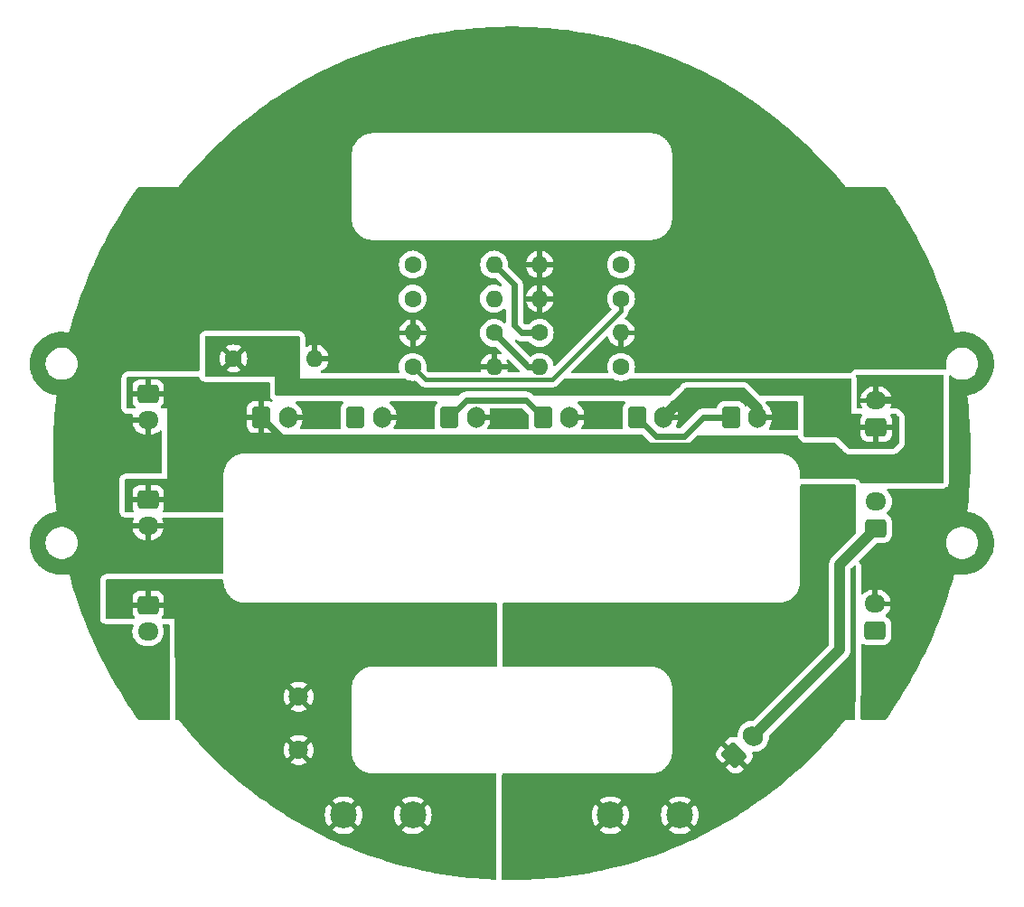
<source format=gbr>
%TF.GenerationSoftware,KiCad,Pcbnew,7.0.5*%
%TF.CreationDate,2024-07-07T22:05:08+09:00*%
%TF.ProjectId,dengen,64656e67-656e-42e6-9b69-6361645f7063,rev?*%
%TF.SameCoordinates,Original*%
%TF.FileFunction,Copper,L2,Bot*%
%TF.FilePolarity,Positive*%
%FSLAX46Y46*%
G04 Gerber Fmt 4.6, Leading zero omitted, Abs format (unit mm)*
G04 Created by KiCad (PCBNEW 7.0.5) date 2024-07-07 22:05:08*
%MOMM*%
%LPD*%
G01*
G04 APERTURE LIST*
G04 Aperture macros list*
%AMRoundRect*
0 Rectangle with rounded corners*
0 $1 Rounding radius*
0 $2 $3 $4 $5 $6 $7 $8 $9 X,Y pos of 4 corners*
0 Add a 4 corners polygon primitive as box body*
4,1,4,$2,$3,$4,$5,$6,$7,$8,$9,$2,$3,0*
0 Add four circle primitives for the rounded corners*
1,1,$1+$1,$2,$3*
1,1,$1+$1,$4,$5*
1,1,$1+$1,$6,$7*
1,1,$1+$1,$8,$9*
0 Add four rect primitives between the rounded corners*
20,1,$1+$1,$2,$3,$4,$5,0*
20,1,$1+$1,$4,$5,$6,$7,0*
20,1,$1+$1,$6,$7,$8,$9,0*
20,1,$1+$1,$8,$9,$2,$3,0*%
%AMHorizOval*
0 Thick line with rounded ends*
0 $1 width*
0 $2 $3 position (X,Y) of the first rounded end (center of the circle)*
0 $4 $5 position (X,Y) of the second rounded end (center of the circle)*
0 Add line between two ends*
20,1,$1,$2,$3,$4,$5,0*
0 Add two circle primitives to create the rounded ends*
1,1,$1,$2,$3*
1,1,$1,$4,$5*%
G04 Aperture macros list end*
%TA.AperFunction,ComponentPad*%
%ADD10C,1.600000*%
%TD*%
%TA.AperFunction,ComponentPad*%
%ADD11O,1.600000X1.600000*%
%TD*%
%TA.AperFunction,ComponentPad*%
%ADD12C,2.500000*%
%TD*%
%TA.AperFunction,ComponentPad*%
%ADD13RoundRect,0.250000X-0.600000X-0.750000X0.600000X-0.750000X0.600000X0.750000X-0.600000X0.750000X0*%
%TD*%
%TA.AperFunction,ComponentPad*%
%ADD14O,1.700000X2.000000*%
%TD*%
%TA.AperFunction,ComponentPad*%
%ADD15RoundRect,0.250000X-0.725000X0.600000X-0.725000X-0.600000X0.725000X-0.600000X0.725000X0.600000X0*%
%TD*%
%TA.AperFunction,ComponentPad*%
%ADD16O,1.950000X1.700000*%
%TD*%
%TA.AperFunction,ComponentPad*%
%ADD17RoundRect,0.250000X0.725000X-0.600000X0.725000X0.600000X-0.725000X0.600000X-0.725000X-0.600000X0*%
%TD*%
%TA.AperFunction,ComponentPad*%
%ADD18C,1.800000*%
%TD*%
%TA.AperFunction,ComponentPad*%
%ADD19RoundRect,0.250000X0.106066X-0.954594X0.954594X-0.106066X-0.106066X0.954594X-0.954594X0.106066X0*%
%TD*%
%TA.AperFunction,ComponentPad*%
%ADD20HorizOval,1.700000X-0.106066X0.106066X0.106066X-0.106066X0*%
%TD*%
%TA.AperFunction,Conductor*%
%ADD21C,1.000000*%
%TD*%
%TA.AperFunction,Conductor*%
%ADD22C,0.400000*%
%TD*%
%TA.AperFunction,Conductor*%
%ADD23C,0.600000*%
%TD*%
%TA.AperFunction,Conductor*%
%ADD24C,0.700000*%
%TD*%
G04 APERTURE END LIST*
D10*
%TO.P,R9,1*%
%TO.N,Net-(U2-Trim)*%
X160700000Y-90500000D03*
D11*
%TO.P,R9,2*%
%TO.N,Net-(R10-Pad1)*%
X153080000Y-90500000D03*
%TD*%
D12*
%TO.P,Fuse,1*%
%TO.N,Net-(Vin1-Pin_1)*%
X134700000Y-132500000D03*
X141200000Y-132500000D03*
%TO.P,Fuse,2*%
%TO.N,Net-(J1-Pin_1)*%
X159700000Y-132500000D03*
X166200000Y-132500000D03*
%TD*%
D13*
%TO.P,3.3V2,1,Pin_1*%
%TO.N,+3.3V*%
X171000000Y-95200000D03*
D14*
%TO.P,3.3V2,2,Pin_2*%
%TO.N,GND*%
X173500000Y-95200000D03*
%TD*%
D13*
%TO.P,5V2,1,Pin_1*%
%TO.N,+5V*%
X144600000Y-95200000D03*
D14*
%TO.P,5V2,2,Pin_2*%
%TO.N,GND*%
X147100000Y-95200000D03*
%TD*%
D10*
%TO.P,R3,1*%
%TO.N,Net-(R2-Pad2)*%
X141190000Y-80900000D03*
D11*
%TO.P,R3,2*%
%TO.N,Net-(R3-Pad2)*%
X148810000Y-80900000D03*
%TD*%
D15*
%TO.P,12V3,1,Pin_1*%
%TO.N,Net-(12V1-Pin_1)*%
X116400000Y-93000000D03*
D16*
%TO.P,12V3,2,Pin_2*%
%TO.N,GND*%
X116400000Y-95500000D03*
%TD*%
D17*
%TO.P,Vin2,1,Pin_1*%
%TO.N,Net-(Vin1-Pin_2)*%
X184500000Y-115200000D03*
D16*
%TO.P,Vin2,2,Pin_2*%
%TO.N,GND*%
X184500000Y-112700000D03*
%TD*%
D17*
%TO.P,ON/OFF2,1,Pin_1*%
%TO.N,Net-(J1-Pin_2)*%
X184600000Y-105600000D03*
D16*
%TO.P,ON/OFF2,2,Pin_2*%
%TO.N,VCC*%
X184600000Y-103100000D03*
%TD*%
D13*
%TO.P,5V1,1,Pin_1*%
%TO.N,+5V*%
X135800000Y-95200000D03*
D14*
%TO.P,5V1,2,Pin_2*%
%TO.N,GND*%
X138300000Y-95200000D03*
%TD*%
D10*
%TO.P,R10,1*%
%TO.N,Net-(R10-Pad1)*%
X148800000Y-87300000D03*
D11*
%TO.P,R10,2*%
%TO.N,GND*%
X141180000Y-87300000D03*
%TD*%
D13*
%TO.P,5V3,1,Pin_1*%
%TO.N,+5V*%
X153400000Y-95200000D03*
D14*
%TO.P,5V3,2,Pin_2*%
%TO.N,GND*%
X155900000Y-95200000D03*
%TD*%
D10*
%TO.P,R4,1*%
%TO.N,Net-(R3-Pad2)*%
X153090000Y-87300000D03*
D11*
%TO.P,R4,2*%
%TO.N,GND*%
X160710000Y-87300000D03*
%TD*%
D10*
%TO.P,R12,1*%
%TO.N,+3.3V*%
X160700000Y-80900000D03*
D11*
%TO.P,R12,2*%
%TO.N,GND*%
X153080000Y-80900000D03*
%TD*%
D18*
%TO.P,C3,1*%
%TO.N,Net-(Vin1-Pin_1)*%
X130500000Y-121400000D03*
%TO.P,C3,2*%
X130500000Y-126400000D03*
%TD*%
D10*
%TO.P,R1,1*%
%TO.N,VCC*%
X124390000Y-89700000D03*
D11*
%TO.P,R1,2*%
%TO.N,GND*%
X132010000Y-89700000D03*
%TD*%
D10*
%TO.P,R2,1*%
%TO.N,Net-(U1-Trim)*%
X141180000Y-84100000D03*
D11*
%TO.P,R2,2*%
%TO.N,Net-(R2-Pad2)*%
X148800000Y-84100000D03*
%TD*%
D10*
%TO.P,R8,1*%
%TO.N,+5V*%
X141180000Y-90500000D03*
D11*
%TO.P,R8,2*%
%TO.N,GND*%
X148800000Y-90500000D03*
%TD*%
D10*
%TO.P,R5,1*%
%TO.N,+5V*%
X160710000Y-84100000D03*
D11*
%TO.P,R5,2*%
%TO.N,GND*%
X153090000Y-84100000D03*
%TD*%
D19*
%TO.P,Voltmeter,1,Pin_1*%
%TO.N,Net-(J1-Pin_1)*%
X171307969Y-126875736D03*
D20*
%TO.P,Voltmeter,2,Pin_2*%
%TO.N,Net-(J1-Pin_2)*%
X173075736Y-125107969D03*
%TD*%
D17*
%TO.P,ON/OFF1,1,Pin_1*%
%TO.N,VCC*%
X184600000Y-96150000D03*
D16*
%TO.P,ON/OFF1,2,Pin_2*%
%TO.N,Net-(12V1-Pin_1)*%
X184600000Y-93650000D03*
%TD*%
D15*
%TO.P,Vin1,1,Pin_1*%
%TO.N,Net-(Vin1-Pin_1)*%
X116400000Y-112800000D03*
D16*
%TO.P,Vin1,2,Pin_2*%
%TO.N,Net-(Vin1-Pin_2)*%
X116400000Y-115300000D03*
%TD*%
D13*
%TO.P,3.3V1,1,Pin_1*%
%TO.N,+3.3V*%
X162200000Y-95200000D03*
D14*
%TO.P,3.3V1,2,Pin_2*%
%TO.N,GND*%
X164700000Y-95200000D03*
%TD*%
D13*
%TO.P,12V1,1,Pin_1*%
%TO.N,Net-(12V1-Pin_1)*%
X127000000Y-95200000D03*
D14*
%TO.P,12V1,2,Pin_2*%
%TO.N,GND*%
X129500000Y-95200000D03*
%TD*%
D15*
%TO.P,12V2,1,Pin_1*%
%TO.N,Net-(12V1-Pin_1)*%
X116400000Y-102900000D03*
D16*
%TO.P,12V2,2,Pin_2*%
%TO.N,GND*%
X116400000Y-105400000D03*
%TD*%
D21*
%TO.N,GND*%
X164700000Y-95200000D02*
X167000000Y-92900000D01*
X167000000Y-92900000D02*
X172000000Y-92900000D01*
X172000000Y-92900000D02*
X173500000Y-94400000D01*
X173500000Y-94400000D02*
X173500000Y-95200000D01*
D22*
%TO.N,+5V*%
X160710000Y-84100000D02*
X160710000Y-85231370D01*
D23*
X144600000Y-95200000D02*
X146200000Y-93600000D01*
D22*
X160710000Y-85231370D02*
X154241370Y-91700000D01*
X154241370Y-91700000D02*
X142380000Y-91700000D01*
X142380000Y-91700000D02*
X141180000Y-90500000D01*
D23*
X146200000Y-93600000D02*
X151800000Y-93600000D01*
X151800000Y-93600000D02*
X153400000Y-95200000D01*
D24*
%TO.N,Net-(12V1-Pin_1)*%
X186100000Y-99500000D02*
X187600000Y-98000000D01*
X127000000Y-95200000D02*
X129700000Y-97900000D01*
X180600000Y-97900000D02*
X182200000Y-99500000D01*
X187600000Y-98000000D02*
X187600000Y-94800000D01*
X182200000Y-99500000D02*
X186100000Y-99500000D01*
X129700000Y-97900000D02*
X180600000Y-97900000D01*
X186450000Y-93650000D02*
X184600000Y-93650000D01*
X187600000Y-94800000D02*
X186450000Y-93650000D01*
D23*
%TO.N,+3.3V*%
X162200000Y-95200000D02*
X164000000Y-97000000D01*
X168400000Y-95200000D02*
X171000000Y-95200000D01*
X164000000Y-97000000D02*
X166600000Y-97000000D01*
X166600000Y-97000000D02*
X168400000Y-95200000D01*
%TO.N,Net-(R3-Pad2)*%
X150700000Y-86600000D02*
X151400000Y-87300000D01*
X148810000Y-80900000D02*
X150700000Y-82790000D01*
X151400000Y-87300000D02*
X153090000Y-87300000D01*
X150700000Y-82790000D02*
X150700000Y-86600000D01*
%TO.N,Net-(R10-Pad1)*%
X152000000Y-90500000D02*
X153080000Y-90500000D01*
X148800000Y-87300000D02*
X152000000Y-90500000D01*
D21*
%TO.N,Net-(J1-Pin_2)*%
X181200000Y-109000000D02*
X184600000Y-105600000D01*
X173075736Y-125107969D02*
X181200000Y-116983705D01*
X181200000Y-116983705D02*
X181200000Y-109000000D01*
%TD*%
%TA.AperFunction,Conductor*%
%TO.N,GND*%
G36*
X151431744Y-58604178D02*
G01*
X152006080Y-58622234D01*
X152676123Y-58653298D01*
X153249478Y-58689382D01*
X153918456Y-58741139D01*
X154490092Y-58795193D01*
X155157513Y-58867622D01*
X155413480Y-58899969D01*
X155726845Y-58939571D01*
X156392018Y-59032618D01*
X156958303Y-59122340D01*
X157620835Y-59235978D01*
X158183431Y-59343336D01*
X158842810Y-59477515D01*
X159400941Y-59602317D01*
X160056674Y-59756985D01*
X160287738Y-59816334D01*
X160609768Y-59899048D01*
X161260664Y-60073959D01*
X161261807Y-60074278D01*
X161806003Y-60232439D01*
X161808558Y-60233182D01*
X162007412Y-60293261D01*
X162454834Y-60428439D01*
X162456032Y-60428815D01*
X162996278Y-60604417D01*
X163637408Y-60819939D01*
X163638536Y-60820332D01*
X164171663Y-61012341D01*
X164807293Y-61248100D01*
X164808311Y-61248491D01*
X165333545Y-61456524D01*
X165963154Y-61712436D01*
X165964351Y-61712937D01*
X166480816Y-61936518D01*
X167104201Y-62212626D01*
X167105282Y-62213120D01*
X167612303Y-62451800D01*
X168228970Y-62748038D01*
X168230143Y-62748619D01*
X168726938Y-63001851D01*
X169180399Y-63237189D01*
X169336516Y-63318211D01*
X169337780Y-63318885D01*
X169636050Y-63482928D01*
X169823543Y-63586047D01*
X170425946Y-63922692D01*
X170427090Y-63923350D01*
X170900766Y-64203599D01*
X171418773Y-64514450D01*
X171495851Y-64560705D01*
X171497181Y-64561526D01*
X171957735Y-64853929D01*
X172545525Y-65231824D01*
X172546856Y-65232704D01*
X172993025Y-65536055D01*
X173573767Y-65935289D01*
X173575097Y-65936230D01*
X174005676Y-66249208D01*
X174579601Y-66670433D01*
X174580855Y-66671379D01*
X174911442Y-66927930D01*
X174994173Y-66992133D01*
X175562100Y-67436581D01*
X175563359Y-67437594D01*
X175956807Y-67763243D01*
X176520243Y-68232939D01*
X176521556Y-68234066D01*
X176701744Y-68393002D01*
X176891901Y-68560734D01*
X177226056Y-68857255D01*
X177453108Y-69058736D01*
X177454408Y-69059922D01*
X177491381Y-69094660D01*
X177796206Y-69381061D01*
X177796187Y-69381080D01*
X177796425Y-69381266D01*
X177953092Y-69529185D01*
X178359878Y-69913255D01*
X178361148Y-69914489D01*
X178665403Y-70218910D01*
X178665518Y-70219121D01*
X178665567Y-70219074D01*
X178757713Y-70311621D01*
X179239559Y-70795562D01*
X179240811Y-70796856D01*
X179487710Y-71059927D01*
X179487789Y-71060082D01*
X179487825Y-71060049D01*
X180091356Y-71704858D01*
X180092576Y-71706200D01*
X180223494Y-71854786D01*
X180223538Y-71854881D01*
X180223561Y-71854862D01*
X180910872Y-72636207D01*
X180912096Y-72637643D01*
X181686488Y-73574821D01*
X181690396Y-73581314D01*
X181696146Y-73587046D01*
X181698396Y-73589556D01*
X181723891Y-73592395D01*
X181729637Y-73590042D01*
X181742397Y-73589384D01*
X185394346Y-73589384D01*
X185461385Y-73609069D01*
X185496208Y-73642672D01*
X185710284Y-73951054D01*
X186144310Y-74577801D01*
X186145215Y-74579144D01*
X186392312Y-74956654D01*
X186445045Y-75037219D01*
X186457224Y-75055825D01*
X186811437Y-75601030D01*
X186812227Y-75602280D01*
X187122790Y-76106209D01*
X187449327Y-76642856D01*
X187450010Y-76644006D01*
X187751164Y-77163875D01*
X188057823Y-77703082D01*
X188347098Y-78235382D01*
X188635747Y-78779714D01*
X188911377Y-79321603D01*
X189183122Y-79872784D01*
X189444128Y-80422497D01*
X189699470Y-80981432D01*
X189945161Y-81537518D01*
X190184552Y-82105315D01*
X190414204Y-82665952D01*
X190638110Y-83244138D01*
X190850698Y-83806327D01*
X190851158Y-83807583D01*
X191060623Y-84399833D01*
X191254824Y-84959009D01*
X191255293Y-84960411D01*
X191453679Y-85578837D01*
X191453656Y-85578844D01*
X191453807Y-85579235D01*
X191491871Y-85699295D01*
X191626058Y-86122550D01*
X191626527Y-86124100D01*
X191839427Y-86862019D01*
X191839446Y-86862159D01*
X191839466Y-86862154D01*
X191959036Y-87278345D01*
X191959590Y-87280470D01*
X191959728Y-87280550D01*
X191962846Y-87279849D01*
X192209289Y-87236057D01*
X192285079Y-87222745D01*
X192291737Y-87221945D01*
X192489400Y-87209054D01*
X192622318Y-87201177D01*
X192628796Y-87201134D01*
X192815641Y-87209662D01*
X192959811Y-87217672D01*
X192965997Y-87218330D01*
X193146160Y-87246730D01*
X193293256Y-87272009D01*
X193299101Y-87273308D01*
X193472642Y-87320793D01*
X193618435Y-87363489D01*
X193623863Y-87365356D01*
X193789144Y-87430954D01*
X193790229Y-87431399D01*
X193931250Y-87490951D01*
X193936208Y-87493311D01*
X194071142Y-87565033D01*
X194092149Y-87576199D01*
X194093468Y-87576921D01*
X194227726Y-87652772D01*
X194232133Y-87655516D01*
X194377363Y-87754722D01*
X194378753Y-87755702D01*
X194504057Y-87846863D01*
X194507974Y-87849963D01*
X194590759Y-87921123D01*
X194640850Y-87964180D01*
X194642407Y-87965565D01*
X194756785Y-88070770D01*
X194760177Y-88074141D01*
X194879337Y-88202042D01*
X194880892Y-88203776D01*
X194982721Y-88321658D01*
X194985546Y-88325179D01*
X195089662Y-88465224D01*
X195091155Y-88467322D01*
X195178998Y-88596339D01*
X195181289Y-88599967D01*
X195269165Y-88750445D01*
X195270532Y-88752912D01*
X195343121Y-88891302D01*
X195344883Y-88894944D01*
X195415544Y-89054102D01*
X195416718Y-89056934D01*
X195473029Y-89202815D01*
X195474289Y-89206402D01*
X195526899Y-89372307D01*
X195527815Y-89375488D01*
X195567081Y-89526925D01*
X195567870Y-89530371D01*
X195584454Y-89613742D01*
X195601821Y-89701054D01*
X195602415Y-89704560D01*
X195624091Y-89859499D01*
X195624462Y-89862789D01*
X195639345Y-90036205D01*
X195639554Y-90040001D01*
X195643356Y-90196317D01*
X195643354Y-90199383D01*
X195638980Y-90373467D01*
X195638747Y-90377507D01*
X195624643Y-90533135D01*
X195624324Y-90535937D01*
X195600721Y-90708601D01*
X195599993Y-90712830D01*
X195568214Y-90865616D01*
X195567637Y-90868125D01*
X195525039Y-91037355D01*
X195523772Y-91041712D01*
X195474803Y-91189597D01*
X195474030Y-91191794D01*
X195412887Y-91355557D01*
X195411043Y-91359970D01*
X195345646Y-91500905D01*
X195344737Y-91502780D01*
X195265678Y-91659167D01*
X195263230Y-91663558D01*
X195182393Y-91795661D01*
X195181409Y-91797215D01*
X195085263Y-91944348D01*
X195082194Y-91948635D01*
X194987272Y-92069979D01*
X194986274Y-92071222D01*
X194873915Y-92207485D01*
X194870219Y-92211581D01*
X194762772Y-92320516D01*
X194761815Y-92321465D01*
X194634319Y-92445222D01*
X194630002Y-92449040D01*
X194511640Y-92544282D01*
X194369493Y-92654555D01*
X194364572Y-92658004D01*
X194238355Y-92737644D01*
X194082801Y-92832811D01*
X194077308Y-92835802D01*
X193947072Y-92898423D01*
X193777842Y-92977745D01*
X193771820Y-92980192D01*
X193646093Y-93023750D01*
X193458486Y-93087501D01*
X193451995Y-93089320D01*
X193378461Y-93105676D01*
X193140314Y-93158141D01*
X193130172Y-93159244D01*
X193129319Y-93160448D01*
X193129208Y-93160586D01*
X193129481Y-93162558D01*
X193161309Y-93444265D01*
X193270188Y-94423369D01*
X193270347Y-94424996D01*
X193315559Y-94959541D01*
X193374874Y-95707800D01*
X193374970Y-95709214D01*
X193407611Y-96288862D01*
X193441233Y-96996695D01*
X193458012Y-97593143D01*
X193466357Y-98120451D01*
X193469015Y-98288494D01*
X193469016Y-98889287D01*
X193466040Y-99077396D01*
X193458014Y-99584591D01*
X193441233Y-100181089D01*
X193407615Y-100888872D01*
X193374971Y-101468563D01*
X193374875Y-101469976D01*
X193315576Y-102218048D01*
X193270351Y-102752762D01*
X193270192Y-102754389D01*
X193161141Y-103735023D01*
X193129489Y-104015170D01*
X193129212Y-104017183D01*
X193129350Y-104017361D01*
X193132521Y-104017895D01*
X193376036Y-104071541D01*
X193376254Y-104071661D01*
X193376268Y-104071592D01*
X193376579Y-104071661D01*
X193452024Y-104088438D01*
X193458507Y-104090255D01*
X193645907Y-104153936D01*
X193646015Y-104153974D01*
X193771838Y-104197565D01*
X193777855Y-104200009D01*
X193947178Y-104279373D01*
X194077339Y-104341960D01*
X194082800Y-104344933D01*
X194238400Y-104440128D01*
X194364610Y-104519765D01*
X194369517Y-104523205D01*
X194511650Y-104633465D01*
X194630040Y-104728729D01*
X194634350Y-104732541D01*
X194761904Y-104856354D01*
X194762803Y-104857247D01*
X194870260Y-104966191D01*
X194873943Y-104970273D01*
X194986311Y-105106549D01*
X194986313Y-105106551D01*
X194987289Y-105107766D01*
X195020326Y-105149999D01*
X195082229Y-105229133D01*
X195085298Y-105233420D01*
X195181458Y-105380573D01*
X195182441Y-105382128D01*
X195240660Y-105477268D01*
X195263266Y-105514209D01*
X195265708Y-105518587D01*
X195344771Y-105674980D01*
X195344785Y-105675008D01*
X195345661Y-105676815D01*
X195411089Y-105817818D01*
X195412927Y-105822214D01*
X195451938Y-105926701D01*
X195474068Y-105985972D01*
X195474842Y-105988170D01*
X195523818Y-106136081D01*
X195525085Y-106140436D01*
X195567680Y-106309652D01*
X195568257Y-106312162D01*
X195600039Y-106464965D01*
X195600767Y-106469194D01*
X195624368Y-106641844D01*
X195624687Y-106644646D01*
X195638792Y-106800293D01*
X195639026Y-106804333D01*
X195643400Y-106978416D01*
X195643402Y-106981482D01*
X195639600Y-107137796D01*
X195639391Y-107141591D01*
X195624508Y-107315017D01*
X195624137Y-107318307D01*
X195602458Y-107473250D01*
X195601865Y-107476755D01*
X195567918Y-107647418D01*
X195567124Y-107650883D01*
X195527860Y-107802323D01*
X195526943Y-107805505D01*
X195474331Y-107971415D01*
X195473071Y-107975001D01*
X195416761Y-108120879D01*
X195415587Y-108123711D01*
X195344918Y-108282888D01*
X195343156Y-108286531D01*
X195270580Y-108424895D01*
X195269213Y-108427361D01*
X195181319Y-108577870D01*
X195179028Y-108581499D01*
X195091206Y-108710484D01*
X195089713Y-108712581D01*
X194985598Y-108852625D01*
X194982759Y-108856165D01*
X194880914Y-108974066D01*
X194879359Y-108975800D01*
X194760203Y-109103697D01*
X194756810Y-109107068D01*
X194642446Y-109212260D01*
X194640888Y-109213644D01*
X194508004Y-109327869D01*
X194504062Y-109330989D01*
X194378842Y-109422089D01*
X194377338Y-109423149D01*
X194232182Y-109522303D01*
X194227706Y-109525090D01*
X194093547Y-109600885D01*
X194092149Y-109601651D01*
X193936230Y-109684528D01*
X193931247Y-109686899D01*
X193790306Y-109746417D01*
X193789057Y-109746929D01*
X193623877Y-109812485D01*
X193618427Y-109814360D01*
X193472602Y-109857063D01*
X193299114Y-109904533D01*
X193293249Y-109905837D01*
X193146121Y-109931121D01*
X192966007Y-109959512D01*
X192959788Y-109960174D01*
X192815515Y-109968188D01*
X192628800Y-109976710D01*
X192622301Y-109976666D01*
X192489251Y-109968781D01*
X192291780Y-109955903D01*
X192285074Y-109955097D01*
X192237175Y-109946672D01*
X192197439Y-109939683D01*
X191963676Y-109898143D01*
X191959602Y-109897227D01*
X191959079Y-109899234D01*
X191837791Y-110321410D01*
X191820430Y-110381584D01*
X191626528Y-111053635D01*
X191626058Y-111055185D01*
X191453734Y-111598729D01*
X191255289Y-112217340D01*
X191254820Y-112218742D01*
X191060564Y-112778076D01*
X190851167Y-113370137D01*
X190850707Y-113371393D01*
X190638066Y-113933721D01*
X190414209Y-114511781D01*
X190184509Y-115072538D01*
X189945183Y-115640185D01*
X189699417Y-116196437D01*
X189444164Y-116755180D01*
X189183088Y-117305040D01*
X188911410Y-117856087D01*
X188635719Y-118398097D01*
X188347166Y-118942252D01*
X188057783Y-119474747D01*
X187751250Y-120013735D01*
X187449984Y-120533799D01*
X187449301Y-120534949D01*
X187122833Y-121071483D01*
X186812221Y-121575492D01*
X186811431Y-121576742D01*
X186457308Y-122121810D01*
X186145213Y-122598625D01*
X186144308Y-122599968D01*
X185710403Y-123226540D01*
X185496209Y-123535095D01*
X185441810Y-123578941D01*
X185394347Y-123588384D01*
X183285542Y-123588384D01*
X183218503Y-123568699D01*
X183172748Y-123515895D01*
X183161543Y-123463976D01*
X183175671Y-119168643D01*
X183184320Y-116539209D01*
X183204225Y-116472238D01*
X183257179Y-116426657D01*
X183326370Y-116416941D01*
X183373411Y-116434079D01*
X183455666Y-116484814D01*
X183622203Y-116539999D01*
X183724991Y-116550500D01*
X185275008Y-116550499D01*
X185377797Y-116539999D01*
X185544334Y-116484814D01*
X185693656Y-116392712D01*
X185817712Y-116268656D01*
X185909814Y-116119334D01*
X185964999Y-115952797D01*
X185975500Y-115850009D01*
X185975499Y-114549992D01*
X185964999Y-114447203D01*
X185909814Y-114280666D01*
X185817712Y-114131344D01*
X185693656Y-114007288D01*
X185544334Y-113915186D01*
X185538441Y-113911551D01*
X185491717Y-113859603D01*
X185480494Y-113790640D01*
X185508338Y-113726558D01*
X185515857Y-113718331D01*
X185663105Y-113571082D01*
X185798600Y-113377578D01*
X185898429Y-113163492D01*
X185898432Y-113163486D01*
X185955636Y-112950000D01*
X184903969Y-112950000D01*
X184936519Y-112899351D01*
X184975000Y-112768295D01*
X184975000Y-112631705D01*
X184936519Y-112500649D01*
X184903969Y-112450000D01*
X185955636Y-112450000D01*
X185955635Y-112449999D01*
X185898432Y-112236513D01*
X185898429Y-112236507D01*
X185798600Y-112022422D01*
X185798599Y-112022420D01*
X185663113Y-111828926D01*
X185663108Y-111828920D01*
X185496079Y-111661891D01*
X185496073Y-111661886D01*
X185302579Y-111526400D01*
X185302577Y-111526399D01*
X185088492Y-111426570D01*
X185088483Y-111426566D01*
X184860326Y-111365432D01*
X184860316Y-111365430D01*
X184750000Y-111355778D01*
X184750000Y-112291981D01*
X184635199Y-112239554D01*
X184533975Y-112225000D01*
X184466025Y-112225000D01*
X184364801Y-112239554D01*
X184250000Y-112291981D01*
X184250000Y-111355778D01*
X184139683Y-111365430D01*
X184139673Y-111365432D01*
X183911516Y-111426566D01*
X183911507Y-111426570D01*
X183697422Y-111526399D01*
X183697420Y-111526400D01*
X183503926Y-111661886D01*
X183412031Y-111753781D01*
X183350707Y-111787265D01*
X183281016Y-111782281D01*
X183225082Y-111740409D01*
X183200666Y-111674944D01*
X183200352Y-111665723D01*
X183204307Y-110463432D01*
X183205500Y-110101035D01*
X183205500Y-109209743D01*
X183205340Y-109200778D01*
X183205339Y-109200742D01*
X183204862Y-109187387D01*
X183203896Y-109169374D01*
X183173313Y-109028782D01*
X183172373Y-109026263D01*
X183148908Y-108963350D01*
X183148896Y-108963317D01*
X183148894Y-108963312D01*
X183113167Y-108897885D01*
X183079939Y-108837033D01*
X183079938Y-108837032D01*
X183016592Y-108773686D01*
X182983108Y-108712367D01*
X182988092Y-108642675D01*
X183016591Y-108598328D01*
X184628101Y-106986817D01*
X184644664Y-106977773D01*
X191141890Y-106977773D01*
X191162424Y-107225580D01*
X191162426Y-107225592D01*
X191223470Y-107466649D01*
X191323360Y-107694374D01*
X191459367Y-107902550D01*
X191459370Y-107902553D01*
X191627790Y-108085506D01*
X191824025Y-108238242D01*
X191824027Y-108238243D01*
X192020882Y-108344776D01*
X192042724Y-108356596D01*
X192277920Y-108437339D01*
X192523199Y-108478268D01*
X192771869Y-108478268D01*
X193017148Y-108437339D01*
X193252344Y-108356596D01*
X193471043Y-108238242D01*
X193667278Y-108085506D01*
X193835698Y-107902553D01*
X193971707Y-107694375D01*
X194071597Y-107466649D01*
X194132642Y-107225589D01*
X194139602Y-107141593D01*
X194153177Y-106977773D01*
X194153177Y-106977762D01*
X194132643Y-106729955D01*
X194132641Y-106729943D01*
X194071597Y-106488886D01*
X193971707Y-106261161D01*
X193835700Y-106052985D01*
X193719434Y-105926687D01*
X193667278Y-105870030D01*
X193471043Y-105717294D01*
X193471041Y-105717293D01*
X193471040Y-105717292D01*
X193252345Y-105598940D01*
X193252336Y-105598937D01*
X193017150Y-105518197D01*
X192771869Y-105477268D01*
X192523199Y-105477268D01*
X192277917Y-105518197D01*
X192042731Y-105598937D01*
X192042722Y-105598940D01*
X191824027Y-105717292D01*
X191627791Y-105870029D01*
X191459367Y-106052985D01*
X191323360Y-106261161D01*
X191223470Y-106488886D01*
X191162426Y-106729943D01*
X191162424Y-106729955D01*
X191141890Y-106977762D01*
X191141890Y-106977773D01*
X184644664Y-106977773D01*
X184689424Y-106953333D01*
X184715782Y-106950499D01*
X185375002Y-106950499D01*
X185375008Y-106950499D01*
X185477797Y-106939999D01*
X185644334Y-106884814D01*
X185793656Y-106792712D01*
X185917712Y-106668656D01*
X186009814Y-106519334D01*
X186064999Y-106352797D01*
X186075500Y-106250009D01*
X186075499Y-104949992D01*
X186074121Y-104936507D01*
X186064999Y-104847203D01*
X186064998Y-104847200D01*
X186042815Y-104780256D01*
X186009814Y-104680666D01*
X185917712Y-104531344D01*
X185793656Y-104407288D01*
X185678836Y-104336467D01*
X185638879Y-104311821D01*
X185592155Y-104259873D01*
X185580932Y-104190910D01*
X185608776Y-104126828D01*
X185616295Y-104118601D01*
X185663584Y-104071312D01*
X185763495Y-103971401D01*
X185899035Y-103777830D01*
X185998903Y-103563663D01*
X186060063Y-103335408D01*
X186080659Y-103100000D01*
X186060063Y-102864592D01*
X185998903Y-102636337D01*
X185899035Y-102422171D01*
X185899034Y-102422169D01*
X185763494Y-102228597D01*
X185644234Y-102109337D01*
X185610749Y-102048014D01*
X185615733Y-101978322D01*
X185657605Y-101922389D01*
X185723069Y-101897972D01*
X185732081Y-101897656D01*
X190775045Y-101905310D01*
X190882895Y-101893839D01*
X190934594Y-101882633D01*
X191037504Y-101848424D01*
X191158543Y-101770636D01*
X191211347Y-101724881D01*
X191305567Y-101616147D01*
X191365338Y-101485270D01*
X191385023Y-101418231D01*
X191385024Y-101418227D01*
X191405500Y-101275811D01*
X191405500Y-91384050D01*
X191425185Y-91317012D01*
X191477989Y-91271257D01*
X191547147Y-91261313D01*
X191610703Y-91290338D01*
X191620723Y-91300061D01*
X191627790Y-91307738D01*
X191824025Y-91460474D01*
X192042724Y-91578828D01*
X192277920Y-91659571D01*
X192523199Y-91700500D01*
X192771869Y-91700500D01*
X193017148Y-91659571D01*
X193252344Y-91578828D01*
X193471043Y-91460474D01*
X193667278Y-91307738D01*
X193835698Y-91124785D01*
X193971707Y-90916607D01*
X194071597Y-90688881D01*
X194132642Y-90447821D01*
X194132726Y-90446810D01*
X194153177Y-90200005D01*
X194153177Y-90199994D01*
X194132643Y-89952187D01*
X194132641Y-89952175D01*
X194071597Y-89711118D01*
X193971707Y-89483393D01*
X193835700Y-89275217D01*
X193814091Y-89251744D01*
X193667278Y-89092262D01*
X193471043Y-88939526D01*
X193471041Y-88939525D01*
X193471040Y-88939524D01*
X193252345Y-88821172D01*
X193252336Y-88821169D01*
X193017150Y-88740429D01*
X192771869Y-88699500D01*
X192523199Y-88699500D01*
X192277917Y-88740429D01*
X192042731Y-88821169D01*
X192042722Y-88821172D01*
X191824027Y-88939524D01*
X191627791Y-89092261D01*
X191459367Y-89275217D01*
X191323360Y-89483393D01*
X191223470Y-89711118D01*
X191162426Y-89952175D01*
X191162424Y-89952187D01*
X191141890Y-90199994D01*
X191141890Y-90200005D01*
X191162424Y-90447812D01*
X191162426Y-90447824D01*
X191204234Y-90612918D01*
X191201609Y-90682738D01*
X191161653Y-90740056D01*
X191097051Y-90766672D01*
X191032516Y-90756152D01*
X190985463Y-90734663D01*
X190926195Y-90717260D01*
X190918420Y-90714977D01*
X190918416Y-90714976D01*
X190776000Y-90694500D01*
X182807006Y-90694500D01*
X182806997Y-90694500D01*
X182806996Y-90694501D01*
X182699555Y-90706052D01*
X182699543Y-90706054D01*
X182648033Y-90717260D01*
X182545508Y-90751383D01*
X182545502Y-90751386D01*
X182424468Y-90829171D01*
X182424457Y-90829179D01*
X182371665Y-90874923D01*
X182277440Y-90983662D01*
X182277439Y-90983663D01*
X182259924Y-91022015D01*
X182214168Y-91074817D01*
X182147131Y-91094500D01*
X162048682Y-91094500D01*
X161981643Y-91074815D01*
X161935888Y-91022011D01*
X161925944Y-90952853D01*
X161928907Y-90938407D01*
X161969256Y-90787819D01*
X161985635Y-90726692D01*
X162005468Y-90500000D01*
X162000814Y-90446810D01*
X161985826Y-90275493D01*
X161985635Y-90273308D01*
X161939198Y-90100000D01*
X161926741Y-90053511D01*
X161926738Y-90053502D01*
X161914679Y-90027641D01*
X161830568Y-89847266D01*
X161700047Y-89660861D01*
X161700045Y-89660858D01*
X161539141Y-89499954D01*
X161352734Y-89369432D01*
X161352732Y-89369431D01*
X161146497Y-89273261D01*
X161146488Y-89273258D01*
X160926697Y-89214366D01*
X160926693Y-89214365D01*
X160926692Y-89214365D01*
X160926691Y-89214364D01*
X160926686Y-89214364D01*
X160700002Y-89194532D01*
X160699998Y-89194532D01*
X160473313Y-89214364D01*
X160473302Y-89214366D01*
X160253511Y-89273258D01*
X160253502Y-89273261D01*
X160047267Y-89369431D01*
X160047265Y-89369432D01*
X159860858Y-89499954D01*
X159699954Y-89660858D01*
X159569432Y-89847265D01*
X159569431Y-89847267D01*
X159473261Y-90053502D01*
X159473258Y-90053511D01*
X159414366Y-90273302D01*
X159414364Y-90273313D01*
X159394532Y-90499998D01*
X159394532Y-90500001D01*
X159414364Y-90726686D01*
X159414366Y-90726697D01*
X159471093Y-90938407D01*
X159469430Y-91008257D01*
X159430267Y-91066119D01*
X159366039Y-91093623D01*
X159351318Y-91094500D01*
X156136889Y-91094500D01*
X156069850Y-91074815D01*
X156024095Y-91022011D01*
X156014151Y-90952853D01*
X156043176Y-90889297D01*
X156049208Y-90882819D01*
X156846862Y-90085165D01*
X159268884Y-87663141D01*
X159330205Y-87629658D01*
X159399897Y-87634642D01*
X159455830Y-87676514D01*
X159476337Y-87718728D01*
X159483729Y-87746313D01*
X159483734Y-87746326D01*
X159579865Y-87952482D01*
X159710342Y-88138820D01*
X159871179Y-88299657D01*
X160057517Y-88430134D01*
X160263673Y-88526265D01*
X160263682Y-88526269D01*
X160459999Y-88578872D01*
X160460000Y-88578871D01*
X160459999Y-87615685D01*
X160471955Y-87627641D01*
X160584852Y-87685165D01*
X160678519Y-87700000D01*
X160741481Y-87700000D01*
X160835148Y-87685165D01*
X160948045Y-87627641D01*
X160960000Y-87615686D01*
X160960000Y-88578872D01*
X161156317Y-88526269D01*
X161156326Y-88526265D01*
X161362482Y-88430134D01*
X161548820Y-88299657D01*
X161709657Y-88138820D01*
X161840134Y-87952482D01*
X161936265Y-87746326D01*
X161936269Y-87746317D01*
X161988872Y-87550000D01*
X161025686Y-87550000D01*
X161037641Y-87538045D01*
X161095165Y-87425148D01*
X161114986Y-87300000D01*
X161095165Y-87174852D01*
X161037641Y-87061955D01*
X161025686Y-87050000D01*
X161988872Y-87050000D01*
X161988872Y-87049999D01*
X161936269Y-86853682D01*
X161936265Y-86853673D01*
X161840134Y-86647517D01*
X161709657Y-86461179D01*
X161548820Y-86300342D01*
X161362482Y-86169865D01*
X161156326Y-86073734D01*
X161156311Y-86073728D01*
X161128728Y-86066337D01*
X161069068Y-86029971D01*
X161038540Y-85967124D01*
X161046836Y-85897749D01*
X161073135Y-85858890D01*
X161189072Y-85742953D01*
X161191748Y-85740435D01*
X161238183Y-85699299D01*
X161273427Y-85648236D01*
X161275617Y-85645260D01*
X161313877Y-85596427D01*
X161318029Y-85587198D01*
X161329062Y-85567638D01*
X161329419Y-85567120D01*
X161334818Y-85559300D01*
X161356812Y-85501303D01*
X161358231Y-85497875D01*
X161383694Y-85441302D01*
X161385520Y-85431335D01*
X161391548Y-85409710D01*
X161395140Y-85400242D01*
X161402615Y-85338679D01*
X161403179Y-85334975D01*
X161407456Y-85311628D01*
X161414357Y-85273976D01*
X161413930Y-85266916D01*
X161429531Y-85198811D01*
X161466581Y-85157854D01*
X161549139Y-85100047D01*
X161710047Y-84939139D01*
X161840568Y-84752734D01*
X161936739Y-84546496D01*
X161995635Y-84326692D01*
X162015468Y-84100000D01*
X161995635Y-83873308D01*
X161936739Y-83653504D01*
X161840568Y-83447266D01*
X161710047Y-83260861D01*
X161710045Y-83260858D01*
X161549141Y-83099954D01*
X161362734Y-82969432D01*
X161362732Y-82969431D01*
X161156497Y-82873261D01*
X161156488Y-82873258D01*
X160936697Y-82814366D01*
X160936693Y-82814365D01*
X160936692Y-82814365D01*
X160936691Y-82814364D01*
X160936686Y-82814364D01*
X160710002Y-82794532D01*
X160709998Y-82794532D01*
X160483313Y-82814364D01*
X160483302Y-82814366D01*
X160263511Y-82873258D01*
X160263502Y-82873261D01*
X160057267Y-82969431D01*
X160057265Y-82969432D01*
X159870858Y-83099954D01*
X159709954Y-83260858D01*
X159579432Y-83447265D01*
X159579431Y-83447267D01*
X159483261Y-83653502D01*
X159483258Y-83653511D01*
X159424366Y-83873302D01*
X159424364Y-83873313D01*
X159404532Y-84099998D01*
X159404532Y-84100001D01*
X159424364Y-84326686D01*
X159424366Y-84326697D01*
X159483258Y-84546488D01*
X159483261Y-84546497D01*
X159579431Y-84752732D01*
X159579432Y-84752734D01*
X159709954Y-84939141D01*
X159773081Y-85002268D01*
X159806566Y-85063591D01*
X159801582Y-85133283D01*
X159773081Y-85177630D01*
X154578749Y-90371962D01*
X154517426Y-90405447D01*
X154447734Y-90400463D01*
X154391801Y-90358591D01*
X154367540Y-90295086D01*
X154365826Y-90275493D01*
X154365635Y-90273308D01*
X154319198Y-90100000D01*
X154306741Y-90053511D01*
X154306738Y-90053502D01*
X154294679Y-90027641D01*
X154210568Y-89847266D01*
X154080047Y-89660861D01*
X154080045Y-89660858D01*
X153919141Y-89499954D01*
X153732734Y-89369432D01*
X153732732Y-89369431D01*
X153526497Y-89273261D01*
X153526488Y-89273258D01*
X153306697Y-89214366D01*
X153306693Y-89214365D01*
X153306692Y-89214365D01*
X153306691Y-89214364D01*
X153306686Y-89214364D01*
X153080002Y-89194532D01*
X153079998Y-89194532D01*
X152853313Y-89214364D01*
X152853302Y-89214366D01*
X152633511Y-89273258D01*
X152633502Y-89273261D01*
X152427267Y-89369431D01*
X152262080Y-89485094D01*
X152195874Y-89507421D01*
X152128107Y-89490409D01*
X152103277Y-89471199D01*
X150772291Y-88140213D01*
X150738806Y-88078890D01*
X150743790Y-88009198D01*
X150785662Y-87953265D01*
X150851126Y-87928848D01*
X150919399Y-87943700D01*
X150925925Y-87947527D01*
X150933105Y-87952038D01*
X150938751Y-87956043D01*
X150971413Y-87982091D01*
X151009044Y-88000213D01*
X151015106Y-88003563D01*
X151050478Y-88025789D01*
X151089898Y-88039583D01*
X151096326Y-88042245D01*
X151133939Y-88060359D01*
X151174655Y-88069652D01*
X151181324Y-88071574D01*
X151220745Y-88085368D01*
X151262251Y-88090044D01*
X151269076Y-88091203D01*
X151309805Y-88100500D01*
X151355046Y-88100500D01*
X151999951Y-88100500D01*
X152066990Y-88120185D01*
X152087632Y-88136819D01*
X152250858Y-88300045D01*
X152250861Y-88300047D01*
X152437266Y-88430568D01*
X152643504Y-88526739D01*
X152863308Y-88585635D01*
X153025230Y-88599801D01*
X153089998Y-88605468D01*
X153090000Y-88605468D01*
X153090002Y-88605468D01*
X153146673Y-88600509D01*
X153316692Y-88585635D01*
X153536496Y-88526739D01*
X153742734Y-88430568D01*
X153929139Y-88300047D01*
X154090047Y-88139139D01*
X154220568Y-87952734D01*
X154316739Y-87746496D01*
X154375635Y-87526692D01*
X154395468Y-87300000D01*
X154393573Y-87278345D01*
X154388709Y-87222745D01*
X154375635Y-87073308D01*
X154316739Y-86853504D01*
X154220568Y-86647266D01*
X154103319Y-86479815D01*
X154090045Y-86460858D01*
X153929141Y-86299954D01*
X153742734Y-86169432D01*
X153742732Y-86169431D01*
X153536497Y-86073261D01*
X153536488Y-86073258D01*
X153316697Y-86014366D01*
X153316693Y-86014365D01*
X153316692Y-86014365D01*
X153316691Y-86014364D01*
X153316686Y-86014364D01*
X153090002Y-85994532D01*
X153089998Y-85994532D01*
X152863313Y-86014364D01*
X152863302Y-86014366D01*
X152643511Y-86073258D01*
X152643502Y-86073261D01*
X152437267Y-86169431D01*
X152437265Y-86169432D01*
X152250858Y-86299954D01*
X152087632Y-86463181D01*
X152026309Y-86496666D01*
X151999951Y-86499500D01*
X151782940Y-86499500D01*
X151715901Y-86479815D01*
X151695259Y-86463181D01*
X151536819Y-86304741D01*
X151503334Y-86243418D01*
X151500500Y-86217060D01*
X151500500Y-83849999D01*
X151811127Y-83849999D01*
X151811128Y-83850000D01*
X152774314Y-83850000D01*
X152762359Y-83861955D01*
X152704835Y-83974852D01*
X152685014Y-84100000D01*
X152704835Y-84225148D01*
X152762359Y-84338045D01*
X152774314Y-84350000D01*
X151811128Y-84350000D01*
X151863730Y-84546317D01*
X151863734Y-84546326D01*
X151959865Y-84752482D01*
X152090342Y-84938820D01*
X152251179Y-85099657D01*
X152437517Y-85230134D01*
X152643673Y-85326265D01*
X152643682Y-85326269D01*
X152839999Y-85378872D01*
X152840000Y-85378871D01*
X152840000Y-84415686D01*
X152851955Y-84427641D01*
X152964852Y-84485165D01*
X153058519Y-84500000D01*
X153121481Y-84500000D01*
X153215148Y-84485165D01*
X153328045Y-84427641D01*
X153340000Y-84415686D01*
X153340000Y-85378872D01*
X153536317Y-85326269D01*
X153536326Y-85326265D01*
X153742482Y-85230134D01*
X153928820Y-85099657D01*
X154089657Y-84938820D01*
X154220134Y-84752482D01*
X154316265Y-84546326D01*
X154316269Y-84546317D01*
X154368872Y-84350000D01*
X153405686Y-84350000D01*
X153417641Y-84338045D01*
X153475165Y-84225148D01*
X153494986Y-84100000D01*
X153475165Y-83974852D01*
X153417641Y-83861955D01*
X153405686Y-83850000D01*
X154368872Y-83850000D01*
X154368872Y-83849999D01*
X154316269Y-83653682D01*
X154316265Y-83653673D01*
X154220134Y-83447517D01*
X154089657Y-83261179D01*
X153928820Y-83100342D01*
X153742482Y-82969865D01*
X153536328Y-82873734D01*
X153340000Y-82821127D01*
X153340000Y-83784313D01*
X153328045Y-83772359D01*
X153215148Y-83714835D01*
X153121481Y-83700000D01*
X153058519Y-83700000D01*
X152964852Y-83714835D01*
X152851955Y-83772359D01*
X152840000Y-83784313D01*
X152840000Y-82821127D01*
X152643671Y-82873734D01*
X152437517Y-82969865D01*
X152251179Y-83100342D01*
X152090342Y-83261179D01*
X151959865Y-83447517D01*
X151863734Y-83653673D01*
X151863730Y-83653682D01*
X151811127Y-83849999D01*
X151500500Y-83849999D01*
X151500500Y-82699807D01*
X151500500Y-82699806D01*
X151491207Y-82659093D01*
X151490042Y-82652233D01*
X151485368Y-82610745D01*
X151485367Y-82610742D01*
X151471576Y-82571328D01*
X151469650Y-82564641D01*
X151460360Y-82523939D01*
X151442238Y-82486307D01*
X151439583Y-82479899D01*
X151425789Y-82440478D01*
X151403574Y-82405123D01*
X151400208Y-82399033D01*
X151382092Y-82361415D01*
X151382090Y-82361411D01*
X151356060Y-82328770D01*
X151352033Y-82323096D01*
X151329816Y-82287738D01*
X151329797Y-82287719D01*
X151219701Y-82177623D01*
X151219700Y-82177621D01*
X150142404Y-81100326D01*
X150108919Y-81039003D01*
X150106557Y-81001842D01*
X150115468Y-80900000D01*
X150095635Y-80673308D01*
X150089389Y-80649999D01*
X151801127Y-80649999D01*
X151801128Y-80650000D01*
X152764314Y-80650000D01*
X152752359Y-80661955D01*
X152694835Y-80774852D01*
X152675014Y-80900000D01*
X152694835Y-81025148D01*
X152752359Y-81138045D01*
X152764314Y-81150000D01*
X151801128Y-81150000D01*
X151853730Y-81346317D01*
X151853734Y-81346326D01*
X151949865Y-81552482D01*
X152080342Y-81738820D01*
X152241179Y-81899657D01*
X152427517Y-82030134D01*
X152633673Y-82126265D01*
X152633682Y-82126269D01*
X152829999Y-82178872D01*
X152830000Y-82178871D01*
X152830000Y-81215686D01*
X152841955Y-81227641D01*
X152954852Y-81285165D01*
X153048519Y-81300000D01*
X153111481Y-81300000D01*
X153205148Y-81285165D01*
X153318045Y-81227641D01*
X153330000Y-81215685D01*
X153330000Y-82178872D01*
X153526317Y-82126269D01*
X153526326Y-82126265D01*
X153732482Y-82030134D01*
X153918820Y-81899657D01*
X154079657Y-81738820D01*
X154210134Y-81552482D01*
X154306265Y-81346326D01*
X154306269Y-81346317D01*
X154358872Y-81150000D01*
X153395686Y-81150000D01*
X153407641Y-81138045D01*
X153465165Y-81025148D01*
X153484986Y-80900001D01*
X159394532Y-80900001D01*
X159414364Y-81126686D01*
X159414366Y-81126697D01*
X159473258Y-81346488D01*
X159473261Y-81346497D01*
X159569431Y-81552732D01*
X159569432Y-81552734D01*
X159699954Y-81739141D01*
X159860858Y-81900045D01*
X159860861Y-81900047D01*
X160047266Y-82030568D01*
X160253504Y-82126739D01*
X160473308Y-82185635D01*
X160635230Y-82199801D01*
X160699998Y-82205468D01*
X160700000Y-82205468D01*
X160700002Y-82205468D01*
X160756673Y-82200509D01*
X160926692Y-82185635D01*
X161146496Y-82126739D01*
X161352734Y-82030568D01*
X161539139Y-81900047D01*
X161700047Y-81739139D01*
X161830568Y-81552734D01*
X161926739Y-81346496D01*
X161985635Y-81126692D01*
X162005468Y-80900000D01*
X161985635Y-80673308D01*
X161926739Y-80453504D01*
X161830568Y-80247266D01*
X161700047Y-80060861D01*
X161700045Y-80060858D01*
X161539141Y-79899954D01*
X161352734Y-79769432D01*
X161352732Y-79769431D01*
X161146497Y-79673261D01*
X161146488Y-79673258D01*
X160926697Y-79614366D01*
X160926693Y-79614365D01*
X160926692Y-79614365D01*
X160926691Y-79614364D01*
X160926686Y-79614364D01*
X160700002Y-79594532D01*
X160699998Y-79594532D01*
X160473313Y-79614364D01*
X160473302Y-79614366D01*
X160253511Y-79673258D01*
X160253502Y-79673261D01*
X160047267Y-79769431D01*
X160047265Y-79769432D01*
X159860858Y-79899954D01*
X159699954Y-80060858D01*
X159569432Y-80247265D01*
X159569431Y-80247267D01*
X159473261Y-80453502D01*
X159473258Y-80453511D01*
X159414366Y-80673302D01*
X159414364Y-80673313D01*
X159394532Y-80899998D01*
X159394532Y-80900001D01*
X153484986Y-80900001D01*
X153484986Y-80900000D01*
X153465165Y-80774852D01*
X153407641Y-80661955D01*
X153395686Y-80650000D01*
X154358872Y-80650000D01*
X154358872Y-80649999D01*
X154306269Y-80453682D01*
X154306265Y-80453673D01*
X154210134Y-80247517D01*
X154079657Y-80061179D01*
X153918820Y-79900342D01*
X153732482Y-79769865D01*
X153526328Y-79673734D01*
X153330000Y-79621127D01*
X153330000Y-80584314D01*
X153318045Y-80572359D01*
X153205148Y-80514835D01*
X153111481Y-80500000D01*
X153048519Y-80500000D01*
X152954852Y-80514835D01*
X152841955Y-80572359D01*
X152830000Y-80584313D01*
X152830000Y-79621127D01*
X152633671Y-79673734D01*
X152427517Y-79769865D01*
X152241179Y-79900342D01*
X152080342Y-80061179D01*
X151949865Y-80247517D01*
X151853734Y-80453673D01*
X151853730Y-80453682D01*
X151801127Y-80649999D01*
X150089389Y-80649999D01*
X150036739Y-80453504D01*
X149940568Y-80247266D01*
X149810047Y-80060861D01*
X149810045Y-80060858D01*
X149649141Y-79899954D01*
X149462734Y-79769432D01*
X149462732Y-79769431D01*
X149256497Y-79673261D01*
X149256488Y-79673258D01*
X149036697Y-79614366D01*
X149036693Y-79614365D01*
X149036692Y-79614365D01*
X149036691Y-79614364D01*
X149036686Y-79614364D01*
X148810002Y-79594532D01*
X148809998Y-79594532D01*
X148583313Y-79614364D01*
X148583302Y-79614366D01*
X148363511Y-79673258D01*
X148363502Y-79673261D01*
X148157267Y-79769431D01*
X148157265Y-79769432D01*
X147970858Y-79899954D01*
X147809954Y-80060858D01*
X147679432Y-80247265D01*
X147679431Y-80247267D01*
X147583261Y-80453502D01*
X147583258Y-80453511D01*
X147524366Y-80673302D01*
X147524364Y-80673313D01*
X147504532Y-80899998D01*
X147504532Y-80900001D01*
X147524364Y-81126686D01*
X147524366Y-81126697D01*
X147583258Y-81346488D01*
X147583261Y-81346497D01*
X147679431Y-81552732D01*
X147679432Y-81552734D01*
X147809954Y-81739141D01*
X147970858Y-81900045D01*
X147970861Y-81900047D01*
X148157266Y-82030568D01*
X148363504Y-82126739D01*
X148583308Y-82185635D01*
X148745230Y-82199801D01*
X148809998Y-82205468D01*
X148809999Y-82205468D01*
X148809999Y-82205467D01*
X148810000Y-82205468D01*
X148911839Y-82196557D01*
X148980336Y-82210323D01*
X149010326Y-82232404D01*
X149507510Y-82729588D01*
X149540995Y-82790911D01*
X149536011Y-82860603D01*
X149494139Y-82916536D01*
X149428675Y-82940953D01*
X149367424Y-82929651D01*
X149339299Y-82916536D01*
X149246496Y-82873261D01*
X149246492Y-82873260D01*
X149246488Y-82873258D01*
X149026697Y-82814366D01*
X149026693Y-82814365D01*
X149026692Y-82814365D01*
X149026691Y-82814364D01*
X149026686Y-82814364D01*
X148800002Y-82794532D01*
X148799998Y-82794532D01*
X148573313Y-82814364D01*
X148573302Y-82814366D01*
X148353511Y-82873258D01*
X148353502Y-82873261D01*
X148147267Y-82969431D01*
X148147265Y-82969432D01*
X147960858Y-83099954D01*
X147799954Y-83260858D01*
X147669432Y-83447265D01*
X147669431Y-83447267D01*
X147573261Y-83653502D01*
X147573258Y-83653511D01*
X147514366Y-83873302D01*
X147514364Y-83873313D01*
X147494532Y-84099998D01*
X147494532Y-84100001D01*
X147514364Y-84326686D01*
X147514366Y-84326697D01*
X147573258Y-84546488D01*
X147573261Y-84546497D01*
X147669431Y-84752732D01*
X147669432Y-84752734D01*
X147799954Y-84939141D01*
X147960858Y-85100045D01*
X147960861Y-85100047D01*
X148147266Y-85230568D01*
X148353504Y-85326739D01*
X148573308Y-85385635D01*
X148735230Y-85399801D01*
X148799998Y-85405468D01*
X148800000Y-85405468D01*
X148800002Y-85405468D01*
X148859779Y-85400238D01*
X149026692Y-85385635D01*
X149246496Y-85326739D01*
X149452734Y-85230568D01*
X149639139Y-85100047D01*
X149649237Y-85089949D01*
X149687819Y-85051368D01*
X149749142Y-85017883D01*
X149818834Y-85022867D01*
X149874767Y-85064739D01*
X149899184Y-85130203D01*
X149899500Y-85139049D01*
X149899500Y-86260951D01*
X149879815Y-86327990D01*
X149827011Y-86373745D01*
X149757853Y-86383689D01*
X149694297Y-86354664D01*
X149687819Y-86348632D01*
X149639141Y-86299954D01*
X149452734Y-86169432D01*
X149452732Y-86169431D01*
X149246497Y-86073261D01*
X149246488Y-86073258D01*
X149026697Y-86014366D01*
X149026693Y-86014365D01*
X149026692Y-86014365D01*
X149026691Y-86014364D01*
X149026686Y-86014364D01*
X148800002Y-85994532D01*
X148799998Y-85994532D01*
X148573313Y-86014364D01*
X148573302Y-86014366D01*
X148353511Y-86073258D01*
X148353502Y-86073261D01*
X148147267Y-86169431D01*
X148147265Y-86169432D01*
X147960858Y-86299954D01*
X147799954Y-86460858D01*
X147669432Y-86647265D01*
X147669431Y-86647267D01*
X147573261Y-86853502D01*
X147573258Y-86853511D01*
X147514366Y-87073302D01*
X147514364Y-87073313D01*
X147494532Y-87299998D01*
X147494532Y-87300001D01*
X147514364Y-87526686D01*
X147514366Y-87526697D01*
X147573258Y-87746488D01*
X147573261Y-87746497D01*
X147669431Y-87952732D01*
X147669432Y-87952734D01*
X147799954Y-88139141D01*
X147960858Y-88300045D01*
X147960861Y-88300047D01*
X148147266Y-88430568D01*
X148353504Y-88526739D01*
X148573308Y-88585635D01*
X148735230Y-88599801D01*
X148799998Y-88605468D01*
X148799999Y-88605468D01*
X148799999Y-88605467D01*
X148800000Y-88605468D01*
X148901839Y-88596557D01*
X148970336Y-88610323D01*
X149000326Y-88632404D01*
X149489806Y-89121884D01*
X149523291Y-89183207D01*
X149518307Y-89252899D01*
X149476435Y-89308832D01*
X149410971Y-89333249D01*
X149349720Y-89321947D01*
X149246328Y-89273734D01*
X149050000Y-89221127D01*
X149050000Y-90184313D01*
X149038045Y-90172359D01*
X148925148Y-90114835D01*
X148831481Y-90100000D01*
X148768519Y-90100000D01*
X148674852Y-90114835D01*
X148561955Y-90172359D01*
X148550000Y-90184313D01*
X148550000Y-89221127D01*
X148353671Y-89273734D01*
X148147517Y-89369865D01*
X147961179Y-89500342D01*
X147800342Y-89661179D01*
X147669865Y-89847517D01*
X147573734Y-90053673D01*
X147573730Y-90053682D01*
X147521127Y-90249999D01*
X147521128Y-90250000D01*
X148484314Y-90250000D01*
X148472359Y-90261955D01*
X148414835Y-90374852D01*
X148395014Y-90500000D01*
X148414835Y-90625148D01*
X148472359Y-90738045D01*
X148484314Y-90750000D01*
X147521128Y-90750000D01*
X147546156Y-90843406D01*
X147544493Y-90913256D01*
X147505331Y-90971119D01*
X147441102Y-90998623D01*
X147426381Y-90999500D01*
X142721519Y-90999500D01*
X142654480Y-90979815D01*
X142633838Y-90963181D01*
X142501027Y-90830370D01*
X142467542Y-90769047D01*
X142465180Y-90731881D01*
X142465633Y-90726697D01*
X142465635Y-90726692D01*
X142485468Y-90500000D01*
X142480814Y-90446810D01*
X142465826Y-90275493D01*
X142465635Y-90273308D01*
X142419198Y-90100000D01*
X142406741Y-90053511D01*
X142406738Y-90053502D01*
X142394679Y-90027641D01*
X142310568Y-89847266D01*
X142180047Y-89660861D01*
X142180045Y-89660858D01*
X142019141Y-89499954D01*
X141832734Y-89369432D01*
X141832732Y-89369431D01*
X141626497Y-89273261D01*
X141626488Y-89273258D01*
X141406697Y-89214366D01*
X141406693Y-89214365D01*
X141406692Y-89214365D01*
X141406691Y-89214364D01*
X141406686Y-89214364D01*
X141180002Y-89194532D01*
X141179998Y-89194532D01*
X140953313Y-89214364D01*
X140953302Y-89214366D01*
X140733511Y-89273258D01*
X140733502Y-89273261D01*
X140527267Y-89369431D01*
X140527265Y-89369432D01*
X140340858Y-89499954D01*
X140179954Y-89660858D01*
X140049432Y-89847265D01*
X140049431Y-89847267D01*
X139953261Y-90053502D01*
X139953258Y-90053511D01*
X139894366Y-90273302D01*
X139894364Y-90273313D01*
X139874532Y-90499998D01*
X139874532Y-90500001D01*
X139894364Y-90726686D01*
X139894366Y-90726697D01*
X139951093Y-90938407D01*
X139949430Y-91008257D01*
X139910267Y-91066119D01*
X139846039Y-91093623D01*
X139831318Y-91094500D01*
X132654876Y-91094500D01*
X132587837Y-91074815D01*
X132542082Y-91022011D01*
X132532138Y-90952853D01*
X132561163Y-90889297D01*
X132602471Y-90858118D01*
X132662482Y-90830134D01*
X132848820Y-90699657D01*
X133009657Y-90538820D01*
X133140134Y-90352482D01*
X133236265Y-90146326D01*
X133236269Y-90146317D01*
X133288872Y-89950000D01*
X132325686Y-89950000D01*
X132337641Y-89938045D01*
X132395165Y-89825148D01*
X132414986Y-89700000D01*
X132395165Y-89574852D01*
X132337641Y-89461955D01*
X132325686Y-89450000D01*
X133288872Y-89450000D01*
X133288872Y-89449999D01*
X133236269Y-89253682D01*
X133236265Y-89253673D01*
X133140134Y-89047517D01*
X133009657Y-88861179D01*
X132848820Y-88700342D01*
X132662482Y-88569865D01*
X132456328Y-88473734D01*
X132260000Y-88421127D01*
X132260000Y-89384314D01*
X132248045Y-89372359D01*
X132135148Y-89314835D01*
X132041481Y-89300000D01*
X131978519Y-89300000D01*
X131884852Y-89314835D01*
X131771955Y-89372359D01*
X131760000Y-89384314D01*
X131760000Y-88421127D01*
X131563671Y-88473734D01*
X131357516Y-88569866D01*
X131357512Y-88569868D01*
X131300623Y-88609703D01*
X131234417Y-88632030D01*
X131166650Y-88615020D01*
X131118837Y-88564072D01*
X131105500Y-88508128D01*
X131105500Y-87724010D01*
X131105500Y-87724000D01*
X131093947Y-87616544D01*
X131082741Y-87565033D01*
X131082637Y-87564722D01*
X131048616Y-87462502D01*
X131048613Y-87462496D01*
X130979592Y-87355099D01*
X130970825Y-87341457D01*
X130952879Y-87320746D01*
X130925076Y-87288659D01*
X130925072Y-87288656D01*
X130925070Y-87288653D01*
X130816336Y-87194433D01*
X130816333Y-87194431D01*
X130816331Y-87194430D01*
X130685463Y-87134663D01*
X130626195Y-87117260D01*
X130618420Y-87114977D01*
X130618416Y-87114976D01*
X130476000Y-87094500D01*
X121824000Y-87094500D01*
X121823991Y-87094500D01*
X121823990Y-87094501D01*
X121716549Y-87106052D01*
X121716537Y-87106054D01*
X121665027Y-87117260D01*
X121562502Y-87151383D01*
X121562496Y-87151386D01*
X121441462Y-87229171D01*
X121441451Y-87229179D01*
X121388659Y-87274923D01*
X121294433Y-87383664D01*
X121294430Y-87383668D01*
X121234663Y-87514536D01*
X121219836Y-87565033D01*
X121214977Y-87581580D01*
X121214976Y-87581584D01*
X121194502Y-87723990D01*
X121194500Y-87724001D01*
X121194500Y-90770500D01*
X121174815Y-90837539D01*
X121122011Y-90883294D01*
X121070500Y-90894500D01*
X114524000Y-90894500D01*
X114523991Y-90894500D01*
X114523990Y-90894501D01*
X114416549Y-90906052D01*
X114416537Y-90906054D01*
X114365027Y-90917260D01*
X114262502Y-90951383D01*
X114262496Y-90951386D01*
X114141462Y-91029171D01*
X114141451Y-91029179D01*
X114088659Y-91074923D01*
X113994433Y-91183664D01*
X113994430Y-91183668D01*
X113934663Y-91314536D01*
X113921322Y-91359970D01*
X113914977Y-91381580D01*
X113914976Y-91381584D01*
X113894500Y-91524000D01*
X113894500Y-92156140D01*
X113894500Y-92244500D01*
X113894500Y-94276000D01*
X113894501Y-94276009D01*
X113906052Y-94383450D01*
X113906054Y-94383462D01*
X113917260Y-94434972D01*
X113951383Y-94537497D01*
X113951386Y-94537503D01*
X114029171Y-94658537D01*
X114029179Y-94658548D01*
X114074923Y-94711340D01*
X114074926Y-94711343D01*
X114074930Y-94711347D01*
X114183664Y-94805567D01*
X114183667Y-94805568D01*
X114183668Y-94805569D01*
X114314536Y-94865336D01*
X114314537Y-94865336D01*
X114314541Y-94865338D01*
X114381580Y-94885023D01*
X114381584Y-94885024D01*
X114524000Y-94905500D01*
X114524003Y-94905500D01*
X114875072Y-94905500D01*
X114942111Y-94925185D01*
X114987866Y-94977989D01*
X114997810Y-95047147D01*
X114994847Y-95061593D01*
X114944363Y-95249999D01*
X114944364Y-95250000D01*
X115996031Y-95250000D01*
X115963481Y-95300649D01*
X115925000Y-95431705D01*
X115925000Y-95568295D01*
X115963481Y-95699351D01*
X115996031Y-95750000D01*
X114944364Y-95750000D01*
X115001567Y-95963486D01*
X115001570Y-95963492D01*
X115101399Y-96177577D01*
X115101400Y-96177579D01*
X115236886Y-96371073D01*
X115236891Y-96371079D01*
X115403920Y-96538108D01*
X115403926Y-96538113D01*
X115597420Y-96673599D01*
X115597422Y-96673600D01*
X115811507Y-96773429D01*
X115811516Y-96773433D01*
X116039678Y-96834568D01*
X116150000Y-96844219D01*
X116150000Y-95908018D01*
X116264801Y-95960446D01*
X116366025Y-95975000D01*
X116433975Y-95975000D01*
X116535199Y-95960446D01*
X116650000Y-95908018D01*
X116650000Y-96844219D01*
X116760320Y-96834568D01*
X116760323Y-96834568D01*
X116988483Y-96773433D01*
X116988492Y-96773429D01*
X117202577Y-96673600D01*
X117202579Y-96673599D01*
X117396073Y-96538113D01*
X117482818Y-96451368D01*
X117544141Y-96417883D01*
X117613833Y-96422867D01*
X117669767Y-96464738D01*
X117694184Y-96530202D01*
X117694500Y-96539049D01*
X117694500Y-100370500D01*
X117674815Y-100437539D01*
X117622011Y-100483294D01*
X117570500Y-100494500D01*
X114324000Y-100494500D01*
X114323991Y-100494500D01*
X114323990Y-100494501D01*
X114216549Y-100506052D01*
X114216537Y-100506054D01*
X114165027Y-100517260D01*
X114062502Y-100551383D01*
X114062496Y-100551386D01*
X113941462Y-100629171D01*
X113941451Y-100629179D01*
X113888659Y-100674923D01*
X113794433Y-100783664D01*
X113794430Y-100783668D01*
X113734663Y-100914536D01*
X113734662Y-100914541D01*
X113714977Y-100981580D01*
X113714976Y-100981584D01*
X113694500Y-101124000D01*
X113694500Y-102056140D01*
X113694500Y-102144500D01*
X113694500Y-103976000D01*
X113694501Y-103976009D01*
X113706052Y-104083450D01*
X113706054Y-104083462D01*
X113717260Y-104134972D01*
X113751383Y-104237497D01*
X113751386Y-104237503D01*
X113829171Y-104358537D01*
X113829179Y-104358548D01*
X113874923Y-104411340D01*
X113874926Y-104411343D01*
X113874930Y-104411347D01*
X113983664Y-104505567D01*
X113983667Y-104505568D01*
X113983668Y-104505569D01*
X114114536Y-104565336D01*
X114114537Y-104565336D01*
X114114541Y-104565338D01*
X114181580Y-104585023D01*
X114181584Y-104585024D01*
X114324000Y-104605500D01*
X114324003Y-104605500D01*
X114941714Y-104605500D01*
X114941715Y-104605500D01*
X114949249Y-104604725D01*
X115017951Y-104617442D01*
X115068872Y-104665283D01*
X115085845Y-104733060D01*
X115074327Y-104780477D01*
X115001571Y-104936502D01*
X115001567Y-104936513D01*
X114944364Y-105149999D01*
X114944364Y-105150000D01*
X115996031Y-105150000D01*
X115963481Y-105200649D01*
X115925000Y-105331705D01*
X115925000Y-105468295D01*
X115963481Y-105599351D01*
X115996031Y-105650000D01*
X114944364Y-105650000D01*
X115001567Y-105863486D01*
X115001570Y-105863492D01*
X115101399Y-106077577D01*
X115101400Y-106077579D01*
X115236886Y-106271073D01*
X115236891Y-106271079D01*
X115403920Y-106438108D01*
X115403926Y-106438113D01*
X115597420Y-106573599D01*
X115597422Y-106573600D01*
X115811507Y-106673429D01*
X115811516Y-106673433D01*
X116039678Y-106734568D01*
X116150000Y-106744219D01*
X116150000Y-105808018D01*
X116264801Y-105860446D01*
X116366025Y-105875000D01*
X116433975Y-105875000D01*
X116535199Y-105860446D01*
X116650000Y-105808018D01*
X116650000Y-106744219D01*
X116760320Y-106734568D01*
X116760323Y-106734568D01*
X116988483Y-106673433D01*
X116988492Y-106673429D01*
X117202577Y-106573600D01*
X117202579Y-106573599D01*
X117396073Y-106438113D01*
X117396079Y-106438108D01*
X117563105Y-106271082D01*
X117698600Y-106077578D01*
X117798429Y-105863492D01*
X117798432Y-105863486D01*
X117855636Y-105650000D01*
X116803969Y-105650000D01*
X116836519Y-105599351D01*
X116875000Y-105468295D01*
X116875000Y-105331705D01*
X116836519Y-105200649D01*
X116803969Y-105150000D01*
X117855636Y-105150000D01*
X117855635Y-105149999D01*
X117798432Y-104936513D01*
X117798430Y-104936507D01*
X117725568Y-104780256D01*
X117715076Y-104711179D01*
X117743595Y-104647395D01*
X117802072Y-104609155D01*
X117853866Y-104605244D01*
X117853871Y-104605184D01*
X117854282Y-104605213D01*
X117855600Y-104605114D01*
X117858285Y-104605500D01*
X117858288Y-104605500D01*
X123349267Y-104605500D01*
X123416306Y-104625185D01*
X123462061Y-104677989D01*
X123473267Y-104729500D01*
X123473267Y-109770500D01*
X123453582Y-109837539D01*
X123400778Y-109883294D01*
X123349267Y-109894500D01*
X112524000Y-109894500D01*
X112523991Y-109894500D01*
X112523990Y-109894501D01*
X112416549Y-109906052D01*
X112416537Y-109906054D01*
X112365027Y-109917260D01*
X112262502Y-109951383D01*
X112262496Y-109951386D01*
X112141462Y-110029171D01*
X112141451Y-110029179D01*
X112088659Y-110074923D01*
X111994433Y-110183664D01*
X111994430Y-110183668D01*
X111934663Y-110314536D01*
X111934662Y-110314541D01*
X111914977Y-110381580D01*
X111914976Y-110381584D01*
X111894500Y-110524000D01*
X111894500Y-111956140D01*
X111894500Y-112044500D01*
X111894500Y-113976000D01*
X111894501Y-113976009D01*
X111906052Y-114083450D01*
X111906054Y-114083462D01*
X111917260Y-114134972D01*
X111951383Y-114237497D01*
X111951386Y-114237503D01*
X112029171Y-114358537D01*
X112029179Y-114358548D01*
X112074923Y-114411340D01*
X112074926Y-114411343D01*
X112074930Y-114411347D01*
X112183664Y-114505567D01*
X112183667Y-114505568D01*
X112183668Y-114505569D01*
X112314536Y-114565336D01*
X112314537Y-114565336D01*
X112314541Y-114565338D01*
X112381580Y-114585023D01*
X112381584Y-114585024D01*
X112524000Y-114605500D01*
X112524003Y-114605500D01*
X114914097Y-114605500D01*
X114981136Y-114625185D01*
X115026891Y-114677989D01*
X115036835Y-114747147D01*
X115026479Y-114781904D01*
X115001099Y-114836330D01*
X115001094Y-114836344D01*
X114939938Y-115064586D01*
X114939936Y-115064596D01*
X114919341Y-115299999D01*
X114919341Y-115300000D01*
X114939936Y-115535403D01*
X114939938Y-115535413D01*
X115001094Y-115763655D01*
X115001096Y-115763659D01*
X115001097Y-115763663D01*
X115041361Y-115850009D01*
X115100964Y-115977828D01*
X115100965Y-115977830D01*
X115236505Y-116171402D01*
X115403597Y-116338494D01*
X115597169Y-116474034D01*
X115597171Y-116474035D01*
X115811337Y-116573903D01*
X116039592Y-116635063D01*
X116216032Y-116650499D01*
X116216033Y-116650500D01*
X116216034Y-116650500D01*
X116583967Y-116650500D01*
X116583967Y-116650499D01*
X116760408Y-116635063D01*
X116988663Y-116573903D01*
X117202829Y-116474035D01*
X117396401Y-116338495D01*
X117563495Y-116171401D01*
X117699035Y-115977830D01*
X117798903Y-115763663D01*
X117860063Y-115535408D01*
X117880659Y-115300000D01*
X117860063Y-115064592D01*
X117798903Y-114836337D01*
X117798900Y-114836330D01*
X117773521Y-114781904D01*
X117763029Y-114712827D01*
X117791549Y-114649043D01*
X117850026Y-114610804D01*
X117885903Y-114605500D01*
X118275306Y-114605500D01*
X118342345Y-114625185D01*
X118388100Y-114677989D01*
X118399301Y-114728549D01*
X118450453Y-121403879D01*
X118464420Y-123226540D01*
X118466236Y-123463434D01*
X118447066Y-123530622D01*
X118394614Y-123576780D01*
X118342240Y-123588384D01*
X115553189Y-123588384D01*
X115486150Y-123568699D01*
X115451327Y-123535096D01*
X115236838Y-123226118D01*
X114803240Y-122599992D01*
X114802335Y-122598649D01*
X114490146Y-122121690D01*
X114136055Y-121576671D01*
X114135338Y-121575537D01*
X113824675Y-121071445D01*
X113498213Y-120534920D01*
X113497544Y-120533793D01*
X113472698Y-120490903D01*
X113196263Y-120013706D01*
X112889759Y-119474770D01*
X112600358Y-118942239D01*
X112311811Y-118398097D01*
X112036119Y-117856087D01*
X111764434Y-117305028D01*
X111503374Y-116755198D01*
X111248102Y-116196415D01*
X111204788Y-116098383D01*
X111002345Y-115640182D01*
X110763012Y-115072519D01*
X110533319Y-114511781D01*
X110309415Y-113933599D01*
X110096819Y-113371388D01*
X110096385Y-113370204D01*
X109887031Y-112778270D01*
X109698879Y-112236513D01*
X109692696Y-112218709D01*
X109692238Y-112217340D01*
X109493823Y-111598822D01*
X109321434Y-111055073D01*
X109321038Y-111053762D01*
X109109160Y-110319401D01*
X108997590Y-109931049D01*
X108988474Y-109899318D01*
X108987940Y-109897273D01*
X108987844Y-109897214D01*
X108984741Y-109897908D01*
X108798354Y-109931031D01*
X108739234Y-109941538D01*
X108726230Y-109943822D01*
X108662452Y-109955026D01*
X108655756Y-109955830D01*
X108458381Y-109968704D01*
X108325220Y-109976597D01*
X108318721Y-109976641D01*
X108131984Y-109968120D01*
X107992579Y-109960378D01*
X107987749Y-109960109D01*
X107981531Y-109959449D01*
X107801362Y-109931049D01*
X107654300Y-109905778D01*
X107648437Y-109904475D01*
X107571021Y-109883294D01*
X107474943Y-109857006D01*
X107329090Y-109814294D01*
X107323656Y-109812425D01*
X107158516Y-109746883D01*
X107157268Y-109746372D01*
X107016295Y-109686842D01*
X107011312Y-109684472D01*
X106855412Y-109601607D01*
X106854014Y-109600841D01*
X106719837Y-109525037D01*
X106715372Y-109522258D01*
X106617652Y-109455507D01*
X106570202Y-109423094D01*
X106568699Y-109422034D01*
X106542457Y-109402943D01*
X106443476Y-109330933D01*
X106439551Y-109327827D01*
X106306654Y-109213591D01*
X106305097Y-109212207D01*
X106258525Y-109169371D01*
X106190724Y-109107008D01*
X106187372Y-109103678D01*
X106105322Y-109015610D01*
X106068193Y-108975757D01*
X106066637Y-108974023D01*
X106057417Y-108963350D01*
X106042677Y-108946286D01*
X105964808Y-108856141D01*
X105961970Y-108852602D01*
X105857846Y-108712548D01*
X105856375Y-108710482D01*
X105768505Y-108581426D01*
X105766244Y-108577845D01*
X105678350Y-108427338D01*
X105677000Y-108424900D01*
X105604390Y-108286472D01*
X105602649Y-108282873D01*
X105531975Y-108123684D01*
X105530812Y-108120879D01*
X105474482Y-107974949D01*
X105473241Y-107971415D01*
X105420617Y-107805471D01*
X105419711Y-107802323D01*
X105380433Y-107650841D01*
X105379661Y-107647468D01*
X105345696Y-107476716D01*
X105345109Y-107473250D01*
X105323428Y-107318279D01*
X105323059Y-107315005D01*
X105308174Y-107141566D01*
X105307969Y-107137846D01*
X105304165Y-106981371D01*
X105304166Y-106978450D01*
X105304183Y-106977773D01*
X106794357Y-106977773D01*
X106814890Y-107225580D01*
X106814892Y-107225592D01*
X106875936Y-107466649D01*
X106975826Y-107694374D01*
X107111833Y-107902550D01*
X107111836Y-107902553D01*
X107280256Y-108085506D01*
X107476491Y-108238242D01*
X107476493Y-108238243D01*
X107673348Y-108344776D01*
X107695190Y-108356596D01*
X107930386Y-108437339D01*
X108175665Y-108478268D01*
X108424335Y-108478268D01*
X108669614Y-108437339D01*
X108904810Y-108356596D01*
X109123509Y-108238242D01*
X109319744Y-108085506D01*
X109488164Y-107902553D01*
X109624173Y-107694375D01*
X109724063Y-107466649D01*
X109785108Y-107225589D01*
X109792068Y-107141593D01*
X109805643Y-106977773D01*
X109805643Y-106977762D01*
X109785109Y-106729955D01*
X109785107Y-106729943D01*
X109724063Y-106488886D01*
X109624173Y-106261161D01*
X109488166Y-106052985D01*
X109371900Y-105926687D01*
X109319744Y-105870030D01*
X109123509Y-105717294D01*
X109123507Y-105717293D01*
X109123506Y-105717292D01*
X108904811Y-105598940D01*
X108904802Y-105598937D01*
X108669616Y-105518197D01*
X108424335Y-105477268D01*
X108175665Y-105477268D01*
X107930383Y-105518197D01*
X107695197Y-105598937D01*
X107695188Y-105598940D01*
X107476493Y-105717292D01*
X107280257Y-105870029D01*
X107111833Y-106052985D01*
X106975826Y-106261161D01*
X106875936Y-106488886D01*
X106814892Y-106729943D01*
X106814890Y-106729955D01*
X106794357Y-106977762D01*
X106794357Y-106977773D01*
X105304183Y-106977773D01*
X105308542Y-106804319D01*
X105308776Y-106800295D01*
X105313858Y-106744219D01*
X105322888Y-106644578D01*
X105323193Y-106641896D01*
X105346806Y-106469166D01*
X105347522Y-106465007D01*
X105379327Y-106312094D01*
X105379884Y-106309670D01*
X105422487Y-106140425D01*
X105423742Y-106136116D01*
X105472737Y-105988149D01*
X105473478Y-105986044D01*
X105534646Y-105822214D01*
X105536462Y-105817870D01*
X105601958Y-105676723D01*
X105602730Y-105675129D01*
X105681857Y-105518611D01*
X105684279Y-105514266D01*
X105765172Y-105382074D01*
X105766049Y-105380685D01*
X105862292Y-105233406D01*
X105865315Y-105229185D01*
X105960340Y-105107713D01*
X105961224Y-105106613D01*
X106073639Y-104970282D01*
X106077272Y-104966255D01*
X106184821Y-104857219D01*
X106185622Y-104856424D01*
X106313244Y-104732546D01*
X106317488Y-104728793D01*
X106435901Y-104633511D01*
X106578061Y-104523232D01*
X106582923Y-104519824D01*
X106709147Y-104440179D01*
X106864759Y-104344979D01*
X106870192Y-104342020D01*
X107000382Y-104279421D01*
X107169712Y-104200055D01*
X107175698Y-104197623D01*
X107301567Y-104154017D01*
X107489078Y-104090300D01*
X107495521Y-104088495D01*
X107563407Y-104073386D01*
X107563682Y-104073404D01*
X107563666Y-104073328D01*
X107807453Y-104019625D01*
X107817287Y-104018555D01*
X107818282Y-104017219D01*
X107818285Y-104017219D01*
X107818284Y-104017216D01*
X107818297Y-104017199D01*
X107818300Y-104017199D01*
X107818299Y-104017196D01*
X107818322Y-104017166D01*
X107818051Y-104015203D01*
X107786241Y-103733659D01*
X107677338Y-102754335D01*
X107677186Y-102752771D01*
X107677185Y-102752762D01*
X107631981Y-102218311D01*
X107572655Y-101469904D01*
X107572561Y-101468519D01*
X107569729Y-101418234D01*
X107553161Y-101124000D01*
X107539925Y-100888950D01*
X107506301Y-100181075D01*
X107489935Y-99599346D01*
X107489521Y-99584622D01*
X107488303Y-99507618D01*
X107478519Y-98889273D01*
X107478519Y-98288494D01*
X107489521Y-97593143D01*
X107506299Y-96996749D01*
X107539924Y-96288817D01*
X107572565Y-95709174D01*
X107572659Y-95707800D01*
X107631969Y-94959587D01*
X107677192Y-94424908D01*
X107677329Y-94423510D01*
X107786311Y-93443467D01*
X107818047Y-93162570D01*
X107818331Y-93160611D01*
X107818294Y-93160561D01*
X107818198Y-93160427D01*
X107815068Y-93159884D01*
X107732085Y-93141604D01*
X107571180Y-93106158D01*
X107570957Y-93106035D01*
X107570942Y-93106105D01*
X107495522Y-93089334D01*
X107489028Y-93087515D01*
X107301527Y-93023801D01*
X107175705Y-92980212D01*
X107169684Y-92977766D01*
X107000367Y-92898405D01*
X106870215Y-92835825D01*
X106864723Y-92832834D01*
X106709185Y-92737680D01*
X106582931Y-92658017D01*
X106578010Y-92654569D01*
X106577992Y-92654555D01*
X106435915Y-92544339D01*
X106361495Y-92484457D01*
X106317506Y-92449060D01*
X106313189Y-92445243D01*
X106185672Y-92321468D01*
X106184754Y-92320558D01*
X106077264Y-92211581D01*
X106073590Y-92207508D01*
X106031233Y-92156140D01*
X105961251Y-92071270D01*
X105960276Y-92070056D01*
X105925696Y-92025851D01*
X105865299Y-91948643D01*
X105862230Y-91944356D01*
X105796555Y-91843854D01*
X105766052Y-91797175D01*
X105765099Y-91795667D01*
X105765095Y-91795661D01*
X105684266Y-91663573D01*
X105681820Y-91659185D01*
X105679005Y-91653616D01*
X105602735Y-91502751D01*
X105601893Y-91501013D01*
X105536435Y-91359946D01*
X105534613Y-91355587D01*
X105473427Y-91191709D01*
X105472710Y-91189672D01*
X105423714Y-91041705D01*
X105422458Y-91037385D01*
X105408935Y-90983663D01*
X105379848Y-90868116D01*
X105379289Y-90865682D01*
X105347490Y-90712801D01*
X105346774Y-90708640D01*
X105323161Y-90535905D01*
X105322854Y-90533211D01*
X105308743Y-90377507D01*
X105308511Y-90373499D01*
X105304150Y-90200005D01*
X106794357Y-90200005D01*
X106814890Y-90447812D01*
X106814892Y-90447824D01*
X106875936Y-90688881D01*
X106975826Y-90916606D01*
X107111833Y-91124782D01*
X107111836Y-91124785D01*
X107280256Y-91307738D01*
X107476491Y-91460474D01*
X107695190Y-91578828D01*
X107930386Y-91659571D01*
X108175665Y-91700500D01*
X108424335Y-91700500D01*
X108669614Y-91659571D01*
X108904810Y-91578828D01*
X109123509Y-91460474D01*
X109319744Y-91307738D01*
X109488164Y-91124785D01*
X109624173Y-90916607D01*
X109724063Y-90688881D01*
X109785108Y-90447821D01*
X109785192Y-90446810D01*
X109805643Y-90200005D01*
X109805643Y-90199994D01*
X109785109Y-89952187D01*
X109785107Y-89952175D01*
X109724063Y-89711118D01*
X109624173Y-89483393D01*
X109488166Y-89275217D01*
X109466557Y-89251744D01*
X109319744Y-89092262D01*
X109123509Y-88939526D01*
X109123507Y-88939525D01*
X109123506Y-88939524D01*
X108904811Y-88821172D01*
X108904802Y-88821169D01*
X108669616Y-88740429D01*
X108424335Y-88699500D01*
X108175665Y-88699500D01*
X107930383Y-88740429D01*
X107695197Y-88821169D01*
X107695188Y-88821172D01*
X107476493Y-88939524D01*
X107280257Y-89092261D01*
X107111833Y-89275217D01*
X106975826Y-89483393D01*
X106875936Y-89711118D01*
X106814892Y-89952175D01*
X106814890Y-89952187D01*
X106794357Y-90199994D01*
X106794357Y-90200005D01*
X105304150Y-90200005D01*
X105304134Y-90199349D01*
X105304133Y-90196399D01*
X105307937Y-90039961D01*
X105308142Y-90036228D01*
X105323028Y-89862789D01*
X105323398Y-89859506D01*
X105323399Y-89859499D01*
X105345082Y-89704516D01*
X105345669Y-89701054D01*
X105379624Y-89530347D01*
X105380401Y-89526956D01*
X105419695Y-89375407D01*
X105420579Y-89372340D01*
X105473223Y-89206333D01*
X105474447Y-89202850D01*
X105530786Y-89056897D01*
X105531946Y-89054102D01*
X105602625Y-88894902D01*
X105604366Y-88891302D01*
X105676992Y-88752844D01*
X105678306Y-88750474D01*
X105766229Y-88599917D01*
X105768468Y-88596371D01*
X105856391Y-88467237D01*
X105857768Y-88465302D01*
X105961952Y-88325167D01*
X105964766Y-88321658D01*
X106066672Y-88203686D01*
X106068082Y-88202114D01*
X106187326Y-88074123D01*
X106190717Y-88070754D01*
X106305133Y-87965515D01*
X106306636Y-87964180D01*
X106439539Y-87849940D01*
X106443444Y-87846850D01*
X106568750Y-87755688D01*
X106570094Y-87754740D01*
X106715379Y-87655497D01*
X106719804Y-87652744D01*
X106854096Y-87576874D01*
X106855242Y-87576246D01*
X107011328Y-87493282D01*
X107016261Y-87490935D01*
X107157389Y-87431340D01*
X107158320Y-87430958D01*
X107323682Y-87365329D01*
X107329048Y-87363483D01*
X107474884Y-87320776D01*
X107648432Y-87273291D01*
X107654268Y-87271994D01*
X107801388Y-87246713D01*
X107981555Y-87218314D01*
X107987698Y-87217661D01*
X108131923Y-87209649D01*
X108318728Y-87201125D01*
X108325206Y-87201168D01*
X108458098Y-87209044D01*
X108655796Y-87221940D01*
X108662443Y-87222739D01*
X108738529Y-87236104D01*
X108738867Y-87236164D01*
X108738867Y-87236167D01*
X108739020Y-87236191D01*
X108984646Y-87279840D01*
X108987827Y-87280556D01*
X108987947Y-87280476D01*
X108988445Y-87278565D01*
X109054110Y-87049999D01*
X139901127Y-87049999D01*
X139901128Y-87050000D01*
X140864314Y-87050000D01*
X140852359Y-87061955D01*
X140794835Y-87174852D01*
X140775014Y-87300000D01*
X140794835Y-87425148D01*
X140852359Y-87538045D01*
X140864314Y-87550000D01*
X139901128Y-87550000D01*
X139953730Y-87746317D01*
X139953734Y-87746326D01*
X140049865Y-87952482D01*
X140180342Y-88138820D01*
X140341179Y-88299657D01*
X140527517Y-88430134D01*
X140733673Y-88526265D01*
X140733682Y-88526269D01*
X140929999Y-88578872D01*
X140930000Y-88578871D01*
X140930000Y-87615686D01*
X140941955Y-87627641D01*
X141054852Y-87685165D01*
X141148519Y-87700000D01*
X141211481Y-87700000D01*
X141305148Y-87685165D01*
X141418045Y-87627641D01*
X141430000Y-87615686D01*
X141430000Y-88578872D01*
X141626317Y-88526269D01*
X141626326Y-88526265D01*
X141832482Y-88430134D01*
X142018820Y-88299657D01*
X142179657Y-88138820D01*
X142310134Y-87952482D01*
X142406265Y-87746326D01*
X142406269Y-87746317D01*
X142458872Y-87550000D01*
X141495686Y-87550000D01*
X141507641Y-87538045D01*
X141565165Y-87425148D01*
X141584986Y-87300000D01*
X141565165Y-87174852D01*
X141507641Y-87061955D01*
X141495686Y-87050000D01*
X142458872Y-87050000D01*
X142458872Y-87049999D01*
X142406269Y-86853682D01*
X142406265Y-86853673D01*
X142310134Y-86647517D01*
X142179657Y-86461179D01*
X142018820Y-86300342D01*
X141832482Y-86169865D01*
X141626328Y-86073734D01*
X141430000Y-86021127D01*
X141430000Y-86984314D01*
X141418045Y-86972359D01*
X141305148Y-86914835D01*
X141211481Y-86900000D01*
X141148519Y-86900000D01*
X141054852Y-86914835D01*
X140941955Y-86972359D01*
X140930000Y-86984313D01*
X140930000Y-86021127D01*
X140733671Y-86073734D01*
X140527517Y-86169865D01*
X140341179Y-86300342D01*
X140180342Y-86461179D01*
X140049865Y-86647517D01*
X139953734Y-86853673D01*
X139953730Y-86853682D01*
X139901127Y-87049999D01*
X109054110Y-87049999D01*
X109109943Y-86855659D01*
X109321054Y-86123970D01*
X109321454Y-86122650D01*
X109493724Y-85579277D01*
X109493830Y-85579310D01*
X109493851Y-85578880D01*
X109692313Y-84960218D01*
X109692685Y-84959107D01*
X109886950Y-84399749D01*
X109992964Y-84100001D01*
X139874532Y-84100001D01*
X139894364Y-84326686D01*
X139894366Y-84326697D01*
X139953258Y-84546488D01*
X139953261Y-84546497D01*
X140049431Y-84752732D01*
X140049432Y-84752734D01*
X140179954Y-84939141D01*
X140340858Y-85100045D01*
X140340861Y-85100047D01*
X140527266Y-85230568D01*
X140733504Y-85326739D01*
X140953308Y-85385635D01*
X141115230Y-85399801D01*
X141179998Y-85405468D01*
X141180000Y-85405468D01*
X141180002Y-85405468D01*
X141239779Y-85400238D01*
X141406692Y-85385635D01*
X141626496Y-85326739D01*
X141832734Y-85230568D01*
X142019139Y-85100047D01*
X142180047Y-84939139D01*
X142310568Y-84752734D01*
X142406739Y-84546496D01*
X142465635Y-84326692D01*
X142485468Y-84100000D01*
X142465635Y-83873308D01*
X142406739Y-83653504D01*
X142310568Y-83447266D01*
X142180047Y-83260861D01*
X142180045Y-83260858D01*
X142019141Y-83099954D01*
X141832734Y-82969432D01*
X141832732Y-82969431D01*
X141626497Y-82873261D01*
X141626488Y-82873258D01*
X141406697Y-82814366D01*
X141406693Y-82814365D01*
X141406692Y-82814365D01*
X141406691Y-82814364D01*
X141406686Y-82814364D01*
X141180002Y-82794532D01*
X141179998Y-82794532D01*
X140953313Y-82814364D01*
X140953302Y-82814366D01*
X140733511Y-82873258D01*
X140733502Y-82873261D01*
X140527267Y-82969431D01*
X140527265Y-82969432D01*
X140340858Y-83099954D01*
X140179954Y-83260858D01*
X140049432Y-83447265D01*
X140049431Y-83447267D01*
X139953261Y-83653502D01*
X139953258Y-83653511D01*
X139894366Y-83873302D01*
X139894364Y-83873313D01*
X139874532Y-84099998D01*
X139874532Y-84100001D01*
X109992964Y-84100001D01*
X110096421Y-83807483D01*
X110096844Y-83806331D01*
X110096846Y-83806327D01*
X110309439Y-83244124D01*
X110533336Y-82665964D01*
X110763060Y-82105152D01*
X111002349Y-81537598D01*
X111248111Y-80981351D01*
X111285275Y-80900001D01*
X139884532Y-80900001D01*
X139904364Y-81126686D01*
X139904366Y-81126697D01*
X139963258Y-81346488D01*
X139963261Y-81346497D01*
X140059431Y-81552732D01*
X140059432Y-81552734D01*
X140189954Y-81739141D01*
X140350858Y-81900045D01*
X140350861Y-81900047D01*
X140537266Y-82030568D01*
X140743504Y-82126739D01*
X140963308Y-82185635D01*
X141125230Y-82199801D01*
X141189998Y-82205468D01*
X141190000Y-82205468D01*
X141190002Y-82205468D01*
X141246672Y-82200509D01*
X141416692Y-82185635D01*
X141636496Y-82126739D01*
X141842734Y-82030568D01*
X142029139Y-81900047D01*
X142190047Y-81739139D01*
X142320568Y-81552734D01*
X142416739Y-81346496D01*
X142475635Y-81126692D01*
X142495468Y-80900000D01*
X142475635Y-80673308D01*
X142416739Y-80453504D01*
X142320568Y-80247266D01*
X142190047Y-80060861D01*
X142190045Y-80060858D01*
X142029141Y-79899954D01*
X141842734Y-79769432D01*
X141842732Y-79769431D01*
X141636497Y-79673261D01*
X141636488Y-79673258D01*
X141416697Y-79614366D01*
X141416693Y-79614365D01*
X141416692Y-79614365D01*
X141416691Y-79614364D01*
X141416686Y-79614364D01*
X141190002Y-79594532D01*
X141189998Y-79594532D01*
X140963313Y-79614364D01*
X140963302Y-79614366D01*
X140743511Y-79673258D01*
X140743502Y-79673261D01*
X140537267Y-79769431D01*
X140537265Y-79769432D01*
X140350858Y-79899954D01*
X140189954Y-80060858D01*
X140059432Y-80247265D01*
X140059431Y-80247267D01*
X139963261Y-80453502D01*
X139963258Y-80453511D01*
X139904366Y-80673302D01*
X139904364Y-80673313D01*
X139884532Y-80899998D01*
X139884532Y-80900001D01*
X111285275Y-80900001D01*
X111503407Y-80422522D01*
X111751524Y-79899954D01*
X111764435Y-79872760D01*
X111862795Y-79673258D01*
X112036135Y-79321669D01*
X112311801Y-78779714D01*
X112600396Y-78235481D01*
X112889761Y-77703017D01*
X113196277Y-77164060D01*
X113497625Y-76643858D01*
X113498141Y-76642989D01*
X113824634Y-76106413D01*
X114135381Y-75602185D01*
X114136030Y-75601159D01*
X114490079Y-75056203D01*
X114802409Y-74579030D01*
X114803186Y-74577876D01*
X115231988Y-73958659D01*
X115451343Y-73642672D01*
X115505744Y-73598827D01*
X115553206Y-73589384D01*
X119205138Y-73589384D01*
X119217740Y-73593084D01*
X119248854Y-73589586D01*
X119248855Y-73589587D01*
X119248855Y-73589586D01*
X119249144Y-73589554D01*
X119251403Y-73587026D01*
X119257432Y-73581002D01*
X119261329Y-73574477D01*
X120035462Y-72637613D01*
X120036661Y-72636207D01*
X120723972Y-71854862D01*
X120723985Y-71854873D01*
X120724031Y-71854795D01*
X120724533Y-71854224D01*
X120855021Y-71706128D01*
X120856109Y-71704930D01*
X121459708Y-71060049D01*
X121459731Y-71060071D01*
X121459814Y-71059936D01*
X121460083Y-71059648D01*
X121706788Y-70796786D01*
X121707919Y-70795617D01*
X121889139Y-70613609D01*
X135471998Y-70613609D01*
X135473267Y-70620582D01*
X135473267Y-76562885D01*
X135472171Y-76566616D01*
X135473108Y-76579686D01*
X135473267Y-76584120D01*
X135473267Y-76600747D01*
X135473315Y-76601242D01*
X135473315Y-76720004D01*
X135492556Y-76866166D01*
X135492508Y-76866473D01*
X135492871Y-76868558D01*
X135494700Y-76882446D01*
X135495072Y-76886108D01*
X135500477Y-76961505D01*
X135505790Y-76976215D01*
X135506460Y-76976082D01*
X135506491Y-76976074D01*
X135506491Y-76976075D01*
X135506753Y-76976024D01*
X135507545Y-76980008D01*
X135550794Y-77141423D01*
X135550782Y-77141913D01*
X135551671Y-77144694D01*
X135559203Y-77172807D01*
X135559899Y-77175675D01*
X135570615Y-77224940D01*
X135574808Y-77231840D01*
X135645370Y-77402197D01*
X135645481Y-77403235D01*
X135647859Y-77408207D01*
X135647861Y-77408211D01*
X135647862Y-77408212D01*
X135671478Y-77465231D01*
X135672288Y-77467288D01*
X135677016Y-77479964D01*
X135681502Y-77485513D01*
X135774351Y-77646336D01*
X135774776Y-77648088D01*
X135775126Y-77648556D01*
X135779187Y-77654714D01*
X135806877Y-77702675D01*
X135806879Y-77702678D01*
X135806880Y-77702679D01*
X135808565Y-77704876D01*
X135816628Y-77717260D01*
X135821863Y-77722206D01*
X135935285Y-77870024D01*
X135936265Y-77872560D01*
X135937540Y-77873835D01*
X135942893Y-77879940D01*
X135966513Y-77910722D01*
X135966518Y-77910728D01*
X135979585Y-77923796D01*
X135988433Y-77934008D01*
X135993283Y-77937494D01*
X136125162Y-78069376D01*
X136127057Y-78072846D01*
X136138863Y-78083077D01*
X136151935Y-78096150D01*
X136151942Y-78096156D01*
X136182728Y-78119779D01*
X136188831Y-78125132D01*
X136189312Y-78125613D01*
X136192638Y-78127384D01*
X136340450Y-78240806D01*
X136343253Y-78244645D01*
X136357789Y-78254111D01*
X136359984Y-78255795D01*
X136407946Y-78283487D01*
X136413934Y-78287437D01*
X136416322Y-78288323D01*
X136577138Y-78381174D01*
X136577140Y-78381175D01*
X136580714Y-78384923D01*
X136595328Y-78390374D01*
X136597389Y-78391185D01*
X136654447Y-78414821D01*
X136658926Y-78416963D01*
X136660447Y-78417305D01*
X136829358Y-78487273D01*
X136829363Y-78487274D01*
X136830811Y-78487874D01*
X136835387Y-78491561D01*
X136886962Y-78502782D01*
X136889817Y-78503474D01*
X136917980Y-78511020D01*
X136920501Y-78511826D01*
X136921223Y-78511889D01*
X136952403Y-78520245D01*
X137082657Y-78555149D01*
X137086637Y-78555941D01*
X137086362Y-78557322D01*
X137096744Y-78561913D01*
X137176548Y-78567622D01*
X137180211Y-78567993D01*
X137194126Y-78569826D01*
X137196031Y-78570158D01*
X137196488Y-78570137D01*
X137342649Y-78589382D01*
X137449002Y-78589382D01*
X137449007Y-78589384D01*
X137478554Y-78589384D01*
X137482979Y-78589542D01*
X137498484Y-78590651D01*
X137505448Y-78589384D01*
X163444048Y-78589384D01*
X163448500Y-78590691D01*
X163464563Y-78589542D01*
X163468990Y-78589384D01*
X163486006Y-78589384D01*
X163486174Y-78589367D01*
X163604887Y-78589369D01*
X163751026Y-78570131D01*
X163751334Y-78570179D01*
X163753412Y-78569816D01*
X163762687Y-78568596D01*
X163767355Y-78567982D01*
X163771018Y-78567610D01*
X163846406Y-78562214D01*
X163861092Y-78556910D01*
X163860899Y-78555936D01*
X163864877Y-78555143D01*
X163864883Y-78555143D01*
X163964664Y-78528407D01*
X164026304Y-78511893D01*
X164026794Y-78511904D01*
X164029563Y-78511020D01*
X164042598Y-78507526D01*
X164057750Y-78503467D01*
X164060595Y-78502777D01*
X164109835Y-78492066D01*
X164116733Y-78487876D01*
X164118185Y-78487274D01*
X164118187Y-78487274D01*
X164287081Y-78417317D01*
X164288120Y-78417205D01*
X164293072Y-78414836D01*
X164350200Y-78391173D01*
X164352235Y-78390373D01*
X164364868Y-78385661D01*
X164370413Y-78381178D01*
X164531236Y-78288328D01*
X164532985Y-78287904D01*
X164533443Y-78287562D01*
X164539607Y-78283496D01*
X164587563Y-78255809D01*
X164587561Y-78255809D01*
X164587572Y-78255804D01*
X164589770Y-78254117D01*
X164602158Y-78246050D01*
X164607104Y-78240817D01*
X164692631Y-78175191D01*
X164754915Y-78127399D01*
X164757450Y-78126419D01*
X164758727Y-78125143D01*
X164764816Y-78119802D01*
X164795622Y-78096165D01*
X164808702Y-78083084D01*
X164818910Y-78074239D01*
X164822397Y-78069390D01*
X164954274Y-77937513D01*
X164957747Y-77935616D01*
X164967983Y-77923804D01*
X164981046Y-77910741D01*
X164981053Y-77910734D01*
X165004682Y-77879939D01*
X165010025Y-77873848D01*
X165010513Y-77873359D01*
X165012287Y-77870028D01*
X165125702Y-77722224D01*
X165129540Y-77719421D01*
X165139004Y-77704889D01*
X165140695Y-77702686D01*
X165168400Y-77654698D01*
X165172342Y-77648722D01*
X165173226Y-77646339D01*
X165266073Y-77485523D01*
X165269821Y-77481949D01*
X165275277Y-77467322D01*
X165276079Y-77465284D01*
X165289646Y-77432529D01*
X165299720Y-77408211D01*
X165301862Y-77403732D01*
X165302207Y-77402205D01*
X165372169Y-77233303D01*
X165372169Y-77233301D01*
X165372769Y-77231854D01*
X165376454Y-77227280D01*
X165387673Y-77175707D01*
X165388360Y-77172874D01*
X165395922Y-77144651D01*
X165396722Y-77142148D01*
X165396786Y-77141427D01*
X165440040Y-76979999D01*
X165440040Y-76979993D01*
X165440829Y-76976031D01*
X165441089Y-76976082D01*
X165441091Y-76976077D01*
X165441178Y-76976100D01*
X165442211Y-76976305D01*
X165446803Y-76965919D01*
X165452510Y-76886113D01*
X165452883Y-76882445D01*
X165453242Y-76879709D01*
X165454713Y-76868540D01*
X165455051Y-76866600D01*
X165455030Y-76866133D01*
X165474268Y-76720004D01*
X165474267Y-76588884D01*
X165474267Y-76588384D01*
X165474267Y-76584102D01*
X165474425Y-76579679D01*
X165475535Y-76564151D01*
X165474267Y-76557172D01*
X165474267Y-70640295D01*
X165474316Y-70640124D01*
X165474316Y-70626554D01*
X165476036Y-70620694D01*
X165474473Y-70598797D01*
X165474316Y-70594383D01*
X165474314Y-70457763D01*
X165461745Y-70362299D01*
X165455074Y-70311629D01*
X165455122Y-70311322D01*
X165454761Y-70309251D01*
X165452930Y-70295341D01*
X165452557Y-70291665D01*
X165447179Y-70216305D01*
X165441854Y-70201550D01*
X165440875Y-70201745D01*
X165440085Y-70197775D01*
X165440083Y-70197770D01*
X165440083Y-70197764D01*
X165396822Y-70036318D01*
X165396833Y-70035829D01*
X165395954Y-70033078D01*
X165388410Y-70004927D01*
X165387714Y-70002060D01*
X165377001Y-69952813D01*
X165372810Y-69945914D01*
X165372207Y-69944460D01*
X165372207Y-69944457D01*
X165302240Y-69775549D01*
X165302128Y-69774509D01*
X165299747Y-69769530D01*
X165276120Y-69712490D01*
X165275309Y-69710431D01*
X165270590Y-69697780D01*
X165266106Y-69692231D01*
X165173256Y-69531415D01*
X165172830Y-69529659D01*
X165172475Y-69529185D01*
X165168410Y-69523022D01*
X165140729Y-69475078D01*
X165140727Y-69475075D01*
X165140726Y-69475074D01*
X165140724Y-69475070D01*
X165139032Y-69472866D01*
X165130972Y-69460486D01*
X165125737Y-69455538D01*
X165012311Y-69307722D01*
X165011329Y-69305181D01*
X165010050Y-69303902D01*
X165004697Y-69297799D01*
X164981081Y-69267022D01*
X164981075Y-69267015D01*
X164968003Y-69253944D01*
X164959151Y-69243729D01*
X164954299Y-69240241D01*
X164822416Y-69108361D01*
X164820519Y-69104888D01*
X164808716Y-69094660D01*
X164795648Y-69081593D01*
X164795643Y-69081589D01*
X164767323Y-69059859D01*
X164764854Y-69057964D01*
X164758753Y-69052613D01*
X164758271Y-69052131D01*
X164754939Y-69050356D01*
X164607116Y-68936931D01*
X164604312Y-68933091D01*
X164589795Y-68923640D01*
X164587592Y-68921950D01*
X164539623Y-68894255D01*
X164533640Y-68890310D01*
X164531249Y-68889421D01*
X164370425Y-68796572D01*
X164366850Y-68792823D01*
X164352230Y-68787370D01*
X164350171Y-68786560D01*
X164328770Y-68777696D01*
X164293106Y-68762924D01*
X164288633Y-68760783D01*
X164287106Y-68760439D01*
X164116738Y-68689873D01*
X164112164Y-68686187D01*
X164060568Y-68674964D01*
X164057708Y-68674270D01*
X164052693Y-68672926D01*
X164029592Y-68666736D01*
X164027055Y-68665925D01*
X164026322Y-68665860D01*
X163864891Y-68622608D01*
X163860904Y-68621815D01*
X163861177Y-68620441D01*
X163850784Y-68615842D01*
X163770992Y-68610137D01*
X163767320Y-68609764D01*
X163753440Y-68607936D01*
X163751493Y-68607596D01*
X163751025Y-68607618D01*
X163604901Y-68588383D01*
X163604892Y-68588382D01*
X163604888Y-68588382D01*
X163604880Y-68588382D01*
X163473766Y-68588384D01*
X163468981Y-68588384D01*
X163464558Y-68588226D01*
X163449019Y-68587114D01*
X163442046Y-68588384D01*
X137525145Y-68588384D01*
X137525084Y-68588366D01*
X137507653Y-68588366D01*
X137502436Y-68586834D01*
X137483204Y-68588209D01*
X137478783Y-68588367D01*
X137473767Y-68588367D01*
X137464767Y-68588367D01*
X137342646Y-68588369D01*
X137196512Y-68607610D01*
X137196200Y-68607561D01*
X137194091Y-68607929D01*
X137180214Y-68609755D01*
X137176544Y-68610128D01*
X137101200Y-68615513D01*
X137086441Y-68620844D01*
X137086633Y-68621810D01*
X137082663Y-68622599D01*
X137032671Y-68635994D01*
X136921257Y-68665850D01*
X136921212Y-68665862D01*
X136920716Y-68665850D01*
X136917942Y-68666737D01*
X136889841Y-68674268D01*
X136886972Y-68674964D01*
X136837703Y-68685682D01*
X136830808Y-68689872D01*
X136660442Y-68760443D01*
X136659401Y-68760554D01*
X136654431Y-68762933D01*
X136597417Y-68786549D01*
X136595359Y-68787359D01*
X136582675Y-68792090D01*
X136577126Y-68796576D01*
X136416318Y-68889421D01*
X136414563Y-68889846D01*
X136414089Y-68890202D01*
X136407931Y-68894264D01*
X136359964Y-68921958D01*
X136357762Y-68923648D01*
X136345385Y-68931705D01*
X136340437Y-68936942D01*
X136192623Y-69050366D01*
X136190079Y-69051349D01*
X136188794Y-69052635D01*
X136182695Y-69057983D01*
X136163436Y-69072762D01*
X136151916Y-69081602D01*
X136138851Y-69094667D01*
X136128627Y-69103526D01*
X136125136Y-69108382D01*
X135993266Y-69240252D01*
X135989796Y-69242146D01*
X135979566Y-69253952D01*
X135966495Y-69267023D01*
X135966488Y-69267031D01*
X135942863Y-69297821D01*
X135937512Y-69303922D01*
X135937029Y-69304404D01*
X135935255Y-69307736D01*
X135821836Y-69455547D01*
X135817995Y-69458351D01*
X135808538Y-69472877D01*
X135806851Y-69475075D01*
X135779161Y-69523035D01*
X135775203Y-69529034D01*
X135774316Y-69531426D01*
X135681470Y-69692239D01*
X135677722Y-69695812D01*
X135672269Y-69710434D01*
X135671458Y-69712494D01*
X135647831Y-69769536D01*
X135645678Y-69774033D01*
X135645334Y-69775564D01*
X135574770Y-69945919D01*
X135571082Y-69950494D01*
X135559855Y-70002105D01*
X135559160Y-70004973D01*
X135551635Y-70033055D01*
X135550819Y-70035607D01*
X135550755Y-70036337D01*
X135507499Y-70197768D01*
X135506707Y-70201752D01*
X135505335Y-70201479D01*
X135500731Y-70211882D01*
X135495023Y-70291680D01*
X135494651Y-70295350D01*
X135492825Y-70309215D01*
X135492486Y-70311159D01*
X135492508Y-70311621D01*
X135473269Y-70457753D01*
X135473267Y-70457770D01*
X135473267Y-70593656D01*
X135473109Y-70598080D01*
X135471998Y-70613609D01*
X121889139Y-70613609D01*
X122281966Y-70219074D01*
X122282000Y-70219108D01*
X122282123Y-70218918D01*
X122586454Y-69914421D01*
X122587603Y-69913303D01*
X123151159Y-69381218D01*
X123493192Y-69059859D01*
X123494350Y-69058802D01*
X124055913Y-68560484D01*
X124426026Y-68234022D01*
X124427241Y-68232979D01*
X124990910Y-67763088D01*
X125384260Y-67437523D01*
X125385356Y-67436641D01*
X125953506Y-66992019D01*
X126366748Y-66671325D01*
X126367855Y-66670490D01*
X126941988Y-66249112D01*
X127372509Y-65936177D01*
X127373677Y-65935350D01*
X127954650Y-65535958D01*
X128400750Y-65232654D01*
X128401960Y-65231854D01*
X128989825Y-64853911D01*
X129450418Y-64561484D01*
X129451620Y-64560742D01*
X130046839Y-64203556D01*
X130520512Y-63923309D01*
X130521510Y-63922735D01*
X131124120Y-63585974D01*
X131609819Y-63318849D01*
X131610964Y-63318238D01*
X132220660Y-63001817D01*
X132717459Y-62748584D01*
X132718493Y-62748071D01*
X133335287Y-62451773D01*
X133842319Y-62213088D01*
X133843262Y-62212657D01*
X134466813Y-61936476D01*
X134983243Y-61712911D01*
X134984310Y-61712463D01*
X135614055Y-61456498D01*
X136139283Y-61248467D01*
X136140176Y-61248124D01*
X136775890Y-61012334D01*
X137309054Y-60820311D01*
X137310060Y-60819961D01*
X137951323Y-60604394D01*
X138491556Y-60428797D01*
X138492641Y-60428457D01*
X139138987Y-60233178D01*
X139685775Y-60074264D01*
X139686811Y-60073974D01*
X140337766Y-59899047D01*
X140890830Y-59756992D01*
X141546569Y-59602322D01*
X142104697Y-59477521D01*
X142764125Y-59343331D01*
X143326659Y-59235984D01*
X143989174Y-59122349D01*
X144555473Y-59032624D01*
X145220707Y-58939568D01*
X145401812Y-58916681D01*
X145789985Y-58867626D01*
X146457413Y-58795196D01*
X147029062Y-58741140D01*
X147698038Y-58689384D01*
X148271429Y-58653297D01*
X148941467Y-58622234D01*
X149515791Y-58604178D01*
X150186403Y-58593822D01*
X150761131Y-58593822D01*
X151431744Y-58604178D01*
G37*
%TD.AperFunction*%
%TA.AperFunction,Conductor*%
G36*
X177237539Y-93725185D02*
G01*
X177283294Y-93777989D01*
X177294500Y-93829500D01*
X177294500Y-96269226D01*
X177274815Y-96336265D01*
X177222011Y-96382020D01*
X177170249Y-96393226D01*
X174659074Y-96388151D01*
X174592075Y-96368331D01*
X174546427Y-96315434D01*
X174536623Y-96246256D01*
X174557750Y-96193027D01*
X174673601Y-96027575D01*
X174773429Y-95813492D01*
X174773433Y-95813483D01*
X174834567Y-95585326D01*
X174834569Y-95585315D01*
X174846407Y-95450000D01*
X173933686Y-95450000D01*
X173959493Y-95409844D01*
X174000000Y-95271889D01*
X174000000Y-95128111D01*
X173959493Y-94990156D01*
X173933686Y-94950000D01*
X174846407Y-94950000D01*
X174846407Y-94949999D01*
X174834569Y-94814684D01*
X174834567Y-94814673D01*
X174773433Y-94586516D01*
X174773429Y-94586507D01*
X174673600Y-94372422D01*
X174673599Y-94372420D01*
X174538113Y-94178926D01*
X174538108Y-94178920D01*
X174371078Y-94011890D01*
X174255662Y-93931074D01*
X174212037Y-93876497D01*
X174204845Y-93806999D01*
X174236367Y-93744644D01*
X174296598Y-93709231D01*
X174326786Y-93705500D01*
X177170500Y-93705500D01*
X177237539Y-93725185D01*
G37*
%TD.AperFunction*%
%TA.AperFunction,Conductor*%
G36*
X161050809Y-93725185D02*
G01*
X161096564Y-93777989D01*
X161106508Y-93847147D01*
X161077483Y-93910703D01*
X161071451Y-93917181D01*
X161007289Y-93981342D01*
X160915187Y-94130663D01*
X160915185Y-94130668D01*
X160910180Y-94145772D01*
X160860001Y-94297203D01*
X160860001Y-94297204D01*
X160860000Y-94297204D01*
X160849500Y-94399983D01*
X160849500Y-96000001D01*
X160849501Y-96000018D01*
X160860000Y-96102796D01*
X160872252Y-96139769D01*
X160891249Y-96197097D01*
X160893651Y-96266924D01*
X160857920Y-96326966D01*
X160795399Y-96358159D01*
X160773293Y-96360100D01*
X157083935Y-96352647D01*
X157016935Y-96332827D01*
X156971287Y-96279930D01*
X156961483Y-96210752D01*
X156982611Y-96157523D01*
X157073598Y-96027581D01*
X157073600Y-96027577D01*
X157173429Y-95813492D01*
X157173433Y-95813483D01*
X157234567Y-95585326D01*
X157234569Y-95585315D01*
X157246407Y-95450000D01*
X156333686Y-95450000D01*
X156359493Y-95409844D01*
X156400000Y-95271889D01*
X156400000Y-95128111D01*
X156359493Y-94990156D01*
X156333686Y-94950000D01*
X157246407Y-94950000D01*
X157246407Y-94949999D01*
X157234569Y-94814684D01*
X157234567Y-94814673D01*
X157173433Y-94586516D01*
X157173429Y-94586507D01*
X157073600Y-94372422D01*
X157073599Y-94372420D01*
X156938113Y-94178926D01*
X156938108Y-94178920D01*
X156771078Y-94011890D01*
X156655662Y-93931074D01*
X156612037Y-93876497D01*
X156604845Y-93806999D01*
X156636367Y-93744644D01*
X156696598Y-93709231D01*
X156726786Y-93705500D01*
X160983770Y-93705500D01*
X161050809Y-93725185D01*
G37*
%TD.AperFunction*%
%TA.AperFunction,Conductor*%
G36*
X151484099Y-94420185D02*
G01*
X151504741Y-94436819D01*
X152013181Y-94945258D01*
X152046666Y-95006581D01*
X152049500Y-95032939D01*
X152049500Y-96000001D01*
X152049501Y-96000019D01*
X152060000Y-96102796D01*
X152060001Y-96102800D01*
X152085353Y-96179306D01*
X152087755Y-96249135D01*
X152052023Y-96309177D01*
X151989502Y-96340369D01*
X151967396Y-96342310D01*
X148296365Y-96334893D01*
X148229366Y-96315073D01*
X148183718Y-96262176D01*
X148173914Y-96192998D01*
X148195042Y-96139769D01*
X148273598Y-96027581D01*
X148273600Y-96027577D01*
X148373429Y-95813492D01*
X148373433Y-95813483D01*
X148434567Y-95585326D01*
X148434569Y-95585315D01*
X148446407Y-95450000D01*
X147533686Y-95450000D01*
X147559493Y-95409844D01*
X147600000Y-95271889D01*
X147600000Y-95128111D01*
X147559493Y-94990156D01*
X147533686Y-94950000D01*
X148446407Y-94950000D01*
X148446407Y-94949999D01*
X148434569Y-94814684D01*
X148434567Y-94814673D01*
X148373433Y-94586516D01*
X148373430Y-94586507D01*
X148368953Y-94576907D01*
X148358460Y-94507830D01*
X148386978Y-94444045D01*
X148445454Y-94405805D01*
X148481334Y-94400500D01*
X151417060Y-94400500D01*
X151484099Y-94420185D01*
G37*
%TD.AperFunction*%
%TA.AperFunction,Conductor*%
G36*
X143450809Y-93725185D02*
G01*
X143496564Y-93777989D01*
X143506508Y-93847147D01*
X143477483Y-93910703D01*
X143471451Y-93917181D01*
X143407289Y-93981342D01*
X143315187Y-94130663D01*
X143315185Y-94130668D01*
X143310180Y-94145772D01*
X143260001Y-94297203D01*
X143260001Y-94297204D01*
X143260000Y-94297204D01*
X143249500Y-94399983D01*
X143249500Y-96000001D01*
X143249501Y-96000018D01*
X143260000Y-96102796D01*
X143260002Y-96102803D01*
X143279458Y-96161518D01*
X143281859Y-96231346D01*
X143246127Y-96291388D01*
X143183607Y-96322580D01*
X143161501Y-96324521D01*
X139508795Y-96317141D01*
X139441796Y-96297321D01*
X139396148Y-96244424D01*
X139386344Y-96175246D01*
X139407472Y-96122016D01*
X139473600Y-96027576D01*
X139573429Y-95813492D01*
X139573433Y-95813483D01*
X139634567Y-95585326D01*
X139634569Y-95585315D01*
X139646407Y-95450000D01*
X138733686Y-95450000D01*
X138759493Y-95409844D01*
X138800000Y-95271889D01*
X138800000Y-95128111D01*
X138759493Y-94990156D01*
X138733686Y-94950000D01*
X139646407Y-94950000D01*
X139646407Y-94949999D01*
X139634569Y-94814684D01*
X139634567Y-94814673D01*
X139573433Y-94586516D01*
X139573429Y-94586507D01*
X139473600Y-94372422D01*
X139473599Y-94372420D01*
X139338113Y-94178926D01*
X139338108Y-94178920D01*
X139171078Y-94011890D01*
X139055662Y-93931074D01*
X139012037Y-93876497D01*
X139004845Y-93806999D01*
X139036367Y-93744644D01*
X139096598Y-93709231D01*
X139126786Y-93705500D01*
X143383770Y-93705500D01*
X143450809Y-93725185D01*
G37*
%TD.AperFunction*%
%TA.AperFunction,Conductor*%
G36*
X134650809Y-93725185D02*
G01*
X134696564Y-93777989D01*
X134706508Y-93847147D01*
X134677483Y-93910703D01*
X134671451Y-93917181D01*
X134607289Y-93981342D01*
X134515187Y-94130663D01*
X134515185Y-94130668D01*
X134510180Y-94145772D01*
X134460001Y-94297203D01*
X134460001Y-94297204D01*
X134460000Y-94297204D01*
X134449500Y-94399983D01*
X134449500Y-96000001D01*
X134449501Y-96000018D01*
X134460000Y-96102796D01*
X134460002Y-96102803D01*
X134473563Y-96143728D01*
X134475964Y-96213557D01*
X134440232Y-96273598D01*
X134377711Y-96304790D01*
X134355607Y-96306731D01*
X130721227Y-96299389D01*
X130654227Y-96279569D01*
X130608579Y-96226672D01*
X130598775Y-96157494D01*
X130619903Y-96104265D01*
X130673598Y-96027581D01*
X130673600Y-96027577D01*
X130773429Y-95813492D01*
X130773433Y-95813483D01*
X130834567Y-95585326D01*
X130834569Y-95585315D01*
X130846407Y-95450000D01*
X129933686Y-95450000D01*
X129959493Y-95409844D01*
X130000000Y-95271889D01*
X130000000Y-95128111D01*
X129959493Y-94990156D01*
X129933686Y-94950000D01*
X130846407Y-94950000D01*
X130846407Y-94949999D01*
X130834569Y-94814684D01*
X130834567Y-94814673D01*
X130773433Y-94586516D01*
X130773429Y-94586507D01*
X130673600Y-94372422D01*
X130673599Y-94372420D01*
X130538113Y-94178926D01*
X130538108Y-94178920D01*
X130371078Y-94011890D01*
X130255662Y-93931074D01*
X130212037Y-93876497D01*
X130204845Y-93806999D01*
X130236367Y-93744644D01*
X130296598Y-93709231D01*
X130326786Y-93705500D01*
X134583770Y-93705500D01*
X134650809Y-93725185D01*
G37*
%TD.AperFunction*%
%TA.AperFunction,Conductor*%
G36*
X171991241Y-92402898D02*
G01*
X172002095Y-92403726D01*
X172007647Y-92404042D01*
X172011643Y-92404271D01*
X172011666Y-92404271D01*
X172011686Y-92404273D01*
X172025993Y-92404817D01*
X172026036Y-92404817D01*
X172026041Y-92404818D01*
X172035573Y-92405000D01*
X172035598Y-92405000D01*
X172046489Y-92405000D01*
X172055109Y-92405601D01*
X172057235Y-92405899D01*
X172057240Y-92405900D01*
X172080868Y-92409214D01*
X172080879Y-92409215D01*
X172083031Y-92409517D01*
X172091480Y-92411308D01*
X172101941Y-92414302D01*
X172111223Y-92416768D01*
X172125126Y-92420181D01*
X172134498Y-92422293D01*
X172145152Y-92424482D01*
X172153470Y-92426805D01*
X172180054Y-92436267D01*
X172187974Y-92439725D01*
X172197646Y-92444777D01*
X172206248Y-92449063D01*
X172219178Y-92455203D01*
X172227921Y-92459154D01*
X172237903Y-92463437D01*
X172245575Y-92467382D01*
X172247488Y-92468541D01*
X172247510Y-92468555D01*
X172263483Y-92478229D01*
X172269720Y-92482007D01*
X172276789Y-92486993D01*
X172285210Y-92493860D01*
X172292742Y-92499769D01*
X172304169Y-92508387D01*
X172311974Y-92514042D01*
X172313738Y-92515270D01*
X172332779Y-92531616D01*
X172351749Y-92551572D01*
X172357317Y-92557282D01*
X172357342Y-92557307D01*
X172357343Y-92557308D01*
X173310601Y-93510565D01*
X173344086Y-93571888D01*
X173339102Y-93641579D01*
X173297230Y-93697513D01*
X173255013Y-93718021D01*
X173036516Y-93776566D01*
X173036507Y-93776570D01*
X172822422Y-93876399D01*
X172822420Y-93876400D01*
X172628926Y-94011886D01*
X172481668Y-94159144D01*
X172420345Y-94192628D01*
X172350653Y-94187644D01*
X172294720Y-94145772D01*
X172288448Y-94136558D01*
X172192712Y-93981344D01*
X172068657Y-93857289D01*
X172068656Y-93857288D01*
X171919334Y-93765186D01*
X171752797Y-93710001D01*
X171752795Y-93710000D01*
X171650010Y-93699500D01*
X170349998Y-93699500D01*
X170349981Y-93699501D01*
X170247203Y-93710000D01*
X170247200Y-93710001D01*
X170080668Y-93765185D01*
X170080663Y-93765187D01*
X169931342Y-93857289D01*
X169807289Y-93981342D01*
X169715187Y-94130663D01*
X169715185Y-94130668D01*
X169660000Y-94297204D01*
X169659088Y-94301467D01*
X169625801Y-94362898D01*
X169564586Y-94396581D01*
X169537837Y-94399500D01*
X168490194Y-94399500D01*
X168309805Y-94399500D01*
X168309803Y-94399500D01*
X168309797Y-94399501D01*
X168269098Y-94408790D01*
X168262242Y-94409955D01*
X168220743Y-94414632D01*
X168181328Y-94428423D01*
X168174646Y-94430348D01*
X168133940Y-94439640D01*
X168096326Y-94457753D01*
X168089901Y-94460414D01*
X168050482Y-94474209D01*
X168050474Y-94474213D01*
X168015117Y-94496428D01*
X168009032Y-94499791D01*
X167971413Y-94517908D01*
X167971411Y-94517909D01*
X167938769Y-94543941D01*
X167933096Y-94547966D01*
X167897739Y-94570183D01*
X167897735Y-94570186D01*
X166304741Y-96163181D01*
X166243418Y-96196666D01*
X166217060Y-96199500D01*
X165988073Y-96199500D01*
X165921034Y-96179815D01*
X165875279Y-96127011D01*
X165865335Y-96057853D01*
X165875691Y-96023095D01*
X165973429Y-95813492D01*
X165973433Y-95813483D01*
X166034567Y-95585326D01*
X166034569Y-95585315D01*
X166046407Y-95450000D01*
X165133686Y-95450000D01*
X165159493Y-95409844D01*
X165200000Y-95271889D01*
X165200000Y-95128111D01*
X165159493Y-94990156D01*
X165133686Y-94950000D01*
X166046407Y-94950000D01*
X166046407Y-94949999D01*
X166034569Y-94814684D01*
X166034567Y-94814673D01*
X165973433Y-94586516D01*
X165973429Y-94586507D01*
X165873600Y-94372422D01*
X165873599Y-94372420D01*
X165738113Y-94178926D01*
X165738108Y-94178920D01*
X165571078Y-94011890D01*
X165394682Y-93888375D01*
X165351057Y-93833798D01*
X165343865Y-93764300D01*
X165375387Y-93701945D01*
X165422470Y-93670620D01*
X165502336Y-93640832D01*
X165563659Y-93607347D01*
X165678841Y-93521123D01*
X166607979Y-92591983D01*
X166618921Y-92580326D01*
X166634693Y-92562421D01*
X166634704Y-92562407D01*
X166636174Y-92560739D01*
X166642309Y-92554681D01*
X166650576Y-92547585D01*
X166657740Y-92541195D01*
X166668236Y-92531468D01*
X166675153Y-92524809D01*
X166682847Y-92517113D01*
X166689362Y-92511448D01*
X166691081Y-92510151D01*
X166691115Y-92510128D01*
X166710161Y-92495767D01*
X166711900Y-92494456D01*
X166719144Y-92489747D01*
X166728663Y-92484465D01*
X166736994Y-92479631D01*
X166749234Y-92472213D01*
X166757324Y-92467098D01*
X166766406Y-92461112D01*
X166773928Y-92456875D01*
X166775890Y-92455943D01*
X166775909Y-92455935D01*
X166797459Y-92445701D01*
X166797461Y-92445699D01*
X166799432Y-92444764D01*
X166807476Y-92441610D01*
X166813470Y-92439729D01*
X166817862Y-92438351D01*
X166826947Y-92435310D01*
X166835223Y-92432363D01*
X166840422Y-92430514D01*
X166843113Y-92429497D01*
X166849419Y-92427117D01*
X166859536Y-92423075D01*
X166867763Y-92420436D01*
X166869845Y-92419924D01*
X166869864Y-92419921D01*
X166893040Y-92414234D01*
X166893078Y-92414223D01*
X166895182Y-92413707D01*
X166903692Y-92412237D01*
X166913682Y-92411222D01*
X166914519Y-92411137D01*
X166914522Y-92411136D01*
X166914538Y-92411135D01*
X166924056Y-92409984D01*
X166938226Y-92407997D01*
X166945292Y-92406869D01*
X166947700Y-92406485D01*
X166947717Y-92406482D01*
X166949787Y-92406110D01*
X166974819Y-92404203D01*
X167002257Y-92404898D01*
X167010217Y-92405000D01*
X167010229Y-92405000D01*
X171940601Y-92405000D01*
X171940623Y-92405000D01*
X171956640Y-92404492D01*
X171980448Y-92402981D01*
X171980460Y-92402979D01*
X171982601Y-92402844D01*
X171991241Y-92402898D01*
G37*
%TD.AperFunction*%
%TA.AperFunction,Conductor*%
G36*
X150178115Y-89810193D02*
G01*
X151155741Y-90787819D01*
X151189226Y-90849142D01*
X151184242Y-90918834D01*
X151142370Y-90974767D01*
X151076906Y-90999184D01*
X151068060Y-90999500D01*
X150173619Y-90999500D01*
X150106580Y-90979815D01*
X150060825Y-90927011D01*
X150050881Y-90857853D01*
X150053844Y-90843406D01*
X150078872Y-90750000D01*
X149115686Y-90750000D01*
X149127641Y-90738045D01*
X149185165Y-90625148D01*
X149204986Y-90500000D01*
X149185165Y-90374852D01*
X149127641Y-90261955D01*
X149115686Y-90250000D01*
X150078872Y-90250000D01*
X150078872Y-90249999D01*
X150026269Y-90053682D01*
X150026266Y-90053673D01*
X149978052Y-89950279D01*
X149967560Y-89881202D01*
X149996080Y-89817418D01*
X150054556Y-89779178D01*
X150124423Y-89778623D01*
X150178115Y-89810193D01*
G37*
%TD.AperFunction*%
%TD*%
%TA.AperFunction,Conductor*%
%TO.N,Net-(12V1-Pin_1)*%
G36*
X190843039Y-91219685D02*
G01*
X190888794Y-91272489D01*
X190900000Y-91324000D01*
X190900000Y-101275811D01*
X190880315Y-101342850D01*
X190827511Y-101388605D01*
X190775812Y-101399811D01*
X183232759Y-101388364D01*
X183165749Y-101368578D01*
X183128632Y-101331404D01*
X183070829Y-101241462D01*
X183070820Y-101241451D01*
X183025076Y-101188659D01*
X183025072Y-101188656D01*
X183025070Y-101188653D01*
X182916336Y-101094433D01*
X182916333Y-101094431D01*
X182916331Y-101094430D01*
X182785463Y-101034663D01*
X182745613Y-101022961D01*
X182718420Y-101014977D01*
X182718416Y-101014976D01*
X182576000Y-100994500D01*
X177598267Y-100994500D01*
X177598266Y-100994500D01*
X177531227Y-100974815D01*
X177485472Y-100922011D01*
X177474266Y-100870500D01*
X177474266Y-100640291D01*
X177474316Y-100640121D01*
X177474316Y-100628769D01*
X177476167Y-100622461D01*
X177474474Y-100598789D01*
X177474316Y-100594364D01*
X177474314Y-100457763D01*
X177474313Y-100457755D01*
X177455430Y-100314334D01*
X177455521Y-100313752D01*
X177454836Y-100309824D01*
X177452818Y-100294497D01*
X177452447Y-100290832D01*
X177447079Y-100215798D01*
X177441930Y-100201535D01*
X177440875Y-100201745D01*
X177440085Y-100197775D01*
X177440083Y-100197770D01*
X177440083Y-100197764D01*
X177397250Y-100037915D01*
X177397265Y-100037264D01*
X177396092Y-100033593D01*
X177388140Y-100003919D01*
X177387450Y-100001074D01*
X177376880Y-99952486D01*
X177372644Y-99945511D01*
X177302697Y-99776650D01*
X177302572Y-99775493D01*
X177299927Y-99769964D01*
X177299816Y-99769695D01*
X177275594Y-99711222D01*
X177274790Y-99709178D01*
X177270411Y-99697437D01*
X177265862Y-99691808D01*
X177173721Y-99532219D01*
X177173258Y-99530314D01*
X177172686Y-99529549D01*
X177168623Y-99523390D01*
X177140728Y-99475076D01*
X177140719Y-99475063D01*
X177138840Y-99472614D01*
X177130691Y-99460099D01*
X177125395Y-99455093D01*
X177012768Y-99308317D01*
X177011741Y-99305662D01*
X177010278Y-99304199D01*
X177004925Y-99298096D01*
X177001721Y-99293922D01*
X176981079Y-99267020D01*
X176967757Y-99253699D01*
X176958774Y-99243331D01*
X176953848Y-99239789D01*
X176888349Y-99174292D01*
X176822866Y-99108811D01*
X176820941Y-99105287D01*
X176808958Y-99094903D01*
X176795647Y-99081592D01*
X176795643Y-99081589D01*
X176764560Y-99057739D01*
X176758456Y-99052385D01*
X176757824Y-99051753D01*
X176754345Y-99049900D01*
X176607553Y-98937266D01*
X176604721Y-98933388D01*
X176590046Y-98923833D01*
X176587591Y-98921949D01*
X176539271Y-98894052D01*
X176533112Y-98889990D01*
X176533006Y-98889910D01*
X176530456Y-98888963D01*
X176370839Y-98796811D01*
X176367214Y-98793010D01*
X176353459Y-98787880D01*
X176351399Y-98787069D01*
X176292710Y-98762760D01*
X176287726Y-98760375D01*
X176286029Y-98759993D01*
X176241567Y-98741577D01*
X176118196Y-98690477D01*
X176118193Y-98690476D01*
X176117140Y-98690040D01*
X176112514Y-98686312D01*
X176061560Y-98675229D01*
X176058692Y-98674533D01*
X176029085Y-98666601D01*
X176025703Y-98665520D01*
X176024736Y-98665435D01*
X175864891Y-98622608D01*
X175860904Y-98621815D01*
X175861197Y-98620341D01*
X175851259Y-98615940D01*
X175771825Y-98610246D01*
X175768168Y-98609875D01*
X175752867Y-98607861D01*
X175749198Y-98607221D01*
X175748320Y-98607262D01*
X175604901Y-98588383D01*
X175604892Y-98588382D01*
X175604888Y-98588382D01*
X175604880Y-98588382D01*
X175473766Y-98588384D01*
X175469014Y-98588384D01*
X175464580Y-98588225D01*
X175447377Y-98586992D01*
X175439728Y-98588384D01*
X125525145Y-98588384D01*
X125525084Y-98588366D01*
X125508430Y-98588366D01*
X125503056Y-98586788D01*
X125483195Y-98588209D01*
X125478771Y-98588367D01*
X125473767Y-98588367D01*
X125464787Y-98588367D01*
X125342647Y-98588369D01*
X125197428Y-98607490D01*
X125197022Y-98607426D01*
X125194290Y-98607903D01*
X125179948Y-98609791D01*
X125176277Y-98610164D01*
X125101038Y-98615546D01*
X125086436Y-98620822D01*
X125086633Y-98621810D01*
X125082658Y-98622600D01*
X124921764Y-98665713D01*
X124921215Y-98665699D01*
X124918109Y-98666693D01*
X124889507Y-98674356D01*
X124886640Y-98675052D01*
X124837597Y-98685722D01*
X124830670Y-98689930D01*
X124660827Y-98760283D01*
X124659746Y-98760399D01*
X124654577Y-98762872D01*
X124596948Y-98786744D01*
X124594889Y-98787554D01*
X124582553Y-98792155D01*
X124576976Y-98796664D01*
X124416598Y-98889260D01*
X124414785Y-98889699D01*
X124414204Y-98890135D01*
X124408048Y-98894196D01*
X124359962Y-98921960D01*
X124357678Y-98923713D01*
X124345248Y-98931805D01*
X124340280Y-98937063D01*
X124192830Y-99050207D01*
X124190247Y-99051205D01*
X124188897Y-99052556D01*
X124182797Y-99057906D01*
X124151919Y-99081599D01*
X124138762Y-99094757D01*
X124128484Y-99103662D01*
X124124979Y-99108539D01*
X123993423Y-99240095D01*
X123989936Y-99241998D01*
X123979655Y-99253864D01*
X123966491Y-99267028D01*
X123942793Y-99297912D01*
X123937442Y-99304013D01*
X123936901Y-99304553D01*
X123935097Y-99307942D01*
X123821950Y-99455398D01*
X123818096Y-99458211D01*
X123808605Y-99472790D01*
X123806850Y-99475077D01*
X123779094Y-99523151D01*
X123775064Y-99529260D01*
X123774159Y-99531698D01*
X123681556Y-99692090D01*
X123677787Y-99695683D01*
X123672438Y-99710026D01*
X123671627Y-99712086D01*
X123647765Y-99769695D01*
X123645530Y-99774365D01*
X123645175Y-99775944D01*
X123574830Y-99945774D01*
X123571126Y-99950369D01*
X123559946Y-100001763D01*
X123559251Y-100004630D01*
X123551587Y-100033234D01*
X123550672Y-100036092D01*
X123550601Y-100036910D01*
X123507500Y-100197764D01*
X123506707Y-100201752D01*
X123505297Y-100201471D01*
X123500768Y-100211703D01*
X123495065Y-100291366D01*
X123494692Y-100295033D01*
X123492797Y-100309424D01*
X123492352Y-100311978D01*
X123492381Y-100312591D01*
X123473268Y-100457755D01*
X123473267Y-100457770D01*
X123473267Y-100588809D01*
X123473265Y-100593666D01*
X123473107Y-100598069D01*
X123471953Y-100614195D01*
X123473267Y-100621412D01*
X123473267Y-103976000D01*
X123453582Y-104043039D01*
X123400778Y-104088794D01*
X123349267Y-104100000D01*
X117858285Y-104100000D01*
X117791246Y-104080315D01*
X117745491Y-104027511D01*
X117735547Y-103958353D01*
X117752747Y-103910903D01*
X117809353Y-103819130D01*
X117809358Y-103819119D01*
X117864505Y-103652697D01*
X117864506Y-103652690D01*
X117874999Y-103549986D01*
X117875000Y-103549973D01*
X117875000Y-103150000D01*
X116803969Y-103150000D01*
X116836519Y-103099351D01*
X116875000Y-102968295D01*
X116875000Y-102831705D01*
X116836519Y-102700649D01*
X116803969Y-102650000D01*
X117874999Y-102650000D01*
X117874999Y-102250028D01*
X117874998Y-102250013D01*
X117864505Y-102147302D01*
X117809358Y-101980880D01*
X117809356Y-101980875D01*
X117717315Y-101831654D01*
X117593345Y-101707684D01*
X117444124Y-101615643D01*
X117444119Y-101615641D01*
X117277697Y-101560494D01*
X117277690Y-101560493D01*
X117174986Y-101550000D01*
X116650000Y-101550000D01*
X116649999Y-102491981D01*
X116535199Y-102439554D01*
X116433975Y-102425000D01*
X116366025Y-102425000D01*
X116264801Y-102439554D01*
X116149999Y-102491982D01*
X116149999Y-101550000D01*
X115625028Y-101550000D01*
X115625012Y-101550001D01*
X115522302Y-101560494D01*
X115355880Y-101615641D01*
X115355875Y-101615643D01*
X115206654Y-101707684D01*
X115082684Y-101831654D01*
X114990643Y-101980875D01*
X114990641Y-101980880D01*
X114935494Y-102147302D01*
X114935493Y-102147309D01*
X114925000Y-102250013D01*
X114925000Y-102650000D01*
X115996031Y-102650000D01*
X115963481Y-102700649D01*
X115925000Y-102831705D01*
X115925000Y-102968295D01*
X115963481Y-103099351D01*
X115996031Y-103150000D01*
X114925001Y-103150000D01*
X114925001Y-103549986D01*
X114935494Y-103652697D01*
X114990641Y-103819119D01*
X114990646Y-103819130D01*
X115047253Y-103910903D01*
X115065694Y-103978295D01*
X115044772Y-104044959D01*
X114991130Y-104089728D01*
X114941715Y-104100000D01*
X114324000Y-104100000D01*
X114256961Y-104080315D01*
X114211206Y-104027511D01*
X114200000Y-103976000D01*
X114200000Y-101124000D01*
X114219685Y-101056961D01*
X114272489Y-101011206D01*
X114324000Y-101000000D01*
X118200000Y-101000000D01*
X118200000Y-94400000D01*
X117685023Y-94400000D01*
X117617984Y-94380315D01*
X117572229Y-94327511D01*
X117562285Y-94258353D01*
X117591310Y-94194797D01*
X117597342Y-94188319D01*
X117717315Y-94068345D01*
X117809356Y-93919124D01*
X117809358Y-93919119D01*
X117864505Y-93752697D01*
X117864506Y-93752690D01*
X117874999Y-93649986D01*
X117875000Y-93649973D01*
X117875000Y-93250000D01*
X116803969Y-93250000D01*
X116836519Y-93199351D01*
X116875000Y-93068295D01*
X116875000Y-92931705D01*
X116836519Y-92800649D01*
X116803969Y-92750000D01*
X117874999Y-92750000D01*
X117874999Y-92350028D01*
X117874998Y-92350013D01*
X117864505Y-92247302D01*
X117809358Y-92080880D01*
X117809356Y-92080875D01*
X117717315Y-91931654D01*
X117593345Y-91807684D01*
X117444124Y-91715643D01*
X117444119Y-91715641D01*
X117277697Y-91660494D01*
X117277690Y-91660493D01*
X117174986Y-91650000D01*
X116650000Y-91650000D01*
X116649999Y-92591981D01*
X116535199Y-92539554D01*
X116433975Y-92525000D01*
X116366025Y-92525000D01*
X116264801Y-92539554D01*
X116149999Y-92591982D01*
X116149999Y-91650000D01*
X115625028Y-91650000D01*
X115625012Y-91650001D01*
X115522302Y-91660494D01*
X115355880Y-91715641D01*
X115355875Y-91715643D01*
X115206654Y-91807684D01*
X115082684Y-91931654D01*
X114990643Y-92080875D01*
X114990641Y-92080880D01*
X114935494Y-92247302D01*
X114935493Y-92247309D01*
X114925000Y-92350013D01*
X114925000Y-92750000D01*
X115996031Y-92750000D01*
X115963481Y-92800649D01*
X115925000Y-92931705D01*
X115925000Y-93068295D01*
X115963481Y-93199351D01*
X115996031Y-93250000D01*
X114925001Y-93250000D01*
X114925001Y-93649986D01*
X114935494Y-93752697D01*
X114990641Y-93919119D01*
X114990643Y-93919124D01*
X115082684Y-94068345D01*
X115202658Y-94188319D01*
X115236143Y-94249642D01*
X115231159Y-94319334D01*
X115189287Y-94375267D01*
X115123823Y-94399684D01*
X115114977Y-94400000D01*
X114524000Y-94400000D01*
X114456961Y-94380315D01*
X114411206Y-94327511D01*
X114400000Y-94276000D01*
X114400000Y-91524000D01*
X114419685Y-91456961D01*
X114472489Y-91411206D01*
X114524000Y-91400000D01*
X121116204Y-91400000D01*
X121183243Y-91419685D01*
X121228998Y-91472489D01*
X121233858Y-91484841D01*
X121251383Y-91537497D01*
X121251386Y-91537503D01*
X121329171Y-91658537D01*
X121329179Y-91658548D01*
X121374923Y-91711340D01*
X121374926Y-91711343D01*
X121374930Y-91711347D01*
X121483664Y-91805567D01*
X121483667Y-91805568D01*
X121483668Y-91805569D01*
X121614536Y-91865336D01*
X121614537Y-91865336D01*
X121614541Y-91865338D01*
X121681580Y-91885023D01*
X121681584Y-91885024D01*
X121824000Y-91905500D01*
X127670500Y-91905500D01*
X127737539Y-91925185D01*
X127783294Y-91977989D01*
X127794500Y-92029500D01*
X127794500Y-93076000D01*
X127794501Y-93076009D01*
X127806052Y-93183450D01*
X127806054Y-93183462D01*
X127817260Y-93234972D01*
X127851383Y-93337497D01*
X127851386Y-93337503D01*
X127929171Y-93458537D01*
X127929179Y-93458548D01*
X127974923Y-93511340D01*
X127974926Y-93511343D01*
X127974930Y-93511347D01*
X128015176Y-93546221D01*
X128052949Y-93604998D01*
X128052949Y-93674867D01*
X128015174Y-93733645D01*
X127951619Y-93762670D01*
X127894969Y-93757638D01*
X127752700Y-93710495D01*
X127752690Y-93710493D01*
X127649986Y-93700000D01*
X127249999Y-93700000D01*
X127249999Y-94764498D01*
X127142315Y-94715320D01*
X127035763Y-94700000D01*
X126964237Y-94700000D01*
X126857685Y-94715320D01*
X126749999Y-94764498D01*
X126750000Y-93700000D01*
X126350028Y-93700000D01*
X126350012Y-93700001D01*
X126247302Y-93710494D01*
X126080880Y-93765641D01*
X126080875Y-93765643D01*
X125931654Y-93857684D01*
X125807684Y-93981654D01*
X125715643Y-94130875D01*
X125715641Y-94130880D01*
X125660494Y-94297302D01*
X125660493Y-94297309D01*
X125650000Y-94400013D01*
X125650000Y-94950000D01*
X126566314Y-94950000D01*
X126540507Y-94990156D01*
X126500000Y-95128111D01*
X126500000Y-95271889D01*
X126540507Y-95409844D01*
X126566314Y-95450000D01*
X125650001Y-95450000D01*
X125650001Y-95999986D01*
X125660494Y-96102697D01*
X125715641Y-96269119D01*
X125715643Y-96269124D01*
X125807684Y-96418345D01*
X125931654Y-96542315D01*
X126080875Y-96634356D01*
X126080880Y-96634358D01*
X126247302Y-96689505D01*
X126247309Y-96689506D01*
X126350019Y-96699999D01*
X126749999Y-96699999D01*
X126750000Y-96699998D01*
X126750000Y-95635501D01*
X126857685Y-95684680D01*
X126964237Y-95700000D01*
X127035763Y-95700000D01*
X127142315Y-95684680D01*
X127249999Y-95635501D01*
X127249999Y-96699998D01*
X127250000Y-96699999D01*
X127649972Y-96699999D01*
X127649986Y-96699998D01*
X127752697Y-96689505D01*
X127919119Y-96634358D01*
X127919124Y-96634356D01*
X128068345Y-96542315D01*
X128088319Y-96522342D01*
X128149642Y-96488857D01*
X128219334Y-96493841D01*
X128275267Y-96535713D01*
X128299684Y-96601177D01*
X128300000Y-96610023D01*
X128300000Y-96800000D01*
X162686281Y-96869467D01*
X162753276Y-96889286D01*
X162773705Y-96905783D01*
X163175958Y-97308037D01*
X163387619Y-97519698D01*
X163387625Y-97519703D01*
X163497740Y-97629818D01*
X163510790Y-97638017D01*
X163533104Y-97652038D01*
X163538757Y-97656049D01*
X163571413Y-97682091D01*
X163609044Y-97700213D01*
X163615106Y-97703563D01*
X163650478Y-97725789D01*
X163689898Y-97739583D01*
X163696326Y-97742245D01*
X163733939Y-97760359D01*
X163774655Y-97769652D01*
X163781324Y-97771574D01*
X163820745Y-97785368D01*
X163862251Y-97790044D01*
X163869076Y-97791203D01*
X163909805Y-97800500D01*
X166690194Y-97800500D01*
X166730903Y-97791208D01*
X166737760Y-97790043D01*
X166779255Y-97785368D01*
X166818680Y-97771571D01*
X166825321Y-97769658D01*
X166866061Y-97760360D01*
X166903693Y-97742236D01*
X166910105Y-97739580D01*
X166949522Y-97725789D01*
X166984889Y-97703565D01*
X166990961Y-97700209D01*
X167028587Y-97682091D01*
X167061236Y-97656052D01*
X167066895Y-97652037D01*
X167102262Y-97629816D01*
X167229816Y-97502262D01*
X167815753Y-96916324D01*
X167877074Y-96882841D01*
X167903677Y-96880007D01*
X177180495Y-96898748D01*
X177247491Y-96918567D01*
X177293139Y-96971463D01*
X177303530Y-97009490D01*
X177306052Y-97032953D01*
X177306054Y-97032962D01*
X177317260Y-97084472D01*
X177351383Y-97186997D01*
X177351386Y-97187003D01*
X177429171Y-97308037D01*
X177429179Y-97308048D01*
X177474923Y-97360840D01*
X177474926Y-97360843D01*
X177474930Y-97360847D01*
X177583664Y-97455067D01*
X177583667Y-97455068D01*
X177583668Y-97455069D01*
X177714542Y-97514839D01*
X177718685Y-97516384D01*
X177717969Y-97518303D01*
X177769702Y-97551540D01*
X177798735Y-97615092D01*
X177800000Y-97632756D01*
X177800000Y-98200000D01*
X181336542Y-98200000D01*
X181403581Y-98219685D01*
X181424222Y-98236318D01*
X181718601Y-98530697D01*
X181733891Y-98544431D01*
X181738758Y-98548803D01*
X181769924Y-98573917D01*
X181769931Y-98573922D01*
X181813815Y-98605567D01*
X181944692Y-98665338D01*
X182011731Y-98685023D01*
X182011735Y-98685024D01*
X182154151Y-98705500D01*
X182154154Y-98705500D01*
X186159389Y-98705500D01*
X186160838Y-98705422D01*
X186186427Y-98704051D01*
X186195616Y-98703062D01*
X186226249Y-98699769D01*
X186244051Y-98696884D01*
X186279659Y-98691114D01*
X186414468Y-98640832D01*
X186475791Y-98607347D01*
X186590972Y-98521123D01*
X187080197Y-98031899D01*
X187098292Y-98011754D01*
X187098297Y-98011746D01*
X187098303Y-98011741D01*
X187123417Y-97980575D01*
X187123422Y-97980569D01*
X187155067Y-97936685D01*
X187214838Y-97805808D01*
X187234523Y-97738769D01*
X187234524Y-97738765D01*
X187255000Y-97596349D01*
X187255000Y-95190111D01*
X187253551Y-95163072D01*
X187249269Y-95123252D01*
X187240614Y-95069840D01*
X187190332Y-94935031D01*
X187156847Y-94873708D01*
X187070623Y-94758527D01*
X187070617Y-94758521D01*
X187070613Y-94758516D01*
X186881413Y-94569316D01*
X186881412Y-94569315D01*
X186881400Y-94569303D01*
X186861255Y-94551208D01*
X186861242Y-94551196D01*
X186830076Y-94526082D01*
X186786186Y-94494433D01*
X186655310Y-94434662D01*
X186607616Y-94420657D01*
X186588270Y-94414977D01*
X186588266Y-94414976D01*
X186445850Y-94394500D01*
X186062035Y-94394500D01*
X185994996Y-94374815D01*
X185949241Y-94322011D01*
X185939297Y-94252853D01*
X185949653Y-94218095D01*
X185998429Y-94113492D01*
X185998432Y-94113486D01*
X186055636Y-93900000D01*
X185003969Y-93900000D01*
X185036519Y-93849351D01*
X185075000Y-93718295D01*
X185075000Y-93581705D01*
X185036519Y-93450649D01*
X185003969Y-93400000D01*
X186055636Y-93400000D01*
X186055635Y-93399999D01*
X185998432Y-93186513D01*
X185998429Y-93186507D01*
X185898600Y-92972422D01*
X185898599Y-92972420D01*
X185763113Y-92778926D01*
X185763108Y-92778920D01*
X185596079Y-92611891D01*
X185596073Y-92611886D01*
X185402579Y-92476400D01*
X185402577Y-92476399D01*
X185188492Y-92376570D01*
X185188483Y-92376566D01*
X184960326Y-92315432D01*
X184960316Y-92315430D01*
X184850000Y-92305778D01*
X184850000Y-93241981D01*
X184735199Y-93189554D01*
X184633975Y-93175000D01*
X184566025Y-93175000D01*
X184464801Y-93189554D01*
X184350000Y-93241981D01*
X184350000Y-92305778D01*
X184239683Y-92315430D01*
X184239673Y-92315432D01*
X184011516Y-92376566D01*
X184011507Y-92376570D01*
X183797422Y-92476399D01*
X183797420Y-92476400D01*
X183603926Y-92611886D01*
X183603920Y-92611891D01*
X183436894Y-92778917D01*
X183301399Y-92972421D01*
X183201570Y-93186507D01*
X183201567Y-93186513D01*
X183144364Y-93399999D01*
X183144364Y-93400000D01*
X184196031Y-93400000D01*
X184163481Y-93450649D01*
X184125000Y-93581705D01*
X184125000Y-93718295D01*
X184163481Y-93849351D01*
X184196031Y-93900000D01*
X183144364Y-93900000D01*
X183201567Y-94113486D01*
X183201570Y-94113492D01*
X183250347Y-94218095D01*
X183260839Y-94287173D01*
X183232319Y-94350957D01*
X183173843Y-94389196D01*
X183137965Y-94394500D01*
X182929500Y-94394500D01*
X182862461Y-94374815D01*
X182816706Y-94322011D01*
X182805500Y-94270500D01*
X182805500Y-91724007D01*
X182805499Y-91723991D01*
X182793946Y-91616541D01*
X182782740Y-91565031D01*
X182782739Y-91565028D01*
X182782738Y-91565023D01*
X182748614Y-91462498D01*
X182748612Y-91462493D01*
X182702691Y-91391039D01*
X182683006Y-91324000D01*
X182702691Y-91256961D01*
X182755495Y-91211206D01*
X182807006Y-91200000D01*
X190776000Y-91200000D01*
X190843039Y-91219685D01*
G37*
%TD.AperFunction*%
%TD*%
%TA.AperFunction,Conductor*%
%TO.N,Net-(Vin1-Pin_1)*%
G36*
X123416306Y-110419685D02*
G01*
X123462061Y-110472489D01*
X123473267Y-110524000D01*
X123473267Y-110565432D01*
X123472320Y-110568654D01*
X123473109Y-110579677D01*
X123473267Y-110584101D01*
X123473267Y-110600747D01*
X123473315Y-110601242D01*
X123473314Y-110720002D01*
X123492913Y-110868870D01*
X123492907Y-110868907D01*
X123492947Y-110869137D01*
X123494041Y-110877440D01*
X123494591Y-110881622D01*
X123494962Y-110885279D01*
X123500376Y-110960988D01*
X123505871Y-110976199D01*
X123506460Y-110976082D01*
X123506491Y-110976074D01*
X123506491Y-110976075D01*
X123506753Y-110976024D01*
X123507545Y-110980008D01*
X123551222Y-111143020D01*
X123551214Y-111143346D01*
X123551802Y-111145186D01*
X123558943Y-111171835D01*
X123559639Y-111174703D01*
X123570495Y-111224613D01*
X123574642Y-111231437D01*
X123575409Y-111233289D01*
X123575411Y-111233296D01*
X123645823Y-111403290D01*
X123645922Y-111404217D01*
X123648036Y-111408634D01*
X123660488Y-111438696D01*
X123665170Y-111450000D01*
X123670944Y-111463938D01*
X123671754Y-111465999D01*
X123676833Y-111479618D01*
X123681259Y-111485093D01*
X123752035Y-111607684D01*
X123774810Y-111647131D01*
X123775198Y-111648733D01*
X123775328Y-111648906D01*
X123779383Y-111655053D01*
X123805942Y-111701055D01*
X123806881Y-111702682D01*
X123808378Y-111704633D01*
X123816348Y-111716875D01*
X123821527Y-111721769D01*
X123935741Y-111870619D01*
X123936677Y-111873041D01*
X123937768Y-111874132D01*
X123943120Y-111880235D01*
X123943615Y-111880880D01*
X123966514Y-111910723D01*
X123966517Y-111910727D01*
X123979343Y-111923553D01*
X123988064Y-111933617D01*
X123992835Y-111937046D01*
X124125611Y-112069825D01*
X124127478Y-112073245D01*
X124139106Y-112083321D01*
X124151933Y-112096148D01*
X124151942Y-112096156D01*
X124182431Y-112119551D01*
X124188534Y-112124904D01*
X124188864Y-112125234D01*
X124192044Y-112126928D01*
X124340884Y-112241139D01*
X124343656Y-112244935D01*
X124358027Y-112254293D01*
X124359984Y-112255795D01*
X124407598Y-112283286D01*
X124413277Y-112287031D01*
X124415535Y-112287868D01*
X124577561Y-112381418D01*
X124581084Y-112385113D01*
X124596586Y-112390895D01*
X124598645Y-112391706D01*
X124620978Y-112400956D01*
X124654026Y-112414645D01*
X124658011Y-112416552D01*
X124659367Y-112416858D01*
X124831212Y-112488041D01*
X124835737Y-112491687D01*
X124887955Y-112503048D01*
X124890824Y-112503744D01*
X124917479Y-112510887D01*
X124919152Y-112511421D01*
X124919633Y-112511463D01*
X125063438Y-112549999D01*
X125082657Y-112555149D01*
X125086637Y-112555941D01*
X125086384Y-112557212D01*
X125097228Y-112562010D01*
X125177362Y-112567729D01*
X125181022Y-112568100D01*
X125193551Y-112569750D01*
X125193734Y-112569782D01*
X125193777Y-112569780D01*
X125342649Y-112589382D01*
X125449002Y-112589382D01*
X125449007Y-112589384D01*
X125473668Y-112589384D01*
X125473767Y-112589384D01*
X125474267Y-112589384D01*
X125478574Y-112589384D01*
X125482989Y-112589541D01*
X125496738Y-112590522D01*
X125502991Y-112589384D01*
X148961899Y-112589384D01*
X149028938Y-112609069D01*
X149074693Y-112661873D01*
X149085898Y-112713792D01*
X149066982Y-118464792D01*
X149047077Y-118531766D01*
X148994123Y-118577347D01*
X148942983Y-118588384D01*
X137525145Y-118588384D01*
X137525084Y-118588366D01*
X137508430Y-118588366D01*
X137503056Y-118586788D01*
X137483195Y-118588209D01*
X137478771Y-118588367D01*
X137473767Y-118588367D01*
X137464787Y-118588367D01*
X137342647Y-118588369D01*
X137197428Y-118607490D01*
X137197022Y-118607426D01*
X137194290Y-118607903D01*
X137179948Y-118609791D01*
X137176277Y-118610164D01*
X137101038Y-118615546D01*
X137086436Y-118620822D01*
X137086633Y-118621810D01*
X137082658Y-118622600D01*
X136921764Y-118665713D01*
X136921215Y-118665699D01*
X136918109Y-118666693D01*
X136889507Y-118674356D01*
X136886640Y-118675052D01*
X136837597Y-118685722D01*
X136830670Y-118689930D01*
X136660827Y-118760283D01*
X136659746Y-118760399D01*
X136654577Y-118762872D01*
X136596948Y-118786744D01*
X136594889Y-118787554D01*
X136582553Y-118792155D01*
X136576976Y-118796664D01*
X136416598Y-118889260D01*
X136414785Y-118889699D01*
X136414204Y-118890135D01*
X136408048Y-118894196D01*
X136359962Y-118921960D01*
X136357678Y-118923713D01*
X136345248Y-118931805D01*
X136340280Y-118937063D01*
X136192830Y-119050207D01*
X136190247Y-119051205D01*
X136188897Y-119052556D01*
X136182797Y-119057906D01*
X136151919Y-119081599D01*
X136138762Y-119094757D01*
X136128484Y-119103662D01*
X136124979Y-119108539D01*
X135993423Y-119240095D01*
X135989936Y-119241998D01*
X135979655Y-119253864D01*
X135966491Y-119267028D01*
X135942793Y-119297912D01*
X135937442Y-119304013D01*
X135936901Y-119304553D01*
X135935097Y-119307942D01*
X135821950Y-119455398D01*
X135818096Y-119458211D01*
X135808605Y-119472790D01*
X135806850Y-119475077D01*
X135779094Y-119523151D01*
X135775064Y-119529260D01*
X135774159Y-119531698D01*
X135681556Y-119692090D01*
X135677787Y-119695683D01*
X135672438Y-119710026D01*
X135671627Y-119712086D01*
X135647765Y-119769695D01*
X135645530Y-119774365D01*
X135645175Y-119775944D01*
X135574830Y-119945774D01*
X135571126Y-119950369D01*
X135559946Y-120001763D01*
X135559251Y-120004630D01*
X135551587Y-120033234D01*
X135550672Y-120036092D01*
X135550601Y-120036910D01*
X135507500Y-120197764D01*
X135506707Y-120201752D01*
X135505297Y-120201471D01*
X135500767Y-120211706D01*
X135495064Y-120291372D01*
X135494691Y-120295040D01*
X135492797Y-120309423D01*
X135492352Y-120311977D01*
X135492381Y-120312591D01*
X135473268Y-120457755D01*
X135473267Y-120457770D01*
X135473267Y-120593650D01*
X135473109Y-120598078D01*
X135471954Y-120614208D01*
X135473267Y-120621419D01*
X135473267Y-126565432D01*
X135472320Y-126568654D01*
X135473109Y-126579677D01*
X135473267Y-126584101D01*
X135473267Y-126600747D01*
X135473315Y-126601242D01*
X135473315Y-126720002D01*
X135492586Y-126866390D01*
X135492913Y-126868870D01*
X135492907Y-126868907D01*
X135492947Y-126869137D01*
X135494041Y-126877440D01*
X135494591Y-126881622D01*
X135494962Y-126885279D01*
X135500376Y-126960988D01*
X135505871Y-126976199D01*
X135506460Y-126976082D01*
X135506491Y-126976074D01*
X135506491Y-126976075D01*
X135506753Y-126976024D01*
X135507545Y-126980008D01*
X135551222Y-127143020D01*
X135551214Y-127143346D01*
X135551802Y-127145186D01*
X135558943Y-127171835D01*
X135559639Y-127174703D01*
X135570495Y-127224613D01*
X135574642Y-127231437D01*
X135575409Y-127233289D01*
X135575411Y-127233296D01*
X135645823Y-127403290D01*
X135645922Y-127404217D01*
X135648036Y-127408634D01*
X135670944Y-127463938D01*
X135671754Y-127465999D01*
X135676833Y-127479618D01*
X135681259Y-127485093D01*
X135760984Y-127623184D01*
X135774810Y-127647131D01*
X135775198Y-127648733D01*
X135775328Y-127648906D01*
X135779383Y-127655053D01*
X135805942Y-127701055D01*
X135806881Y-127702682D01*
X135808378Y-127704633D01*
X135816348Y-127716875D01*
X135821527Y-127721769D01*
X135935741Y-127870619D01*
X135936677Y-127873041D01*
X135937768Y-127874132D01*
X135943122Y-127880237D01*
X135966514Y-127910723D01*
X135966517Y-127910727D01*
X135979343Y-127923553D01*
X135988064Y-127933617D01*
X135992835Y-127937046D01*
X136125611Y-128069825D01*
X136127478Y-128073245D01*
X136139106Y-128083321D01*
X136151933Y-128096148D01*
X136151942Y-128096156D01*
X136182431Y-128119551D01*
X136188534Y-128124904D01*
X136188864Y-128125234D01*
X136192044Y-128126928D01*
X136340884Y-128241139D01*
X136343656Y-128244935D01*
X136358027Y-128254293D01*
X136359984Y-128255795D01*
X136407598Y-128283286D01*
X136413277Y-128287031D01*
X136415535Y-128287868D01*
X136577561Y-128381418D01*
X136581084Y-128385113D01*
X136596586Y-128390895D01*
X136598645Y-128391706D01*
X136620978Y-128400956D01*
X136654026Y-128414645D01*
X136658011Y-128416552D01*
X136659367Y-128416858D01*
X136831212Y-128488041D01*
X136835737Y-128491687D01*
X136887955Y-128503048D01*
X136890824Y-128503744D01*
X136917479Y-128510887D01*
X136919152Y-128511421D01*
X136919633Y-128511463D01*
X137082656Y-128555149D01*
X137082657Y-128555149D01*
X137086637Y-128555941D01*
X137086384Y-128557212D01*
X137097228Y-128562010D01*
X137177362Y-128567729D01*
X137181022Y-128568100D01*
X137193551Y-128569750D01*
X137193734Y-128569782D01*
X137193777Y-128569780D01*
X137342649Y-128589382D01*
X137449002Y-128589382D01*
X137449007Y-128589384D01*
X137473668Y-128589384D01*
X137473767Y-128589384D01*
X137474267Y-128589384D01*
X137478574Y-128589384D01*
X137482989Y-128589541D01*
X137496738Y-128590522D01*
X137502991Y-128589384D01*
X148909267Y-128589384D01*
X148976306Y-128609069D01*
X149022061Y-128661873D01*
X149033266Y-128713792D01*
X149024871Y-131266344D01*
X149020818Y-132498358D01*
X149020813Y-132499986D01*
X149016755Y-133733654D01*
X149001308Y-138428833D01*
X148981403Y-138495807D01*
X148928449Y-138541388D01*
X148871566Y-138552292D01*
X148271423Y-138524469D01*
X147698049Y-138488383D01*
X147029036Y-138436624D01*
X146457407Y-138382570D01*
X145790057Y-138310149D01*
X145220667Y-138238192D01*
X144555523Y-138145150D01*
X143989150Y-138055413D01*
X143326708Y-137941790D01*
X142764075Y-137834425D01*
X142104747Y-137700256D01*
X141546494Y-137575427D01*
X140890882Y-137420787D01*
X140337764Y-137278718D01*
X139686868Y-137103807D01*
X139685654Y-137103468D01*
X139138974Y-136944584D01*
X138492712Y-136749331D01*
X138491478Y-136748944D01*
X137951254Y-136573349D01*
X137310168Y-136357842D01*
X137308915Y-136357406D01*
X136775893Y-136165434D01*
X136140340Y-135929704D01*
X136139124Y-135929237D01*
X135750518Y-135775319D01*
X135613940Y-135721223D01*
X134984418Y-135465347D01*
X134983132Y-135464808D01*
X134466698Y-135241240D01*
X134199693Y-135122979D01*
X133843410Y-134965176D01*
X133842170Y-134964609D01*
X133335212Y-134725957D01*
X132887218Y-134510748D01*
X132718631Y-134429762D01*
X132717351Y-134429128D01*
X132220583Y-134175910D01*
X131611016Y-133859555D01*
X131609697Y-133858851D01*
X131123989Y-133591719D01*
X130766487Y-133391935D01*
X130521638Y-133255104D01*
X130520391Y-133254387D01*
X130046717Y-132974138D01*
X129451681Y-132617061D01*
X129450351Y-132616240D01*
X129267272Y-132500004D01*
X132945093Y-132500004D01*
X132964692Y-132761545D01*
X132964693Y-132761550D01*
X133023058Y-133017270D01*
X133118883Y-133261426D01*
X133118882Y-133261426D01*
X133250030Y-133488577D01*
X133297873Y-133548571D01*
X133297874Y-133548571D01*
X133948766Y-132897679D01*
X133992316Y-132979822D01*
X134112009Y-133120735D01*
X134259195Y-133232623D01*
X134301402Y-133252150D01*
X133650831Y-133902720D01*
X133822546Y-134019793D01*
X133822550Y-134019795D01*
X134058854Y-134133594D01*
X134058858Y-134133595D01*
X134309494Y-134210907D01*
X134309500Y-134210909D01*
X134568848Y-134249999D01*
X134568857Y-134250000D01*
X134831143Y-134250000D01*
X134831151Y-134249999D01*
X135090499Y-134210909D01*
X135090505Y-134210907D01*
X135341143Y-134133595D01*
X135577445Y-134019798D01*
X135577456Y-134019791D01*
X135749167Y-133902720D01*
X135098609Y-133252161D01*
X135217431Y-133180669D01*
X135351658Y-133053523D01*
X135454861Y-132901308D01*
X136102124Y-133548571D01*
X136149974Y-133488570D01*
X136281116Y-133261426D01*
X136376941Y-133017270D01*
X136435306Y-132761550D01*
X136435307Y-132761545D01*
X136454907Y-132500004D01*
X139445093Y-132500004D01*
X139464692Y-132761545D01*
X139464693Y-132761550D01*
X139523058Y-133017270D01*
X139618883Y-133261426D01*
X139618882Y-133261426D01*
X139750030Y-133488577D01*
X139797873Y-133548571D01*
X139797874Y-133548571D01*
X140448766Y-132897679D01*
X140492316Y-132979822D01*
X140612009Y-133120735D01*
X140759195Y-133232623D01*
X140801402Y-133252150D01*
X140150831Y-133902720D01*
X140322546Y-134019793D01*
X140322550Y-134019795D01*
X140558854Y-134133594D01*
X140558858Y-134133595D01*
X140809494Y-134210907D01*
X140809500Y-134210909D01*
X141068848Y-134249999D01*
X141068857Y-134250000D01*
X141331143Y-134250000D01*
X141331151Y-134249999D01*
X141590499Y-134210909D01*
X141590505Y-134210907D01*
X141841143Y-134133595D01*
X142077445Y-134019798D01*
X142077456Y-134019791D01*
X142249167Y-133902720D01*
X141598609Y-133252161D01*
X141717431Y-133180669D01*
X141851658Y-133053523D01*
X141954861Y-132901308D01*
X142602124Y-133548571D01*
X142649974Y-133488570D01*
X142781116Y-133261426D01*
X142876941Y-133017270D01*
X142935306Y-132761550D01*
X142935307Y-132761545D01*
X142954907Y-132500004D01*
X142954907Y-132499995D01*
X142935307Y-132238454D01*
X142935306Y-132238449D01*
X142876941Y-131982729D01*
X142781116Y-131738573D01*
X142781117Y-131738573D01*
X142649971Y-131511426D01*
X142602125Y-131451427D01*
X141951232Y-132102319D01*
X141907684Y-132020178D01*
X141787991Y-131879265D01*
X141640805Y-131767377D01*
X141598596Y-131747849D01*
X142249167Y-131097278D01*
X142077447Y-130980202D01*
X142077445Y-130980201D01*
X141841142Y-130866404D01*
X141841144Y-130866404D01*
X141590505Y-130789092D01*
X141590499Y-130789090D01*
X141331151Y-130750000D01*
X141068848Y-130750000D01*
X140809500Y-130789090D01*
X140809494Y-130789092D01*
X140558858Y-130866404D01*
X140558854Y-130866405D01*
X140322550Y-130980204D01*
X140322546Y-130980206D01*
X140150832Y-131097278D01*
X140801391Y-131747837D01*
X140682569Y-131819331D01*
X140548342Y-131946477D01*
X140445138Y-132098691D01*
X139797873Y-131451427D01*
X139750029Y-131511423D01*
X139618883Y-131738573D01*
X139523058Y-131982729D01*
X139464693Y-132238449D01*
X139464692Y-132238454D01*
X139445093Y-132499995D01*
X139445093Y-132500004D01*
X136454907Y-132500004D01*
X136454907Y-132499995D01*
X136435307Y-132238454D01*
X136435306Y-132238449D01*
X136376941Y-131982729D01*
X136281116Y-131738573D01*
X136281117Y-131738573D01*
X136149971Y-131511426D01*
X136102125Y-131451427D01*
X135451232Y-132102319D01*
X135407684Y-132020178D01*
X135287991Y-131879265D01*
X135140805Y-131767377D01*
X135098596Y-131747849D01*
X135749167Y-131097278D01*
X135577447Y-130980202D01*
X135577445Y-130980201D01*
X135341142Y-130866404D01*
X135341144Y-130866404D01*
X135090505Y-130789092D01*
X135090499Y-130789090D01*
X134831151Y-130750000D01*
X134568848Y-130750000D01*
X134309500Y-130789090D01*
X134309494Y-130789092D01*
X134058858Y-130866404D01*
X134058854Y-130866405D01*
X133822550Y-130980204D01*
X133822546Y-130980206D01*
X133650832Y-131097278D01*
X134301391Y-131747837D01*
X134182569Y-131819331D01*
X134048342Y-131946477D01*
X133945138Y-132098691D01*
X133297873Y-131451427D01*
X133250029Y-131511423D01*
X133118883Y-131738573D01*
X133023058Y-131982729D01*
X132964693Y-132238449D01*
X132964692Y-132238454D01*
X132945093Y-132499995D01*
X132945093Y-132500004D01*
X129267272Y-132500004D01*
X128989797Y-132323837D01*
X128402007Y-131945942D01*
X128400676Y-131945062D01*
X127954507Y-131641711D01*
X127373765Y-131242477D01*
X127372435Y-131241536D01*
X126941827Y-130928537D01*
X126472798Y-130584299D01*
X126367957Y-130507352D01*
X126366651Y-130506367D01*
X125953286Y-130185576D01*
X125884566Y-130131797D01*
X125385450Y-129741200D01*
X125384173Y-129740172D01*
X124990725Y-129414523D01*
X124427289Y-128944827D01*
X124425976Y-128943700D01*
X124165327Y-128713792D01*
X124055789Y-128617173D01*
X123605169Y-128217303D01*
X123494424Y-128119030D01*
X123493121Y-128117841D01*
X123151151Y-127796540D01*
X122587654Y-127264511D01*
X122586383Y-127263276D01*
X122281972Y-126958699D01*
X122231753Y-126908262D01*
X121934627Y-126609844D01*
X121725697Y-126400005D01*
X129095202Y-126400005D01*
X129114361Y-126631218D01*
X129171317Y-126856135D01*
X129264516Y-127068609D01*
X129348811Y-127197633D01*
X130016922Y-126529522D01*
X130040507Y-126609844D01*
X130118239Y-126730798D01*
X130226900Y-126824952D01*
X130357685Y-126884680D01*
X130367466Y-126886086D01*
X129701199Y-127552351D01*
X129731650Y-127576050D01*
X129935697Y-127686476D01*
X129935706Y-127686479D01*
X130155139Y-127761811D01*
X130383993Y-127800000D01*
X130616007Y-127800000D01*
X130844860Y-127761811D01*
X131064293Y-127686479D01*
X131064302Y-127686476D01*
X131268350Y-127576050D01*
X131298798Y-127552351D01*
X130632533Y-126886086D01*
X130642315Y-126884680D01*
X130773100Y-126824952D01*
X130881761Y-126730798D01*
X130959493Y-126609844D01*
X130983076Y-126529524D01*
X131651186Y-127197634D01*
X131735484Y-127068606D01*
X131828682Y-126856135D01*
X131885638Y-126631218D01*
X131904798Y-126400005D01*
X131904798Y-126399994D01*
X131885638Y-126168781D01*
X131828682Y-125943864D01*
X131735483Y-125731390D01*
X131651186Y-125602364D01*
X130983076Y-126270473D01*
X130959493Y-126190156D01*
X130881761Y-126069202D01*
X130773100Y-125975048D01*
X130642315Y-125915320D01*
X130632532Y-125913913D01*
X131298799Y-125247647D01*
X131268349Y-125223949D01*
X131064302Y-125113523D01*
X131064293Y-125113520D01*
X130844860Y-125038188D01*
X130616007Y-125000000D01*
X130383993Y-125000000D01*
X130155139Y-125038188D01*
X129935706Y-125113520D01*
X129935698Y-125113523D01*
X129731644Y-125223952D01*
X129701200Y-125247646D01*
X129701200Y-125247647D01*
X130367467Y-125913913D01*
X130357685Y-125915320D01*
X130226900Y-125975048D01*
X130118239Y-126069202D01*
X130040507Y-126190156D01*
X130016923Y-126270474D01*
X129348812Y-125602365D01*
X129264516Y-125731391D01*
X129264514Y-125731395D01*
X129171317Y-125943864D01*
X129114361Y-126168781D01*
X129095202Y-126399994D01*
X129095202Y-126400005D01*
X121725697Y-126400005D01*
X121707973Y-126382204D01*
X121706725Y-126380913D01*
X121459617Y-126117621D01*
X121438219Y-126094760D01*
X120856174Y-125472905D01*
X120854963Y-125471573D01*
X120724037Y-125322979D01*
X120723993Y-125322885D01*
X120723972Y-125322905D01*
X120036674Y-124541575D01*
X120035432Y-124540118D01*
X119261211Y-123603146D01*
X119257430Y-123596834D01*
X119251247Y-123590604D01*
X119249112Y-123588209D01*
X119223648Y-123585368D01*
X119217890Y-123587726D01*
X119205137Y-123588384D01*
X119095761Y-123588384D01*
X119028722Y-123568699D01*
X118982967Y-123515895D01*
X118971765Y-123465334D01*
X118957710Y-121631218D01*
X118955938Y-121400005D01*
X129095202Y-121400005D01*
X129114361Y-121631218D01*
X129171317Y-121856135D01*
X129264516Y-122068609D01*
X129348811Y-122197633D01*
X130016922Y-121529522D01*
X130040507Y-121609844D01*
X130118239Y-121730798D01*
X130226900Y-121824952D01*
X130357685Y-121884680D01*
X130367466Y-121886086D01*
X129701199Y-122552351D01*
X129731650Y-122576050D01*
X129935697Y-122686476D01*
X129935706Y-122686479D01*
X130155139Y-122761811D01*
X130383993Y-122800000D01*
X130616007Y-122800000D01*
X130844860Y-122761811D01*
X131064293Y-122686479D01*
X131064302Y-122686476D01*
X131268350Y-122576050D01*
X131298798Y-122552351D01*
X130632533Y-121886086D01*
X130642315Y-121884680D01*
X130773100Y-121824952D01*
X130881761Y-121730798D01*
X130959493Y-121609844D01*
X130983076Y-121529524D01*
X131651186Y-122197634D01*
X131735484Y-122068606D01*
X131828682Y-121856135D01*
X131885638Y-121631218D01*
X131904798Y-121400005D01*
X131904798Y-121399994D01*
X131885638Y-121168781D01*
X131828682Y-120943864D01*
X131735483Y-120731390D01*
X131651186Y-120602364D01*
X130983076Y-121270473D01*
X130959493Y-121190156D01*
X130881761Y-121069202D01*
X130773100Y-120975048D01*
X130642315Y-120915320D01*
X130632534Y-120913913D01*
X131298799Y-120247648D01*
X131298799Y-120247647D01*
X131268349Y-120223949D01*
X131064302Y-120113523D01*
X131064293Y-120113520D01*
X130844860Y-120038188D01*
X130616007Y-120000000D01*
X130383993Y-120000000D01*
X130155139Y-120038188D01*
X129935706Y-120113520D01*
X129935698Y-120113523D01*
X129731644Y-120223952D01*
X129701200Y-120247646D01*
X129701200Y-120247647D01*
X130367466Y-120913913D01*
X130357685Y-120915320D01*
X130226900Y-120975048D01*
X130118239Y-121069202D01*
X130040507Y-121190156D01*
X130016923Y-121270474D01*
X129348812Y-120602365D01*
X129264516Y-120731391D01*
X129264514Y-120731395D01*
X129171317Y-120943864D01*
X129114361Y-121168781D01*
X129095202Y-121399994D01*
X129095202Y-121400005D01*
X118955938Y-121400005D01*
X118900000Y-114100000D01*
X117785023Y-114100000D01*
X117717984Y-114080315D01*
X117672229Y-114027511D01*
X117662285Y-113958353D01*
X117691310Y-113894797D01*
X117697342Y-113888319D01*
X117717315Y-113868345D01*
X117809356Y-113719124D01*
X117809358Y-113719119D01*
X117864505Y-113552697D01*
X117864506Y-113552690D01*
X117874999Y-113449986D01*
X117875000Y-113449973D01*
X117875000Y-113050000D01*
X116803969Y-113050000D01*
X116836519Y-112999351D01*
X116875000Y-112868295D01*
X116875000Y-112731705D01*
X116836519Y-112600649D01*
X116803969Y-112550000D01*
X117874999Y-112550000D01*
X117874999Y-112150028D01*
X117874998Y-112150013D01*
X117864505Y-112047302D01*
X117809358Y-111880880D01*
X117809356Y-111880875D01*
X117717315Y-111731654D01*
X117593345Y-111607684D01*
X117444124Y-111515643D01*
X117444119Y-111515641D01*
X117277697Y-111460494D01*
X117277690Y-111460493D01*
X117174986Y-111450000D01*
X116650000Y-111450000D01*
X116649999Y-112391981D01*
X116535199Y-112339554D01*
X116433975Y-112325000D01*
X116366025Y-112325000D01*
X116264801Y-112339554D01*
X116149999Y-112391982D01*
X116149999Y-111450000D01*
X115625028Y-111450000D01*
X115625012Y-111450001D01*
X115522302Y-111460494D01*
X115355880Y-111515641D01*
X115355875Y-111515643D01*
X115206654Y-111607684D01*
X115082684Y-111731654D01*
X114990643Y-111880875D01*
X114990641Y-111880880D01*
X114935494Y-112047302D01*
X114935493Y-112047309D01*
X114925000Y-112150013D01*
X114925000Y-112550000D01*
X115996031Y-112550000D01*
X115963481Y-112600649D01*
X115925000Y-112731705D01*
X115925000Y-112868295D01*
X115963481Y-112999351D01*
X115996031Y-113050000D01*
X114925001Y-113050000D01*
X114925001Y-113449986D01*
X114935494Y-113552697D01*
X114990641Y-113719119D01*
X114990643Y-113719124D01*
X115082684Y-113868345D01*
X115102658Y-113888319D01*
X115136143Y-113949642D01*
X115131159Y-114019334D01*
X115089287Y-114075267D01*
X115023823Y-114099684D01*
X115014977Y-114100000D01*
X112524000Y-114100000D01*
X112456961Y-114080315D01*
X112411206Y-114027511D01*
X112400000Y-113976000D01*
X112400000Y-110524000D01*
X112419685Y-110456961D01*
X112472489Y-110411206D01*
X112524000Y-110400000D01*
X123349267Y-110400000D01*
X123416306Y-110419685D01*
G37*
%TD.AperFunction*%
%TD*%
%TA.AperFunction,Conductor*%
%TO.N,Net-(J1-Pin_1)*%
G36*
X182643039Y-101519685D02*
G01*
X182688794Y-101572489D01*
X182700000Y-101624000D01*
X182700000Y-106033716D01*
X182680315Y-106100755D01*
X182663681Y-106121397D01*
X180502091Y-108282987D01*
X180500967Y-108284083D01*
X180436946Y-108344942D01*
X180401899Y-108395294D01*
X180399062Y-108399056D01*
X180360302Y-108446592D01*
X180360299Y-108446597D01*
X180344392Y-108477047D01*
X180340324Y-108483761D01*
X180320702Y-108511954D01*
X180296509Y-108568330D01*
X180294488Y-108572584D01*
X180266091Y-108626951D01*
X180266090Y-108626952D01*
X180256640Y-108659975D01*
X180254007Y-108667371D01*
X180240459Y-108698943D01*
X180228113Y-108759019D01*
X180226990Y-108763595D01*
X180210113Y-108822577D01*
X180210113Y-108822579D01*
X180207503Y-108856841D01*
X180206414Y-108864608D01*
X180200980Y-108891052D01*
X180199500Y-108898258D01*
X180199500Y-108959597D01*
X180199321Y-108964306D01*
X180194662Y-109025474D01*
X180196707Y-109041527D01*
X180199003Y-109059560D01*
X180199500Y-109067388D01*
X180199500Y-116517922D01*
X180179815Y-116584961D01*
X180163181Y-116605603D01*
X173153700Y-123615084D01*
X173092377Y-123648569D01*
X173066019Y-123651403D01*
X172851514Y-123651403D01*
X172618798Y-123692437D01*
X172396749Y-123773256D01*
X172396739Y-123773260D01*
X172192097Y-123891411D01*
X172192094Y-123891413D01*
X172011073Y-124043306D01*
X171859180Y-124224327D01*
X171859178Y-124224330D01*
X171741027Y-124428972D01*
X171741024Y-124428979D01*
X171660203Y-124651032D01*
X171619170Y-124883747D01*
X171619170Y-125092435D01*
X171599485Y-125159474D01*
X171546681Y-125205229D01*
X171477523Y-125215173D01*
X171466574Y-125213093D01*
X171289563Y-125171141D01*
X171114243Y-125171141D01*
X170943638Y-125211575D01*
X170786967Y-125290258D01*
X170786966Y-125290259D01*
X170706916Y-125355467D01*
X170706900Y-125355482D01*
X170424085Y-125638298D01*
X170424085Y-125638299D01*
X171175435Y-126389649D01*
X171165654Y-126391056D01*
X171034869Y-126450784D01*
X170926208Y-126544938D01*
X170848476Y-126665892D01*
X170824892Y-126746212D01*
X170070532Y-125991852D01*
X169787703Y-126274682D01*
X169787696Y-126274690D01*
X169722498Y-126354725D01*
X169722489Y-126354738D01*
X169643808Y-126511405D01*
X169603374Y-126682009D01*
X169603374Y-126857330D01*
X169643808Y-127027934D01*
X169722491Y-127184605D01*
X169722492Y-127184606D01*
X169787700Y-127264656D01*
X169787715Y-127264672D01*
X170176597Y-127653553D01*
X170824891Y-127005259D01*
X170848476Y-127085580D01*
X170926208Y-127206534D01*
X171034869Y-127300688D01*
X171165654Y-127360416D01*
X171175435Y-127361822D01*
X170530151Y-128007105D01*
X170530151Y-128007106D01*
X170919042Y-128395996D01*
X170919060Y-128396012D01*
X170999090Y-128461206D01*
X170999103Y-128461215D01*
X171155770Y-128539896D01*
X171326375Y-128580331D01*
X171501695Y-128580331D01*
X171672299Y-128539896D01*
X171828970Y-128461213D01*
X171828971Y-128461212D01*
X171909016Y-128396008D01*
X171909020Y-128396004D01*
X172191852Y-128113171D01*
X171440502Y-127361822D01*
X171450284Y-127360416D01*
X171581069Y-127300688D01*
X171689730Y-127206534D01*
X171767462Y-127085580D01*
X171791046Y-127005259D01*
X172545405Y-127759618D01*
X172828229Y-127476794D01*
X172828245Y-127476776D01*
X172893439Y-127396746D01*
X172893448Y-127396733D01*
X172972129Y-127240066D01*
X173012563Y-127069462D01*
X173012564Y-126894138D01*
X172970612Y-126717132D01*
X172974305Y-126647360D01*
X173015134Y-126590661D01*
X173080135Y-126565036D01*
X173091269Y-126564535D01*
X173299953Y-126564535D01*
X173299955Y-126564535D01*
X173532672Y-126523501D01*
X173754728Y-126442680D01*
X173959376Y-126324526D01*
X174140398Y-126172631D01*
X174292293Y-125991609D01*
X174410447Y-125786961D01*
X174491268Y-125564906D01*
X174532302Y-125332188D01*
X174532302Y-125117685D01*
X174551987Y-125050646D01*
X174568621Y-125030004D01*
X176133831Y-123464794D01*
X181898001Y-117700623D01*
X181899014Y-117699636D01*
X181963053Y-117638764D01*
X181998097Y-117588414D01*
X182000924Y-117584662D01*
X182039698Y-117537112D01*
X182055607Y-117506653D01*
X182059667Y-117499953D01*
X182079295Y-117471754D01*
X182103492Y-117415365D01*
X182105498Y-117411140D01*
X182133909Y-117356754D01*
X182143357Y-117323727D01*
X182145988Y-117316338D01*
X182159540Y-117284763D01*
X182171895Y-117224635D01*
X182172999Y-117220134D01*
X182189886Y-117161123D01*
X182192494Y-117126862D01*
X182193585Y-117119094D01*
X182200500Y-117085448D01*
X182200500Y-117024103D01*
X182200679Y-117019393D01*
X182205337Y-116958229D01*
X182200997Y-116924147D01*
X182200500Y-116916308D01*
X182200500Y-109465782D01*
X182220185Y-109398743D01*
X182236819Y-109378101D01*
X182488321Y-109126598D01*
X182549642Y-109093115D01*
X182619333Y-109098099D01*
X182675267Y-109139970D01*
X182699684Y-109205435D01*
X182700000Y-109214280D01*
X182700000Y-110100000D01*
X182666434Y-120304258D01*
X182656037Y-123464794D01*
X182636133Y-123531766D01*
X182583179Y-123577347D01*
X182532039Y-123588384D01*
X181742396Y-123588384D01*
X181729941Y-123584726D01*
X181698424Y-123588209D01*
X181696302Y-123590584D01*
X181690399Y-123596519D01*
X181686601Y-123602809D01*
X180912114Y-124540102D01*
X180910872Y-124541559D01*
X180223527Y-125322942D01*
X180092610Y-125471528D01*
X180091356Y-125472908D01*
X179487768Y-126117779D01*
X179240832Y-126380888D01*
X179239559Y-126382204D01*
X178665484Y-126958776D01*
X178361167Y-127263258D01*
X178359878Y-127264511D01*
X177796381Y-127796540D01*
X177454411Y-128117841D01*
X177453108Y-128119030D01*
X176891815Y-128617109D01*
X176521556Y-128943700D01*
X176520243Y-128944827D01*
X175956807Y-129414523D01*
X175563359Y-129740172D01*
X175562037Y-129741236D01*
X174994246Y-130185576D01*
X174580881Y-130506367D01*
X174579554Y-130507368D01*
X174005705Y-130928537D01*
X173575097Y-131241536D01*
X173573767Y-131242477D01*
X172993025Y-131641711D01*
X172546856Y-131945062D01*
X172545525Y-131945942D01*
X171957735Y-132323837D01*
X171497181Y-132616240D01*
X171495851Y-132617061D01*
X170900737Y-132974185D01*
X170427179Y-133254365D01*
X170425854Y-133255127D01*
X169823543Y-133591719D01*
X169337835Y-133858851D01*
X169336516Y-133859555D01*
X168726949Y-134175910D01*
X168230181Y-134429128D01*
X168228871Y-134429777D01*
X167612299Y-134725968D01*
X167105382Y-134964600D01*
X167104083Y-134965194D01*
X166480834Y-135241240D01*
X165964400Y-135464808D01*
X165963114Y-135465347D01*
X165333592Y-135721223D01*
X164808462Y-135929217D01*
X164807192Y-135929704D01*
X164171639Y-136165434D01*
X163638617Y-136357406D01*
X163637364Y-136357842D01*
X162996278Y-136573349D01*
X162456054Y-136748944D01*
X162454820Y-136749331D01*
X161808558Y-136944584D01*
X161261878Y-137103468D01*
X161260664Y-137103807D01*
X160609768Y-137278718D01*
X160056650Y-137420787D01*
X159401038Y-137575427D01*
X158842785Y-137700256D01*
X158183457Y-137834425D01*
X157620824Y-137941790D01*
X156958382Y-138055413D01*
X156392009Y-138145150D01*
X155726865Y-138238192D01*
X155157475Y-138310149D01*
X154490125Y-138382570D01*
X153918496Y-138436624D01*
X153249483Y-138488383D01*
X152676094Y-138524471D01*
X152006120Y-138555530D01*
X151431670Y-138573589D01*
X150851985Y-138582542D01*
X150761131Y-138583946D01*
X150186403Y-138583946D01*
X150076418Y-138582247D01*
X149628823Y-138575334D01*
X149562096Y-138554617D01*
X149517162Y-138501112D01*
X149506739Y-138450941D01*
X149526315Y-132500004D01*
X157945093Y-132500004D01*
X157964692Y-132761545D01*
X157964693Y-132761550D01*
X158023058Y-133017270D01*
X158118883Y-133261426D01*
X158118882Y-133261426D01*
X158250030Y-133488577D01*
X158297873Y-133548571D01*
X158297874Y-133548571D01*
X158948766Y-132897679D01*
X158992316Y-132979822D01*
X159112009Y-133120735D01*
X159259195Y-133232623D01*
X159301402Y-133252150D01*
X158650831Y-133902720D01*
X158822546Y-134019793D01*
X158822550Y-134019795D01*
X159058854Y-134133594D01*
X159058858Y-134133595D01*
X159309494Y-134210907D01*
X159309500Y-134210909D01*
X159568848Y-134249999D01*
X159568857Y-134250000D01*
X159831143Y-134250000D01*
X159831151Y-134249999D01*
X160090499Y-134210909D01*
X160090505Y-134210907D01*
X160341143Y-134133595D01*
X160577445Y-134019798D01*
X160577456Y-134019791D01*
X160749167Y-133902720D01*
X160098609Y-133252161D01*
X160217431Y-133180669D01*
X160351658Y-133053523D01*
X160454861Y-132901308D01*
X161102124Y-133548571D01*
X161149974Y-133488570D01*
X161281116Y-133261426D01*
X161376941Y-133017270D01*
X161435306Y-132761550D01*
X161435307Y-132761545D01*
X161454907Y-132500004D01*
X164445093Y-132500004D01*
X164464692Y-132761545D01*
X164464693Y-132761550D01*
X164523058Y-133017270D01*
X164618883Y-133261426D01*
X164618882Y-133261426D01*
X164750030Y-133488577D01*
X164797873Y-133548571D01*
X164797874Y-133548571D01*
X165448766Y-132897679D01*
X165492316Y-132979822D01*
X165612009Y-133120735D01*
X165759195Y-133232623D01*
X165801402Y-133252150D01*
X165150831Y-133902720D01*
X165322546Y-134019793D01*
X165322550Y-134019795D01*
X165558854Y-134133594D01*
X165558858Y-134133595D01*
X165809494Y-134210907D01*
X165809500Y-134210909D01*
X166068848Y-134249999D01*
X166068857Y-134250000D01*
X166331143Y-134250000D01*
X166331151Y-134249999D01*
X166590499Y-134210909D01*
X166590505Y-134210907D01*
X166841143Y-134133595D01*
X167077445Y-134019798D01*
X167077456Y-134019791D01*
X167249167Y-133902720D01*
X166598609Y-133252161D01*
X166717431Y-133180669D01*
X166851658Y-133053523D01*
X166954861Y-132901308D01*
X167602124Y-133548571D01*
X167649974Y-133488570D01*
X167781116Y-133261426D01*
X167876941Y-133017270D01*
X167935306Y-132761550D01*
X167935307Y-132761545D01*
X167954907Y-132500004D01*
X167954907Y-132499995D01*
X167935307Y-132238454D01*
X167935306Y-132238449D01*
X167876941Y-131982729D01*
X167781116Y-131738573D01*
X167781117Y-131738573D01*
X167649971Y-131511426D01*
X167602125Y-131451427D01*
X166951232Y-132102319D01*
X166907684Y-132020178D01*
X166787991Y-131879265D01*
X166640805Y-131767377D01*
X166598596Y-131747849D01*
X167249167Y-131097278D01*
X167077447Y-130980202D01*
X167077445Y-130980201D01*
X166841142Y-130866404D01*
X166841144Y-130866404D01*
X166590505Y-130789092D01*
X166590499Y-130789090D01*
X166331151Y-130750000D01*
X166068848Y-130750000D01*
X165809500Y-130789090D01*
X165809494Y-130789092D01*
X165558858Y-130866404D01*
X165558854Y-130866405D01*
X165322550Y-130980204D01*
X165322546Y-130980206D01*
X165150832Y-131097278D01*
X165801391Y-131747837D01*
X165682569Y-131819331D01*
X165548342Y-131946477D01*
X165445138Y-132098692D01*
X164797873Y-131451427D01*
X164750029Y-131511423D01*
X164618883Y-131738573D01*
X164523058Y-131982729D01*
X164464693Y-132238449D01*
X164464692Y-132238454D01*
X164445093Y-132499995D01*
X164445093Y-132500004D01*
X161454907Y-132500004D01*
X161454907Y-132499995D01*
X161435307Y-132238454D01*
X161435306Y-132238449D01*
X161376941Y-131982729D01*
X161281116Y-131738573D01*
X161281117Y-131738573D01*
X161149971Y-131511426D01*
X161102125Y-131451427D01*
X160451232Y-132102319D01*
X160407684Y-132020178D01*
X160287991Y-131879265D01*
X160140805Y-131767377D01*
X160098596Y-131747849D01*
X160749167Y-131097278D01*
X160577447Y-130980202D01*
X160577445Y-130980201D01*
X160341142Y-130866404D01*
X160341144Y-130866404D01*
X160090505Y-130789092D01*
X160090499Y-130789090D01*
X159831151Y-130750000D01*
X159568848Y-130750000D01*
X159309500Y-130789090D01*
X159309494Y-130789092D01*
X159058858Y-130866404D01*
X159058854Y-130866405D01*
X158822550Y-130980204D01*
X158822546Y-130980206D01*
X158650832Y-131097278D01*
X159301391Y-131747837D01*
X159182569Y-131819331D01*
X159048342Y-131946477D01*
X158945138Y-132098692D01*
X158297873Y-131451427D01*
X158250029Y-131511423D01*
X158118883Y-131738573D01*
X158023058Y-131982729D01*
X157964693Y-132238449D01*
X157964692Y-132238454D01*
X157945093Y-132499995D01*
X157945093Y-132500004D01*
X149526315Y-132500004D01*
X149538772Y-128712973D01*
X149558677Y-128646002D01*
X149611631Y-128600421D01*
X149662771Y-128589384D01*
X163444910Y-128589384D01*
X163449192Y-128590641D01*
X163464566Y-128589542D01*
X163468990Y-128589384D01*
X163486006Y-128589384D01*
X163486174Y-128589367D01*
X163604887Y-128589369D01*
X163751962Y-128570008D01*
X163752177Y-128570041D01*
X163753624Y-128569789D01*
X163761050Y-128568811D01*
X163767050Y-128568022D01*
X163770720Y-128567649D01*
X163846220Y-128562250D01*
X163861087Y-128556883D01*
X163860899Y-128555936D01*
X163864877Y-128555144D01*
X163864878Y-128555143D01*
X163864883Y-128555143D01*
X164026854Y-128511745D01*
X164027287Y-128511755D01*
X164029720Y-128510977D01*
X164052973Y-128504747D01*
X164057393Y-128503563D01*
X164060261Y-128502867D01*
X164109725Y-128492107D01*
X164116596Y-128487932D01*
X164118180Y-128487275D01*
X164118187Y-128487274D01*
X164287469Y-128417156D01*
X164288472Y-128417048D01*
X164293253Y-128414760D01*
X164349722Y-128391371D01*
X164351757Y-128390571D01*
X164364740Y-128385728D01*
X164370262Y-128381265D01*
X164531508Y-128288171D01*
X164533202Y-128287760D01*
X164533559Y-128287494D01*
X164539708Y-128283437D01*
X164587572Y-128255804D01*
X164587580Y-128255797D01*
X164587583Y-128255796D01*
X164589692Y-128254178D01*
X164602025Y-128246146D01*
X164606955Y-128240931D01*
X164755123Y-128127240D01*
X164757618Y-128126275D01*
X164758830Y-128125064D01*
X164764919Y-128119723D01*
X164795622Y-128096165D01*
X164808613Y-128083173D01*
X164818774Y-128074368D01*
X164822240Y-128069547D01*
X164954432Y-127937355D01*
X164957884Y-127935469D01*
X164968064Y-127923723D01*
X164981048Y-127910739D01*
X164981053Y-127910734D01*
X165004596Y-127880051D01*
X165009946Y-127873951D01*
X165010380Y-127873516D01*
X165012125Y-127870240D01*
X165125829Y-127722058D01*
X165129653Y-127719266D01*
X165139077Y-127704794D01*
X165140695Y-127702686D01*
X165168325Y-127654828D01*
X165172191Y-127648966D01*
X165173060Y-127646627D01*
X165266159Y-127485374D01*
X165269887Y-127481819D01*
X165275456Y-127466889D01*
X165276268Y-127464827D01*
X165299659Y-127408358D01*
X165301715Y-127404060D01*
X165302045Y-127402596D01*
X165372169Y-127233303D01*
X165372170Y-127233297D01*
X165372828Y-127231710D01*
X165376499Y-127227153D01*
X165387767Y-127175356D01*
X165388448Y-127172544D01*
X165395868Y-127144852D01*
X165396576Y-127142637D01*
X165396633Y-127141997D01*
X165440040Y-126979999D01*
X165440040Y-126979993D01*
X165440829Y-126976031D01*
X165441089Y-126976082D01*
X165441091Y-126976077D01*
X165441178Y-126976100D01*
X165442175Y-126976298D01*
X165446836Y-126965754D01*
X165452548Y-126885820D01*
X165452918Y-126882173D01*
X165454690Y-126868717D01*
X165454917Y-126867413D01*
X165454903Y-126867097D01*
X165474268Y-126720004D01*
X165474267Y-126588884D01*
X165474267Y-126588384D01*
X165474267Y-126584093D01*
X165474425Y-126579673D01*
X165475490Y-126564751D01*
X165474267Y-126558024D01*
X165474267Y-120640295D01*
X165474316Y-120640124D01*
X165474316Y-120628769D01*
X165476167Y-120622461D01*
X165474474Y-120598789D01*
X165474316Y-120594364D01*
X165474314Y-120457763D01*
X165474313Y-120457762D01*
X165455430Y-120314334D01*
X165455521Y-120313752D01*
X165454836Y-120309824D01*
X165452818Y-120294497D01*
X165452447Y-120290832D01*
X165447079Y-120215798D01*
X165441930Y-120201535D01*
X165440875Y-120201745D01*
X165440085Y-120197775D01*
X165440083Y-120197770D01*
X165440083Y-120197764D01*
X165397250Y-120037915D01*
X165397265Y-120037264D01*
X165396092Y-120033593D01*
X165388140Y-120003919D01*
X165387450Y-120001074D01*
X165376880Y-119952486D01*
X165372644Y-119945511D01*
X165302697Y-119776650D01*
X165302572Y-119775493D01*
X165299927Y-119769964D01*
X165275601Y-119711238D01*
X165274790Y-119709178D01*
X165270411Y-119697437D01*
X165265862Y-119691808D01*
X165173721Y-119532219D01*
X165173258Y-119530314D01*
X165172686Y-119529549D01*
X165168623Y-119523390D01*
X165140728Y-119475076D01*
X165140719Y-119475063D01*
X165138840Y-119472614D01*
X165130691Y-119460099D01*
X165125395Y-119455093D01*
X165012768Y-119308317D01*
X165011741Y-119305662D01*
X165010278Y-119304199D01*
X165004925Y-119298096D01*
X165001721Y-119293922D01*
X164981079Y-119267020D01*
X164967757Y-119253699D01*
X164958774Y-119243331D01*
X164953848Y-119239789D01*
X164888349Y-119174292D01*
X164822866Y-119108811D01*
X164820941Y-119105287D01*
X164808958Y-119094903D01*
X164795647Y-119081592D01*
X164795643Y-119081589D01*
X164764560Y-119057739D01*
X164758456Y-119052385D01*
X164757824Y-119051753D01*
X164754345Y-119049900D01*
X164607553Y-118937266D01*
X164604721Y-118933388D01*
X164590046Y-118923833D01*
X164587591Y-118921949D01*
X164539271Y-118894052D01*
X164533112Y-118889990D01*
X164533006Y-118889910D01*
X164530456Y-118888963D01*
X164370839Y-118796811D01*
X164367214Y-118793010D01*
X164353459Y-118787880D01*
X164351399Y-118787069D01*
X164292710Y-118762760D01*
X164287726Y-118760375D01*
X164286029Y-118759993D01*
X164241567Y-118741577D01*
X164118196Y-118690477D01*
X164118193Y-118690476D01*
X164117140Y-118690040D01*
X164112514Y-118686312D01*
X164061560Y-118675229D01*
X164058692Y-118674533D01*
X164029085Y-118666601D01*
X164025703Y-118665520D01*
X164024736Y-118665435D01*
X163864891Y-118622608D01*
X163860904Y-118621815D01*
X163861197Y-118620341D01*
X163851259Y-118615940D01*
X163771825Y-118610246D01*
X163768168Y-118609875D01*
X163752867Y-118607861D01*
X163749198Y-118607221D01*
X163748320Y-118607262D01*
X163604901Y-118588383D01*
X163604892Y-118588382D01*
X163604888Y-118588382D01*
X163604880Y-118588382D01*
X163473766Y-118588384D01*
X163469014Y-118588384D01*
X163464580Y-118588225D01*
X163447377Y-118586992D01*
X163439728Y-118588384D01*
X149696486Y-118588384D01*
X149629447Y-118568699D01*
X149583692Y-118515895D01*
X149572487Y-118463976D01*
X149576366Y-117284766D01*
X149591404Y-112712973D01*
X149611309Y-112646002D01*
X149664263Y-112600421D01*
X149715403Y-112589384D01*
X175444910Y-112589384D01*
X175449192Y-112590641D01*
X175464566Y-112589542D01*
X175468990Y-112589384D01*
X175486006Y-112589384D01*
X175486174Y-112589367D01*
X175604887Y-112589369D01*
X175751962Y-112570008D01*
X175752177Y-112570041D01*
X175753624Y-112569789D01*
X175761050Y-112568811D01*
X175767050Y-112568022D01*
X175770720Y-112567649D01*
X175846220Y-112562250D01*
X175861087Y-112556883D01*
X175860899Y-112555936D01*
X175864877Y-112555144D01*
X175864878Y-112555143D01*
X175864883Y-112555143D01*
X176026854Y-112511745D01*
X176027287Y-112511755D01*
X176029720Y-112510977D01*
X176052973Y-112504747D01*
X176057393Y-112503563D01*
X176060261Y-112502867D01*
X176109725Y-112492107D01*
X176116596Y-112487932D01*
X176118180Y-112487275D01*
X176118187Y-112487274D01*
X176287469Y-112417156D01*
X176288472Y-112417048D01*
X176293253Y-112414760D01*
X176349722Y-112391371D01*
X176351757Y-112390571D01*
X176364740Y-112385728D01*
X176370262Y-112381265D01*
X176531508Y-112288171D01*
X176533202Y-112287760D01*
X176533559Y-112287494D01*
X176539708Y-112283437D01*
X176587572Y-112255804D01*
X176587580Y-112255797D01*
X176587583Y-112255796D01*
X176589692Y-112254178D01*
X176602025Y-112246146D01*
X176606955Y-112240931D01*
X176755123Y-112127240D01*
X176757618Y-112126275D01*
X176758830Y-112125064D01*
X176764919Y-112119723D01*
X176795622Y-112096165D01*
X176808613Y-112083173D01*
X176818774Y-112074368D01*
X176822240Y-112069547D01*
X176954432Y-111937355D01*
X176957884Y-111935469D01*
X176968064Y-111923723D01*
X176981048Y-111910739D01*
X176981053Y-111910734D01*
X177004596Y-111880051D01*
X177009946Y-111873951D01*
X177010380Y-111873516D01*
X177012125Y-111870240D01*
X177125829Y-111722058D01*
X177129653Y-111719266D01*
X177139077Y-111704794D01*
X177140695Y-111702686D01*
X177168325Y-111654828D01*
X177172191Y-111648966D01*
X177173060Y-111646627D01*
X177266159Y-111485374D01*
X177269887Y-111481819D01*
X177275456Y-111466889D01*
X177276268Y-111464827D01*
X177299659Y-111408358D01*
X177301715Y-111404060D01*
X177302045Y-111402596D01*
X177372169Y-111233303D01*
X177372170Y-111233297D01*
X177372828Y-111231710D01*
X177376499Y-111227153D01*
X177387767Y-111175356D01*
X177388448Y-111172544D01*
X177395868Y-111144852D01*
X177396576Y-111142637D01*
X177396633Y-111141997D01*
X177440040Y-110979999D01*
X177440040Y-110979993D01*
X177440829Y-110976031D01*
X177441089Y-110976082D01*
X177441091Y-110976077D01*
X177441178Y-110976100D01*
X177442175Y-110976298D01*
X177446836Y-110965754D01*
X177452548Y-110885820D01*
X177452918Y-110882173D01*
X177454690Y-110868717D01*
X177454917Y-110867413D01*
X177454903Y-110867097D01*
X177474268Y-110720004D01*
X177474267Y-110588884D01*
X177474267Y-110588384D01*
X177474267Y-110584093D01*
X177474425Y-110579673D01*
X177475490Y-110564751D01*
X177474267Y-110558024D01*
X177474267Y-101624000D01*
X177493952Y-101556961D01*
X177546756Y-101511206D01*
X177598267Y-101500000D01*
X182576000Y-101500000D01*
X182643039Y-101519685D01*
G37*
%TD.AperFunction*%
%TD*%
%TA.AperFunction,Conductor*%
%TO.N,VCC*%
G36*
X130543039Y-87619685D02*
G01*
X130588794Y-87672489D01*
X130600000Y-87724000D01*
X130599999Y-91599999D01*
X130600000Y-91600000D01*
X140444514Y-91600000D01*
X140511553Y-91619685D01*
X140515624Y-91622416D01*
X140527266Y-91630568D01*
X140733504Y-91726739D01*
X140953308Y-91785635D01*
X141115230Y-91799801D01*
X141179998Y-91805468D01*
X141180000Y-91805468D01*
X141180001Y-91805468D01*
X141198304Y-91803866D01*
X141406692Y-91785635D01*
X141406697Y-91785633D01*
X141411881Y-91785180D01*
X141480381Y-91798946D01*
X141510370Y-91821027D01*
X141868399Y-92179056D01*
X141870935Y-92181750D01*
X141912071Y-92228183D01*
X141925436Y-92237408D01*
X141963110Y-92263413D01*
X141966127Y-92265633D01*
X142014938Y-92303874D01*
X142014943Y-92303877D01*
X142024174Y-92308031D01*
X142043727Y-92319059D01*
X142052070Y-92324818D01*
X142110044Y-92346804D01*
X142110057Y-92346809D01*
X142113508Y-92348238D01*
X142143093Y-92361553D01*
X142170063Y-92373692D01*
X142170064Y-92373692D01*
X142170068Y-92373694D01*
X142180030Y-92375519D01*
X142201651Y-92381546D01*
X142201667Y-92381552D01*
X142211128Y-92385140D01*
X142227871Y-92387173D01*
X142272689Y-92392615D01*
X142276386Y-92393177D01*
X142337394Y-92404357D01*
X142337395Y-92404356D01*
X142337396Y-92404357D01*
X142399293Y-92400613D01*
X142403037Y-92400500D01*
X154218322Y-92400500D01*
X154222067Y-92400613D01*
X154229412Y-92401057D01*
X154283976Y-92404358D01*
X154321684Y-92397447D01*
X154344991Y-92393177D01*
X154348695Y-92392613D01*
X154366540Y-92390446D01*
X154410242Y-92385140D01*
X154419705Y-92381550D01*
X154441331Y-92375522D01*
X154442263Y-92375351D01*
X154451302Y-92373695D01*
X154507882Y-92348229D01*
X154511312Y-92346809D01*
X154569300Y-92324818D01*
X154577636Y-92319062D01*
X154597191Y-92308034D01*
X154606427Y-92303878D01*
X154655266Y-92265613D01*
X154658246Y-92263421D01*
X154709299Y-92228183D01*
X154750435Y-92181748D01*
X154752969Y-92179056D01*
X155295707Y-91636319D01*
X155357030Y-91602834D01*
X155383388Y-91600000D01*
X159964514Y-91600000D01*
X160031553Y-91619685D01*
X160035624Y-91622416D01*
X160047266Y-91630568D01*
X160253504Y-91726739D01*
X160473308Y-91785635D01*
X160635230Y-91799801D01*
X160699998Y-91805468D01*
X160700000Y-91805468D01*
X160700002Y-91805468D01*
X160756673Y-91800509D01*
X160926692Y-91785635D01*
X161146496Y-91726739D01*
X161352734Y-91630568D01*
X161364363Y-91622424D01*
X161430569Y-91600098D01*
X161435486Y-91600000D01*
X182176000Y-91600000D01*
X182243039Y-91619685D01*
X182288794Y-91672489D01*
X182300000Y-91723999D01*
X182300000Y-94900000D01*
X183172555Y-94900000D01*
X183239594Y-94919685D01*
X183285349Y-94972489D01*
X183295293Y-95041647D01*
X183278094Y-95089097D01*
X183190643Y-95230875D01*
X183190641Y-95230880D01*
X183135494Y-95397302D01*
X183135493Y-95397309D01*
X183125000Y-95500013D01*
X183125000Y-95900000D01*
X184196031Y-95900000D01*
X184163481Y-95950649D01*
X184125000Y-96081705D01*
X184125000Y-96218295D01*
X184163481Y-96349351D01*
X184196031Y-96400000D01*
X183125001Y-96400000D01*
X183125001Y-96799986D01*
X183135494Y-96902697D01*
X183190641Y-97069119D01*
X183190643Y-97069124D01*
X183282684Y-97218345D01*
X183406654Y-97342315D01*
X183555875Y-97434356D01*
X183555880Y-97434358D01*
X183722302Y-97489505D01*
X183722309Y-97489506D01*
X183825019Y-97499999D01*
X184349999Y-97499999D01*
X184350000Y-97499998D01*
X184350000Y-96558018D01*
X184464801Y-96610446D01*
X184566025Y-96625000D01*
X184633975Y-96625000D01*
X184735199Y-96610446D01*
X184850000Y-96558018D01*
X184850000Y-97499999D01*
X185374972Y-97499999D01*
X185374986Y-97499998D01*
X185477697Y-97489505D01*
X185644119Y-97434358D01*
X185644124Y-97434356D01*
X185793345Y-97342315D01*
X185917315Y-97218345D01*
X186009356Y-97069124D01*
X186009358Y-97069119D01*
X186064505Y-96902697D01*
X186064506Y-96902690D01*
X186074999Y-96799986D01*
X186075000Y-96799973D01*
X186075000Y-96400000D01*
X185003969Y-96400000D01*
X185036519Y-96349351D01*
X185075000Y-96218295D01*
X185075000Y-96081705D01*
X185036519Y-95950649D01*
X185003969Y-95900000D01*
X186074999Y-95900000D01*
X186074999Y-95500028D01*
X186074998Y-95500013D01*
X186064505Y-95397302D01*
X186009358Y-95230880D01*
X186009356Y-95230875D01*
X185921906Y-95089097D01*
X185903466Y-95021705D01*
X185924388Y-94955041D01*
X185978030Y-94910271D01*
X186027445Y-94900000D01*
X186445850Y-94900000D01*
X186512889Y-94919685D01*
X186533531Y-94936319D01*
X186713181Y-95115969D01*
X186746666Y-95177292D01*
X186749500Y-95203650D01*
X186749500Y-97596349D01*
X186729815Y-97663388D01*
X186713181Y-97684030D01*
X186233530Y-98163681D01*
X186172207Y-98197166D01*
X186145849Y-98200000D01*
X182154151Y-98200000D01*
X182087112Y-98180315D01*
X182066470Y-98163681D01*
X181821928Y-97919139D01*
X181227607Y-97324818D01*
X181224204Y-97321126D01*
X181188336Y-97278899D01*
X181124554Y-97230413D01*
X181123288Y-97229424D01*
X181060754Y-97179158D01*
X181059854Y-97178583D01*
X181042019Y-97167520D01*
X181041064Y-97166946D01*
X180968295Y-97133279D01*
X180966809Y-97132566D01*
X180895020Y-97096963D01*
X180893981Y-97096582D01*
X180874160Y-97089602D01*
X180873165Y-97089267D01*
X180794914Y-97072042D01*
X180793279Y-97071659D01*
X180715489Y-97052314D01*
X180714584Y-97052191D01*
X180693506Y-97049610D01*
X180692501Y-97049501D01*
X180692497Y-97049500D01*
X180692492Y-97049500D01*
X180612388Y-97049500D01*
X180610709Y-97049477D01*
X180530564Y-97047306D01*
X180529520Y-97047391D01*
X180507352Y-97049500D01*
X177924000Y-97049500D01*
X177856961Y-97029815D01*
X177811206Y-96977011D01*
X177800000Y-96925500D01*
X177800000Y-93200000D01*
X173766283Y-93200000D01*
X173699244Y-93180315D01*
X173678602Y-93163681D01*
X172717011Y-92202091D01*
X172715914Y-92200966D01*
X172655061Y-92136949D01*
X172655060Y-92136948D01*
X172655059Y-92136947D01*
X172627204Y-92117559D01*
X172604709Y-92101902D01*
X172600946Y-92099064D01*
X172553413Y-92060305D01*
X172553406Y-92060300D01*
X172522959Y-92044397D01*
X172516251Y-92040334D01*
X172488049Y-92020705D01*
X172488046Y-92020703D01*
X172488045Y-92020703D01*
X172488041Y-92020701D01*
X172431680Y-91996514D01*
X172427424Y-91994493D01*
X172373057Y-91966094D01*
X172373050Y-91966091D01*
X172373049Y-91966091D01*
X172367008Y-91964362D01*
X172340030Y-91956642D01*
X172332630Y-91954008D01*
X172301057Y-91940459D01*
X172301058Y-91940459D01*
X172240966Y-91928109D01*
X172236391Y-91926986D01*
X172177420Y-91910113D01*
X172177425Y-91910113D01*
X172143158Y-91907503D01*
X172135380Y-91906412D01*
X172101742Y-91899500D01*
X172101741Y-91899500D01*
X172040402Y-91899500D01*
X172035695Y-91899321D01*
X172030121Y-91898896D01*
X171974524Y-91894662D01*
X171954589Y-91897201D01*
X171940440Y-91899003D01*
X171932611Y-91899500D01*
X167013453Y-91899500D01*
X167011891Y-91899480D01*
X166923637Y-91897244D01*
X166923626Y-91897245D01*
X166863271Y-91908062D01*
X166858607Y-91908716D01*
X166797563Y-91914925D01*
X166797555Y-91914927D01*
X166764781Y-91925210D01*
X166757153Y-91927082D01*
X166723349Y-91933141D01*
X166666381Y-91955895D01*
X166661945Y-91957474D01*
X166603414Y-91975840D01*
X166603410Y-91975842D01*
X166573378Y-91992510D01*
X166566284Y-91995879D01*
X166534382Y-92008623D01*
X166534377Y-92008625D01*
X166483156Y-92042381D01*
X166479128Y-92044822D01*
X166425501Y-92074588D01*
X166399434Y-92096965D01*
X166393165Y-92101692D01*
X166364484Y-92120595D01*
X166364478Y-92120600D01*
X166321109Y-92163968D01*
X166317655Y-92167169D01*
X166271104Y-92207134D01*
X166250075Y-92234300D01*
X166244884Y-92240193D01*
X166009113Y-92475965D01*
X165537113Y-92947966D01*
X165321398Y-93163681D01*
X165260075Y-93197166D01*
X165233717Y-93200000D01*
X152583440Y-93200000D01*
X152516401Y-93180315D01*
X152495759Y-93163681D01*
X152351693Y-93019615D01*
X152351691Y-93019612D01*
X152334252Y-93002173D01*
X152302262Y-92970184D01*
X152302259Y-92970182D01*
X152302258Y-92970181D01*
X152266904Y-92947966D01*
X152261229Y-92943940D01*
X152228589Y-92917910D01*
X152190959Y-92899787D01*
X152184872Y-92896422D01*
X152149525Y-92874212D01*
X152110114Y-92860421D01*
X152103688Y-92857759D01*
X152066061Y-92839639D01*
X152025345Y-92830345D01*
X152018662Y-92828420D01*
X151979259Y-92814632D01*
X151937763Y-92809955D01*
X151930908Y-92808791D01*
X151890200Y-92799501D01*
X151890196Y-92799500D01*
X151890194Y-92799500D01*
X151844954Y-92799500D01*
X146290195Y-92799500D01*
X146109806Y-92799500D01*
X146103888Y-92800850D01*
X146069089Y-92808791D01*
X146062235Y-92809955D01*
X146020743Y-92814632D01*
X145981339Y-92828419D01*
X145974658Y-92830344D01*
X145936389Y-92839080D01*
X145933944Y-92839639D01*
X145933935Y-92839641D01*
X145896308Y-92857759D01*
X145889885Y-92860420D01*
X145850481Y-92874210D01*
X145850475Y-92874212D01*
X145815122Y-92896425D01*
X145809036Y-92899789D01*
X145771416Y-92917906D01*
X145771412Y-92917908D01*
X145738767Y-92943941D01*
X145733095Y-92947966D01*
X145697738Y-92970183D01*
X145570184Y-93097738D01*
X145504241Y-93163681D01*
X145442918Y-93197166D01*
X145416560Y-93200000D01*
X128424000Y-93200000D01*
X128356961Y-93180315D01*
X128311206Y-93127511D01*
X128300000Y-93076000D01*
X128300000Y-91400000D01*
X121824000Y-91400000D01*
X121756961Y-91380315D01*
X121711206Y-91327511D01*
X121700000Y-91276000D01*
X121700000Y-89700002D01*
X123085034Y-89700002D01*
X123104858Y-89926599D01*
X123104860Y-89926610D01*
X123163730Y-90146317D01*
X123163734Y-90146326D01*
X123259865Y-90352481D01*
X123259866Y-90352483D01*
X123310973Y-90425471D01*
X123310974Y-90425472D01*
X123992046Y-89744399D01*
X124004835Y-89825148D01*
X124062359Y-89938045D01*
X124151955Y-90027641D01*
X124264852Y-90085165D01*
X124345599Y-90097953D01*
X123664526Y-90779025D01*
X123664526Y-90779026D01*
X123737512Y-90830131D01*
X123737516Y-90830133D01*
X123943673Y-90926265D01*
X123943682Y-90926269D01*
X124163389Y-90985139D01*
X124163400Y-90985141D01*
X124389998Y-91004966D01*
X124390002Y-91004966D01*
X124616599Y-90985141D01*
X124616610Y-90985139D01*
X124836317Y-90926269D01*
X124836331Y-90926264D01*
X125042478Y-90830136D01*
X125115472Y-90779025D01*
X124434401Y-90097953D01*
X124515148Y-90085165D01*
X124628045Y-90027641D01*
X124717641Y-89938045D01*
X124775165Y-89825148D01*
X124787953Y-89744400D01*
X125469025Y-90425472D01*
X125520136Y-90352478D01*
X125616264Y-90146331D01*
X125616269Y-90146317D01*
X125675139Y-89926610D01*
X125675141Y-89926599D01*
X125694966Y-89700002D01*
X125694966Y-89699997D01*
X125675141Y-89473400D01*
X125675139Y-89473389D01*
X125616269Y-89253682D01*
X125616265Y-89253673D01*
X125520133Y-89047516D01*
X125520131Y-89047512D01*
X125469026Y-88974526D01*
X125469025Y-88974526D01*
X124787953Y-89655598D01*
X124775165Y-89574852D01*
X124717641Y-89461955D01*
X124628045Y-89372359D01*
X124515148Y-89314835D01*
X124434400Y-89302046D01*
X125115472Y-88620974D01*
X125115471Y-88620973D01*
X125042483Y-88569866D01*
X125042481Y-88569865D01*
X124836326Y-88473734D01*
X124836317Y-88473730D01*
X124616610Y-88414860D01*
X124616599Y-88414858D01*
X124390002Y-88395034D01*
X124389998Y-88395034D01*
X124163400Y-88414858D01*
X124163389Y-88414860D01*
X123943682Y-88473730D01*
X123943673Y-88473734D01*
X123737513Y-88569868D01*
X123664527Y-88620972D01*
X123664526Y-88620973D01*
X124345600Y-89302046D01*
X124264852Y-89314835D01*
X124151955Y-89372359D01*
X124062359Y-89461955D01*
X124004835Y-89574852D01*
X123992046Y-89655599D01*
X123310973Y-88974526D01*
X123310972Y-88974527D01*
X123259868Y-89047513D01*
X123163734Y-89253673D01*
X123163730Y-89253682D01*
X123104860Y-89473389D01*
X123104858Y-89473400D01*
X123085034Y-89699997D01*
X123085034Y-89700002D01*
X121700000Y-89700002D01*
X121700000Y-87724000D01*
X121719685Y-87656961D01*
X121772489Y-87611206D01*
X121824000Y-87600000D01*
X130476000Y-87600000D01*
X130543039Y-87619685D01*
G37*
%TD.AperFunction*%
%TD*%
M02*

</source>
